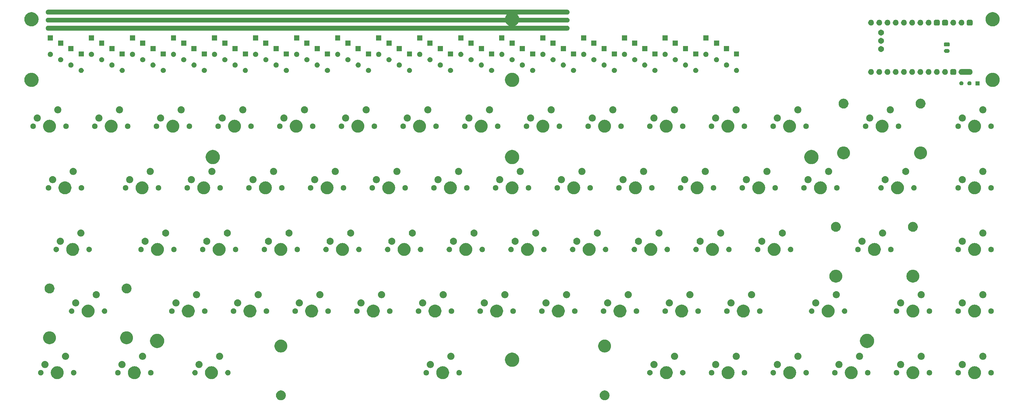
<source format=gbs>
G04 #@! TF.GenerationSoftware,KiCad,Pcbnew,9.0.5*
G04 #@! TF.CreationDate,2025-11-08T09:58:55-03:00*
G04 #@! TF.ProjectId,discipline-pcb,64697363-6970-46c6-996e-652d7063622e,rev?*
G04 #@! TF.SameCoordinates,Original*
G04 #@! TF.FileFunction,Soldermask,Bot*
G04 #@! TF.FilePolarity,Negative*
%FSLAX46Y46*%
G04 Gerber Fmt 4.6, Leading zero omitted, Abs format (unit mm)*
G04 Created by KiCad (PCBNEW 9.0.5) date 2025-11-08 09:58:55*
%MOMM*%
%LPD*%
G01*
G04 APERTURE LIST*
G04 APERTURE END LIST*
G36*
X135167194Y-176484748D02*
G01*
X135394633Y-176558648D01*
X135607711Y-176667216D01*
X135801182Y-176807781D01*
X135970282Y-176976881D01*
X136110847Y-177170352D01*
X136219415Y-177383430D01*
X136293315Y-177610869D01*
X136330725Y-177847068D01*
X136330725Y-178086212D01*
X136293315Y-178322411D01*
X136219415Y-178549850D01*
X136110847Y-178762928D01*
X135970282Y-178956399D01*
X135801182Y-179125499D01*
X135607711Y-179266064D01*
X135394633Y-179374632D01*
X135167194Y-179448532D01*
X134930995Y-179485942D01*
X134691851Y-179485942D01*
X134455652Y-179448532D01*
X134228213Y-179374632D01*
X134015135Y-179266064D01*
X133821664Y-179125499D01*
X133652564Y-178956399D01*
X133511999Y-178762928D01*
X133403431Y-178549850D01*
X133329531Y-178322411D01*
X133292121Y-178086212D01*
X133292121Y-177847068D01*
X133329531Y-177610869D01*
X133403431Y-177383430D01*
X133511999Y-177170352D01*
X133652564Y-176976881D01*
X133821664Y-176807781D01*
X134015135Y-176667216D01*
X134228213Y-176558648D01*
X134455652Y-176484748D01*
X134691851Y-176447338D01*
X134930995Y-176447338D01*
X135167194Y-176484748D01*
G37*
G36*
X235166994Y-176484748D02*
G01*
X235394433Y-176558648D01*
X235607511Y-176667216D01*
X235800982Y-176807781D01*
X235970082Y-176976881D01*
X236110647Y-177170352D01*
X236219215Y-177383430D01*
X236293115Y-177610869D01*
X236330525Y-177847068D01*
X236330525Y-178086212D01*
X236293115Y-178322411D01*
X236219215Y-178549850D01*
X236110647Y-178762928D01*
X235970082Y-178956399D01*
X235800982Y-179125499D01*
X235607511Y-179266064D01*
X235394433Y-179374632D01*
X235166994Y-179448532D01*
X234930795Y-179485942D01*
X234691651Y-179485942D01*
X234455452Y-179448532D01*
X234228013Y-179374632D01*
X234014935Y-179266064D01*
X233821464Y-179125499D01*
X233652364Y-178956399D01*
X233511799Y-178762928D01*
X233403231Y-178549850D01*
X233329331Y-178322411D01*
X233291921Y-178086212D01*
X233291921Y-177847068D01*
X233329331Y-177610869D01*
X233403231Y-177383430D01*
X233511799Y-177170352D01*
X233652364Y-176976881D01*
X233821464Y-176807781D01*
X234014935Y-176667216D01*
X234228013Y-176558648D01*
X234455452Y-176484748D01*
X234691651Y-176447338D01*
X234930795Y-176447338D01*
X235166994Y-176484748D01*
G37*
G36*
X89925231Y-169012179D02*
G01*
X90177929Y-169079890D01*
X90419627Y-169180005D01*
X90646190Y-169310811D01*
X90853742Y-169470070D01*
X91038730Y-169655058D01*
X91197989Y-169862610D01*
X91328795Y-170089173D01*
X91428910Y-170330871D01*
X91496621Y-170583569D01*
X91530768Y-170842944D01*
X91530768Y-171104556D01*
X91496621Y-171363931D01*
X91428910Y-171616629D01*
X91328795Y-171858327D01*
X91197989Y-172084890D01*
X91038730Y-172292442D01*
X90853742Y-172477430D01*
X90646190Y-172636689D01*
X90419627Y-172767495D01*
X90177929Y-172867610D01*
X89925231Y-172935321D01*
X89665856Y-172969468D01*
X89404244Y-172969468D01*
X89144869Y-172935321D01*
X88892171Y-172867610D01*
X88650473Y-172767495D01*
X88423910Y-172636689D01*
X88216358Y-172477430D01*
X88031370Y-172292442D01*
X87872111Y-172084890D01*
X87741305Y-171858327D01*
X87641190Y-171616629D01*
X87573479Y-171363931D01*
X87539332Y-171104556D01*
X87539332Y-170842944D01*
X87573479Y-170583569D01*
X87641190Y-170330871D01*
X87741305Y-170089173D01*
X87872111Y-169862610D01*
X88031370Y-169655058D01*
X88216358Y-169470070D01*
X88423910Y-169310811D01*
X88650473Y-169180005D01*
X88892171Y-169079890D01*
X89144869Y-169012179D01*
X89404244Y-168978032D01*
X89665856Y-168978032D01*
X89925231Y-169012179D01*
G37*
G36*
X185175431Y-169012179D02*
G01*
X185428129Y-169079890D01*
X185669827Y-169180005D01*
X185896390Y-169310811D01*
X186103942Y-169470070D01*
X186288930Y-169655058D01*
X186448189Y-169862610D01*
X186578995Y-170089173D01*
X186679110Y-170330871D01*
X186746821Y-170583569D01*
X186780968Y-170842944D01*
X186780968Y-171104556D01*
X186746821Y-171363931D01*
X186679110Y-171616629D01*
X186578995Y-171858327D01*
X186448189Y-172084890D01*
X186288930Y-172292442D01*
X186103942Y-172477430D01*
X185896390Y-172636689D01*
X185669827Y-172767495D01*
X185428129Y-172867610D01*
X185175431Y-172935321D01*
X184916056Y-172969468D01*
X184654444Y-172969468D01*
X184395069Y-172935321D01*
X184142371Y-172867610D01*
X183900673Y-172767495D01*
X183674110Y-172636689D01*
X183466558Y-172477430D01*
X183281570Y-172292442D01*
X183122311Y-172084890D01*
X182991505Y-171858327D01*
X182891390Y-171616629D01*
X182823679Y-171363931D01*
X182789532Y-171104556D01*
X182789532Y-170842944D01*
X182823679Y-170583569D01*
X182891390Y-170330871D01*
X182991505Y-170089173D01*
X183122311Y-169862610D01*
X183281570Y-169655058D01*
X183466558Y-169470070D01*
X183674110Y-169310811D01*
X183900673Y-169180005D01*
X184142371Y-169079890D01*
X184395069Y-169012179D01*
X184654444Y-168978032D01*
X184916056Y-168978032D01*
X185175431Y-169012179D01*
G37*
G36*
X273316387Y-169012179D02*
G01*
X273569085Y-169079890D01*
X273810783Y-169180005D01*
X274037346Y-169310811D01*
X274244898Y-169470070D01*
X274429886Y-169655058D01*
X274589145Y-169862610D01*
X274719951Y-170089173D01*
X274820066Y-170330871D01*
X274887777Y-170583569D01*
X274921924Y-170842944D01*
X274921924Y-171104556D01*
X274887777Y-171363931D01*
X274820066Y-171616629D01*
X274719951Y-171858327D01*
X274589145Y-172084890D01*
X274429886Y-172292442D01*
X274244898Y-172477430D01*
X274037346Y-172636689D01*
X273810783Y-172767495D01*
X273569085Y-172867610D01*
X273316387Y-172935321D01*
X273057012Y-172969468D01*
X272795400Y-172969468D01*
X272536025Y-172935321D01*
X272283327Y-172867610D01*
X272041629Y-172767495D01*
X271815066Y-172636689D01*
X271607514Y-172477430D01*
X271422526Y-172292442D01*
X271263267Y-172084890D01*
X271132461Y-171858327D01*
X271032346Y-171616629D01*
X270964635Y-171363931D01*
X270930488Y-171104556D01*
X270930488Y-170842944D01*
X270964635Y-170583569D01*
X271032346Y-170330871D01*
X271132461Y-170089173D01*
X271263267Y-169862610D01*
X271422526Y-169655058D01*
X271607514Y-169470070D01*
X271815066Y-169310811D01*
X272041629Y-169180005D01*
X272283327Y-169079890D01*
X272536025Y-169012179D01*
X272795400Y-168978032D01*
X273057012Y-168978032D01*
X273316387Y-169012179D01*
G37*
G36*
X311381431Y-169012179D02*
G01*
X311634129Y-169079890D01*
X311875827Y-169180005D01*
X312102390Y-169310811D01*
X312309942Y-169470070D01*
X312494930Y-169655058D01*
X312654189Y-169862610D01*
X312784995Y-170089173D01*
X312885110Y-170330871D01*
X312952821Y-170583569D01*
X312986968Y-170842944D01*
X312986968Y-171104556D01*
X312952821Y-171363931D01*
X312885110Y-171616629D01*
X312784995Y-171858327D01*
X312654189Y-172084890D01*
X312494930Y-172292442D01*
X312309942Y-172477430D01*
X312102390Y-172636689D01*
X311875827Y-172767495D01*
X311634129Y-172867610D01*
X311381431Y-172935321D01*
X311122056Y-172969468D01*
X310860444Y-172969468D01*
X310601069Y-172935321D01*
X310348371Y-172867610D01*
X310106673Y-172767495D01*
X309880110Y-172636689D01*
X309672558Y-172477430D01*
X309487570Y-172292442D01*
X309328311Y-172084890D01*
X309197505Y-171858327D01*
X309097390Y-171616629D01*
X309029679Y-171363931D01*
X308995532Y-171104556D01*
X308995532Y-170842944D01*
X309029679Y-170583569D01*
X309097390Y-170330871D01*
X309197505Y-170089173D01*
X309328311Y-169862610D01*
X309487570Y-169655058D01*
X309672558Y-169470070D01*
X309880110Y-169310811D01*
X310106673Y-169180005D01*
X310348371Y-169079890D01*
X310601069Y-169012179D01*
X310860444Y-168978032D01*
X311122056Y-168978032D01*
X311381431Y-169012179D01*
G37*
G36*
X330431431Y-169012179D02*
G01*
X330684129Y-169079890D01*
X330925827Y-169180005D01*
X331152390Y-169310811D01*
X331359942Y-169470070D01*
X331544930Y-169655058D01*
X331704189Y-169862610D01*
X331834995Y-170089173D01*
X331935110Y-170330871D01*
X332002821Y-170583569D01*
X332036968Y-170842944D01*
X332036968Y-171104556D01*
X332002821Y-171363931D01*
X331935110Y-171616629D01*
X331834995Y-171858327D01*
X331704189Y-172084890D01*
X331544930Y-172292442D01*
X331359942Y-172477430D01*
X331152390Y-172636689D01*
X330925827Y-172767495D01*
X330684129Y-172867610D01*
X330431431Y-172935321D01*
X330172056Y-172969468D01*
X329910444Y-172969468D01*
X329651069Y-172935321D01*
X329398371Y-172867610D01*
X329156673Y-172767495D01*
X328930110Y-172636689D01*
X328722558Y-172477430D01*
X328537570Y-172292442D01*
X328378311Y-172084890D01*
X328247505Y-171858327D01*
X328147390Y-171616629D01*
X328079679Y-171363931D01*
X328045532Y-171104556D01*
X328045532Y-170842944D01*
X328079679Y-170583569D01*
X328147390Y-170330871D01*
X328247505Y-170089173D01*
X328378311Y-169862610D01*
X328537570Y-169655058D01*
X328722558Y-169470070D01*
X328930110Y-169310811D01*
X329156673Y-169180005D01*
X329398371Y-169079890D01*
X329651069Y-169012179D01*
X329910444Y-168978032D01*
X330172056Y-168978032D01*
X330431431Y-169012179D01*
G37*
G36*
X349481431Y-169012179D02*
G01*
X349734129Y-169079890D01*
X349975827Y-169180005D01*
X350202390Y-169310811D01*
X350409942Y-169470070D01*
X350594930Y-169655058D01*
X350754189Y-169862610D01*
X350884995Y-170089173D01*
X350985110Y-170330871D01*
X351052821Y-170583569D01*
X351086968Y-170842944D01*
X351086968Y-171104556D01*
X351052821Y-171363931D01*
X350985110Y-171616629D01*
X350884995Y-171858327D01*
X350754189Y-172084890D01*
X350594930Y-172292442D01*
X350409942Y-172477430D01*
X350202390Y-172636689D01*
X349975827Y-172767495D01*
X349734129Y-172867610D01*
X349481431Y-172935321D01*
X349222056Y-172969468D01*
X348960444Y-172969468D01*
X348701069Y-172935321D01*
X348448371Y-172867610D01*
X348206673Y-172767495D01*
X347980110Y-172636689D01*
X347772558Y-172477430D01*
X347587570Y-172292442D01*
X347428311Y-172084890D01*
X347297505Y-171858327D01*
X347197390Y-171616629D01*
X347129679Y-171363931D01*
X347095532Y-171104556D01*
X347095532Y-170842944D01*
X347129679Y-170583569D01*
X347197390Y-170330871D01*
X347297505Y-170089173D01*
X347428311Y-169862610D01*
X347587570Y-169655058D01*
X347772558Y-169470070D01*
X347980110Y-169310811D01*
X348206673Y-169180005D01*
X348448371Y-169079890D01*
X348701069Y-169012179D01*
X348960444Y-168978032D01*
X349222056Y-168978032D01*
X349481431Y-169012179D01*
G37*
G36*
X66112631Y-169002049D02*
G01*
X66365329Y-169069760D01*
X66607027Y-169169875D01*
X66833590Y-169300681D01*
X67041142Y-169459940D01*
X67226130Y-169644928D01*
X67385389Y-169852480D01*
X67516195Y-170079043D01*
X67616310Y-170320741D01*
X67684021Y-170573439D01*
X67718168Y-170832814D01*
X67718168Y-171094426D01*
X67684021Y-171353801D01*
X67616310Y-171606499D01*
X67516195Y-171848197D01*
X67385389Y-172074760D01*
X67226130Y-172282312D01*
X67041142Y-172467300D01*
X66833590Y-172626559D01*
X66607027Y-172757365D01*
X66365329Y-172857480D01*
X66112631Y-172925191D01*
X65853256Y-172959338D01*
X65591644Y-172959338D01*
X65332269Y-172925191D01*
X65079571Y-172857480D01*
X64837873Y-172757365D01*
X64611310Y-172626559D01*
X64403758Y-172467300D01*
X64218770Y-172282312D01*
X64059511Y-172074760D01*
X63928705Y-171848197D01*
X63828590Y-171606499D01*
X63760879Y-171353801D01*
X63726732Y-171094426D01*
X63726732Y-170832814D01*
X63760879Y-170573439D01*
X63828590Y-170320741D01*
X63928705Y-170079043D01*
X64059511Y-169852480D01*
X64218770Y-169644928D01*
X64403758Y-169459940D01*
X64611310Y-169300681D01*
X64837873Y-169169875D01*
X65079571Y-169069760D01*
X65332269Y-169002049D01*
X65591644Y-168967902D01*
X65853256Y-168967902D01*
X66112631Y-169002049D01*
G37*
G36*
X113737631Y-169002049D02*
G01*
X113990329Y-169069760D01*
X114232027Y-169169875D01*
X114458590Y-169300681D01*
X114666142Y-169459940D01*
X114851130Y-169644928D01*
X115010389Y-169852480D01*
X115141195Y-170079043D01*
X115241310Y-170320741D01*
X115309021Y-170573439D01*
X115343168Y-170832814D01*
X115343168Y-171094426D01*
X115309021Y-171353801D01*
X115241310Y-171606499D01*
X115141195Y-171848197D01*
X115010389Y-172074760D01*
X114851130Y-172282312D01*
X114666142Y-172467300D01*
X114458590Y-172626559D01*
X114232027Y-172757365D01*
X113990329Y-172857480D01*
X113737631Y-172925191D01*
X113478256Y-172959338D01*
X113216644Y-172959338D01*
X112957269Y-172925191D01*
X112704571Y-172857480D01*
X112462873Y-172757365D01*
X112236310Y-172626559D01*
X112028758Y-172467300D01*
X111843770Y-172282312D01*
X111684511Y-172074760D01*
X111553705Y-171848197D01*
X111453590Y-171606499D01*
X111385879Y-171353801D01*
X111351732Y-171094426D01*
X111351732Y-170832814D01*
X111385879Y-170573439D01*
X111453590Y-170320741D01*
X111553705Y-170079043D01*
X111684511Y-169852480D01*
X111843770Y-169644928D01*
X112028758Y-169459940D01*
X112236310Y-169300681D01*
X112462873Y-169169875D01*
X112704571Y-169069760D01*
X112957269Y-169002049D01*
X113216644Y-168967902D01*
X113478256Y-168967902D01*
X113737631Y-169002049D01*
G37*
G36*
X254261065Y-169002049D02*
G01*
X254513763Y-169069760D01*
X254755461Y-169169875D01*
X254982024Y-169300681D01*
X255189576Y-169459940D01*
X255374564Y-169644928D01*
X255533823Y-169852480D01*
X255664629Y-170079043D01*
X255764744Y-170320741D01*
X255832455Y-170573439D01*
X255866602Y-170832814D01*
X255866602Y-171094426D01*
X255832455Y-171353801D01*
X255764744Y-171606499D01*
X255664629Y-171848197D01*
X255533823Y-172074760D01*
X255374564Y-172282312D01*
X255189576Y-172467300D01*
X254982024Y-172626559D01*
X254755461Y-172757365D01*
X254513763Y-172857480D01*
X254261065Y-172925191D01*
X254001690Y-172959338D01*
X253740078Y-172959338D01*
X253480703Y-172925191D01*
X253228005Y-172857480D01*
X252986307Y-172757365D01*
X252759744Y-172626559D01*
X252552192Y-172467300D01*
X252367204Y-172282312D01*
X252207945Y-172074760D01*
X252077139Y-171848197D01*
X251977024Y-171606499D01*
X251909313Y-171353801D01*
X251875166Y-171094426D01*
X251875166Y-170832814D01*
X251909313Y-170573439D01*
X251977024Y-170320741D01*
X252077139Y-170079043D01*
X252207945Y-169852480D01*
X252367204Y-169644928D01*
X252552192Y-169459940D01*
X252759744Y-169300681D01*
X252986307Y-169169875D01*
X253228005Y-169069760D01*
X253480703Y-169002049D01*
X253740078Y-168967902D01*
X254001690Y-168967902D01*
X254261065Y-169002049D01*
G37*
G36*
X292371709Y-169002049D02*
G01*
X292624407Y-169069760D01*
X292866105Y-169169875D01*
X293092668Y-169300681D01*
X293300220Y-169459940D01*
X293485208Y-169644928D01*
X293644467Y-169852480D01*
X293775273Y-170079043D01*
X293875388Y-170320741D01*
X293943099Y-170573439D01*
X293977246Y-170832814D01*
X293977246Y-171094426D01*
X293943099Y-171353801D01*
X293875388Y-171606499D01*
X293775273Y-171848197D01*
X293644467Y-172074760D01*
X293485208Y-172282312D01*
X293300220Y-172467300D01*
X293092668Y-172626559D01*
X292866105Y-172757365D01*
X292624407Y-172857480D01*
X292371709Y-172925191D01*
X292112334Y-172959338D01*
X291850722Y-172959338D01*
X291591347Y-172925191D01*
X291338649Y-172857480D01*
X291096951Y-172757365D01*
X290870388Y-172626559D01*
X290662836Y-172467300D01*
X290477848Y-172282312D01*
X290318589Y-172074760D01*
X290187783Y-171848197D01*
X290087668Y-171606499D01*
X290019957Y-171353801D01*
X289985810Y-171094426D01*
X289985810Y-170832814D01*
X290019957Y-170573439D01*
X290087668Y-170320741D01*
X290187783Y-170079043D01*
X290318589Y-169852480D01*
X290477848Y-169644928D01*
X290662836Y-169459940D01*
X290870388Y-169300681D01*
X291096951Y-169169875D01*
X291338649Y-169069760D01*
X291591347Y-169002049D01*
X291850722Y-168967902D01*
X292112334Y-168967902D01*
X292371709Y-169002049D01*
G37*
G36*
X84701792Y-170160351D02*
G01*
X84855737Y-170224117D01*
X84994284Y-170316691D01*
X85112109Y-170434516D01*
X85204683Y-170573063D01*
X85268449Y-170727008D01*
X85300957Y-170890435D01*
X85300957Y-171057065D01*
X85268449Y-171220492D01*
X85204683Y-171374437D01*
X85112109Y-171512984D01*
X84994284Y-171630809D01*
X84855737Y-171723383D01*
X84701792Y-171787149D01*
X84538365Y-171819657D01*
X84371735Y-171819657D01*
X84208308Y-171787149D01*
X84054363Y-171723383D01*
X83915816Y-171630809D01*
X83797991Y-171512984D01*
X83705417Y-171374437D01*
X83641651Y-171220492D01*
X83609143Y-171057065D01*
X83609143Y-170890435D01*
X83641651Y-170727008D01*
X83705417Y-170573063D01*
X83797991Y-170434516D01*
X83915816Y-170316691D01*
X84054363Y-170224117D01*
X84208308Y-170160351D01*
X84371735Y-170127843D01*
X84538365Y-170127843D01*
X84701792Y-170160351D01*
G37*
G36*
X94861792Y-170160351D02*
G01*
X95015737Y-170224117D01*
X95154284Y-170316691D01*
X95272109Y-170434516D01*
X95364683Y-170573063D01*
X95428449Y-170727008D01*
X95460957Y-170890435D01*
X95460957Y-171057065D01*
X95428449Y-171220492D01*
X95364683Y-171374437D01*
X95272109Y-171512984D01*
X95154284Y-171630809D01*
X95015737Y-171723383D01*
X94861792Y-171787149D01*
X94698365Y-171819657D01*
X94531735Y-171819657D01*
X94368308Y-171787149D01*
X94214363Y-171723383D01*
X94075816Y-171630809D01*
X93957991Y-171512984D01*
X93865417Y-171374437D01*
X93801651Y-171220492D01*
X93769143Y-171057065D01*
X93769143Y-170890435D01*
X93801651Y-170727008D01*
X93865417Y-170573063D01*
X93957991Y-170434516D01*
X94075816Y-170316691D01*
X94214363Y-170224117D01*
X94368308Y-170160351D01*
X94531735Y-170127843D01*
X94698365Y-170127843D01*
X94861792Y-170160351D01*
G37*
G36*
X179951992Y-170160351D02*
G01*
X180105937Y-170224117D01*
X180244484Y-170316691D01*
X180362309Y-170434516D01*
X180454883Y-170573063D01*
X180518649Y-170727008D01*
X180551157Y-170890435D01*
X180551157Y-171057065D01*
X180518649Y-171220492D01*
X180454883Y-171374437D01*
X180362309Y-171512984D01*
X180244484Y-171630809D01*
X180105937Y-171723383D01*
X179951992Y-171787149D01*
X179788565Y-171819657D01*
X179621935Y-171819657D01*
X179458508Y-171787149D01*
X179304563Y-171723383D01*
X179166016Y-171630809D01*
X179048191Y-171512984D01*
X178955617Y-171374437D01*
X178891851Y-171220492D01*
X178859343Y-171057065D01*
X178859343Y-170890435D01*
X178891851Y-170727008D01*
X178955617Y-170573063D01*
X179048191Y-170434516D01*
X179166016Y-170316691D01*
X179304563Y-170224117D01*
X179458508Y-170160351D01*
X179621935Y-170127843D01*
X179788565Y-170127843D01*
X179951992Y-170160351D01*
G37*
G36*
X190111992Y-170160351D02*
G01*
X190265937Y-170224117D01*
X190404484Y-170316691D01*
X190522309Y-170434516D01*
X190614883Y-170573063D01*
X190678649Y-170727008D01*
X190711157Y-170890435D01*
X190711157Y-171057065D01*
X190678649Y-171220492D01*
X190614883Y-171374437D01*
X190522309Y-171512984D01*
X190404484Y-171630809D01*
X190265937Y-171723383D01*
X190111992Y-171787149D01*
X189948565Y-171819657D01*
X189781935Y-171819657D01*
X189618508Y-171787149D01*
X189464563Y-171723383D01*
X189326016Y-171630809D01*
X189208191Y-171512984D01*
X189115617Y-171374437D01*
X189051851Y-171220492D01*
X189019343Y-171057065D01*
X189019343Y-170890435D01*
X189051851Y-170727008D01*
X189115617Y-170573063D01*
X189208191Y-170434516D01*
X189326016Y-170316691D01*
X189464563Y-170224117D01*
X189618508Y-170160351D01*
X189781935Y-170127843D01*
X189948565Y-170127843D01*
X190111992Y-170160351D01*
G37*
G36*
X268092948Y-170160351D02*
G01*
X268246893Y-170224117D01*
X268385440Y-170316691D01*
X268503265Y-170434516D01*
X268595839Y-170573063D01*
X268659605Y-170727008D01*
X268692113Y-170890435D01*
X268692113Y-171057065D01*
X268659605Y-171220492D01*
X268595839Y-171374437D01*
X268503265Y-171512984D01*
X268385440Y-171630809D01*
X268246893Y-171723383D01*
X268092948Y-171787149D01*
X267929521Y-171819657D01*
X267762891Y-171819657D01*
X267599464Y-171787149D01*
X267445519Y-171723383D01*
X267306972Y-171630809D01*
X267189147Y-171512984D01*
X267096573Y-171374437D01*
X267032807Y-171220492D01*
X267000299Y-171057065D01*
X267000299Y-170890435D01*
X267032807Y-170727008D01*
X267096573Y-170573063D01*
X267189147Y-170434516D01*
X267306972Y-170316691D01*
X267445519Y-170224117D01*
X267599464Y-170160351D01*
X267762891Y-170127843D01*
X267929521Y-170127843D01*
X268092948Y-170160351D01*
G37*
G36*
X278252948Y-170160351D02*
G01*
X278406893Y-170224117D01*
X278545440Y-170316691D01*
X278663265Y-170434516D01*
X278755839Y-170573063D01*
X278819605Y-170727008D01*
X278852113Y-170890435D01*
X278852113Y-171057065D01*
X278819605Y-171220492D01*
X278755839Y-171374437D01*
X278663265Y-171512984D01*
X278545440Y-171630809D01*
X278406893Y-171723383D01*
X278252948Y-171787149D01*
X278089521Y-171819657D01*
X277922891Y-171819657D01*
X277759464Y-171787149D01*
X277605519Y-171723383D01*
X277466972Y-171630809D01*
X277349147Y-171512984D01*
X277256573Y-171374437D01*
X277192807Y-171220492D01*
X277160299Y-171057065D01*
X277160299Y-170890435D01*
X277192807Y-170727008D01*
X277256573Y-170573063D01*
X277349147Y-170434516D01*
X277466972Y-170316691D01*
X277605519Y-170224117D01*
X277759464Y-170160351D01*
X277922891Y-170127843D01*
X278089521Y-170127843D01*
X278252948Y-170160351D01*
G37*
G36*
X306157992Y-170160351D02*
G01*
X306311937Y-170224117D01*
X306450484Y-170316691D01*
X306568309Y-170434516D01*
X306660883Y-170573063D01*
X306724649Y-170727008D01*
X306757157Y-170890435D01*
X306757157Y-171057065D01*
X306724649Y-171220492D01*
X306660883Y-171374437D01*
X306568309Y-171512984D01*
X306450484Y-171630809D01*
X306311937Y-171723383D01*
X306157992Y-171787149D01*
X305994565Y-171819657D01*
X305827935Y-171819657D01*
X305664508Y-171787149D01*
X305510563Y-171723383D01*
X305372016Y-171630809D01*
X305254191Y-171512984D01*
X305161617Y-171374437D01*
X305097851Y-171220492D01*
X305065343Y-171057065D01*
X305065343Y-170890435D01*
X305097851Y-170727008D01*
X305161617Y-170573063D01*
X305254191Y-170434516D01*
X305372016Y-170316691D01*
X305510563Y-170224117D01*
X305664508Y-170160351D01*
X305827935Y-170127843D01*
X305994565Y-170127843D01*
X306157992Y-170160351D01*
G37*
G36*
X316317992Y-170160351D02*
G01*
X316471937Y-170224117D01*
X316610484Y-170316691D01*
X316728309Y-170434516D01*
X316820883Y-170573063D01*
X316884649Y-170727008D01*
X316917157Y-170890435D01*
X316917157Y-171057065D01*
X316884649Y-171220492D01*
X316820883Y-171374437D01*
X316728309Y-171512984D01*
X316610484Y-171630809D01*
X316471937Y-171723383D01*
X316317992Y-171787149D01*
X316154565Y-171819657D01*
X315987935Y-171819657D01*
X315824508Y-171787149D01*
X315670563Y-171723383D01*
X315532016Y-171630809D01*
X315414191Y-171512984D01*
X315321617Y-171374437D01*
X315257851Y-171220492D01*
X315225343Y-171057065D01*
X315225343Y-170890435D01*
X315257851Y-170727008D01*
X315321617Y-170573063D01*
X315414191Y-170434516D01*
X315532016Y-170316691D01*
X315670563Y-170224117D01*
X315824508Y-170160351D01*
X315987935Y-170127843D01*
X316154565Y-170127843D01*
X316317992Y-170160351D01*
G37*
G36*
X325207992Y-170160351D02*
G01*
X325361937Y-170224117D01*
X325500484Y-170316691D01*
X325618309Y-170434516D01*
X325710883Y-170573063D01*
X325774649Y-170727008D01*
X325807157Y-170890435D01*
X325807157Y-171057065D01*
X325774649Y-171220492D01*
X325710883Y-171374437D01*
X325618309Y-171512984D01*
X325500484Y-171630809D01*
X325361937Y-171723383D01*
X325207992Y-171787149D01*
X325044565Y-171819657D01*
X324877935Y-171819657D01*
X324714508Y-171787149D01*
X324560563Y-171723383D01*
X324422016Y-171630809D01*
X324304191Y-171512984D01*
X324211617Y-171374437D01*
X324147851Y-171220492D01*
X324115343Y-171057065D01*
X324115343Y-170890435D01*
X324147851Y-170727008D01*
X324211617Y-170573063D01*
X324304191Y-170434516D01*
X324422016Y-170316691D01*
X324560563Y-170224117D01*
X324714508Y-170160351D01*
X324877935Y-170127843D01*
X325044565Y-170127843D01*
X325207992Y-170160351D01*
G37*
G36*
X335367992Y-170160351D02*
G01*
X335521937Y-170224117D01*
X335660484Y-170316691D01*
X335778309Y-170434516D01*
X335870883Y-170573063D01*
X335934649Y-170727008D01*
X335967157Y-170890435D01*
X335967157Y-171057065D01*
X335934649Y-171220492D01*
X335870883Y-171374437D01*
X335778309Y-171512984D01*
X335660484Y-171630809D01*
X335521937Y-171723383D01*
X335367992Y-171787149D01*
X335204565Y-171819657D01*
X335037935Y-171819657D01*
X334874508Y-171787149D01*
X334720563Y-171723383D01*
X334582016Y-171630809D01*
X334464191Y-171512984D01*
X334371617Y-171374437D01*
X334307851Y-171220492D01*
X334275343Y-171057065D01*
X334275343Y-170890435D01*
X334307851Y-170727008D01*
X334371617Y-170573063D01*
X334464191Y-170434516D01*
X334582016Y-170316691D01*
X334720563Y-170224117D01*
X334874508Y-170160351D01*
X335037935Y-170127843D01*
X335204565Y-170127843D01*
X335367992Y-170160351D01*
G37*
G36*
X344257992Y-170160351D02*
G01*
X344411937Y-170224117D01*
X344550484Y-170316691D01*
X344668309Y-170434516D01*
X344760883Y-170573063D01*
X344824649Y-170727008D01*
X344857157Y-170890435D01*
X344857157Y-171057065D01*
X344824649Y-171220492D01*
X344760883Y-171374437D01*
X344668309Y-171512984D01*
X344550484Y-171630809D01*
X344411937Y-171723383D01*
X344257992Y-171787149D01*
X344094565Y-171819657D01*
X343927935Y-171819657D01*
X343764508Y-171787149D01*
X343610563Y-171723383D01*
X343472016Y-171630809D01*
X343354191Y-171512984D01*
X343261617Y-171374437D01*
X343197851Y-171220492D01*
X343165343Y-171057065D01*
X343165343Y-170890435D01*
X343197851Y-170727008D01*
X343261617Y-170573063D01*
X343354191Y-170434516D01*
X343472016Y-170316691D01*
X343610563Y-170224117D01*
X343764508Y-170160351D01*
X343927935Y-170127843D01*
X344094565Y-170127843D01*
X344257992Y-170160351D01*
G37*
G36*
X354417992Y-170160351D02*
G01*
X354571937Y-170224117D01*
X354710484Y-170316691D01*
X354828309Y-170434516D01*
X354920883Y-170573063D01*
X354984649Y-170727008D01*
X355017157Y-170890435D01*
X355017157Y-171057065D01*
X354984649Y-171220492D01*
X354920883Y-171374437D01*
X354828309Y-171512984D01*
X354710484Y-171630809D01*
X354571937Y-171723383D01*
X354417992Y-171787149D01*
X354254565Y-171819657D01*
X354087935Y-171819657D01*
X353924508Y-171787149D01*
X353770563Y-171723383D01*
X353632016Y-171630809D01*
X353514191Y-171512984D01*
X353421617Y-171374437D01*
X353357851Y-171220492D01*
X353325343Y-171057065D01*
X353325343Y-170890435D01*
X353357851Y-170727008D01*
X353421617Y-170573063D01*
X353514191Y-170434516D01*
X353632016Y-170316691D01*
X353770563Y-170224117D01*
X353924508Y-170160351D01*
X354087935Y-170127843D01*
X354254565Y-170127843D01*
X354417992Y-170160351D01*
G37*
G36*
X60889192Y-170150221D02*
G01*
X61043137Y-170213987D01*
X61181684Y-170306561D01*
X61299509Y-170424386D01*
X61392083Y-170562933D01*
X61455849Y-170716878D01*
X61488357Y-170880305D01*
X61488357Y-171046935D01*
X61455849Y-171210362D01*
X61392083Y-171364307D01*
X61299509Y-171502854D01*
X61181684Y-171620679D01*
X61043137Y-171713253D01*
X60889192Y-171777019D01*
X60725765Y-171809527D01*
X60559135Y-171809527D01*
X60395708Y-171777019D01*
X60241763Y-171713253D01*
X60103216Y-171620679D01*
X59985391Y-171502854D01*
X59892817Y-171364307D01*
X59829051Y-171210362D01*
X59796543Y-171046935D01*
X59796543Y-170880305D01*
X59829051Y-170716878D01*
X59892817Y-170562933D01*
X59985391Y-170424386D01*
X60103216Y-170306561D01*
X60241763Y-170213987D01*
X60395708Y-170150221D01*
X60559135Y-170117713D01*
X60725765Y-170117713D01*
X60889192Y-170150221D01*
G37*
G36*
X71049192Y-170150221D02*
G01*
X71203137Y-170213987D01*
X71341684Y-170306561D01*
X71459509Y-170424386D01*
X71552083Y-170562933D01*
X71615849Y-170716878D01*
X71648357Y-170880305D01*
X71648357Y-171046935D01*
X71615849Y-171210362D01*
X71552083Y-171364307D01*
X71459509Y-171502854D01*
X71341684Y-171620679D01*
X71203137Y-171713253D01*
X71049192Y-171777019D01*
X70885765Y-171809527D01*
X70719135Y-171809527D01*
X70555708Y-171777019D01*
X70401763Y-171713253D01*
X70263216Y-171620679D01*
X70145391Y-171502854D01*
X70052817Y-171364307D01*
X69989051Y-171210362D01*
X69956543Y-171046935D01*
X69956543Y-170880305D01*
X69989051Y-170716878D01*
X70052817Y-170562933D01*
X70145391Y-170424386D01*
X70263216Y-170306561D01*
X70401763Y-170213987D01*
X70555708Y-170150221D01*
X70719135Y-170117713D01*
X70885765Y-170117713D01*
X71049192Y-170150221D01*
G37*
G36*
X108514192Y-170150221D02*
G01*
X108668137Y-170213987D01*
X108806684Y-170306561D01*
X108924509Y-170424386D01*
X109017083Y-170562933D01*
X109080849Y-170716878D01*
X109113357Y-170880305D01*
X109113357Y-171046935D01*
X109080849Y-171210362D01*
X109017083Y-171364307D01*
X108924509Y-171502854D01*
X108806684Y-171620679D01*
X108668137Y-171713253D01*
X108514192Y-171777019D01*
X108350765Y-171809527D01*
X108184135Y-171809527D01*
X108020708Y-171777019D01*
X107866763Y-171713253D01*
X107728216Y-171620679D01*
X107610391Y-171502854D01*
X107517817Y-171364307D01*
X107454051Y-171210362D01*
X107421543Y-171046935D01*
X107421543Y-170880305D01*
X107454051Y-170716878D01*
X107517817Y-170562933D01*
X107610391Y-170424386D01*
X107728216Y-170306561D01*
X107866763Y-170213987D01*
X108020708Y-170150221D01*
X108184135Y-170117713D01*
X108350765Y-170117713D01*
X108514192Y-170150221D01*
G37*
G36*
X118674192Y-170150221D02*
G01*
X118828137Y-170213987D01*
X118966684Y-170306561D01*
X119084509Y-170424386D01*
X119177083Y-170562933D01*
X119240849Y-170716878D01*
X119273357Y-170880305D01*
X119273357Y-171046935D01*
X119240849Y-171210362D01*
X119177083Y-171364307D01*
X119084509Y-171502854D01*
X118966684Y-171620679D01*
X118828137Y-171713253D01*
X118674192Y-171777019D01*
X118510765Y-171809527D01*
X118344135Y-171809527D01*
X118180708Y-171777019D01*
X118026763Y-171713253D01*
X117888216Y-171620679D01*
X117770391Y-171502854D01*
X117677817Y-171364307D01*
X117614051Y-171210362D01*
X117581543Y-171046935D01*
X117581543Y-170880305D01*
X117614051Y-170716878D01*
X117677817Y-170562933D01*
X117770391Y-170424386D01*
X117888216Y-170306561D01*
X118026763Y-170213987D01*
X118180708Y-170150221D01*
X118344135Y-170117713D01*
X118510765Y-170117713D01*
X118674192Y-170150221D01*
G37*
G36*
X249037626Y-170150221D02*
G01*
X249191571Y-170213987D01*
X249330118Y-170306561D01*
X249447943Y-170424386D01*
X249540517Y-170562933D01*
X249604283Y-170716878D01*
X249636791Y-170880305D01*
X249636791Y-171046935D01*
X249604283Y-171210362D01*
X249540517Y-171364307D01*
X249447943Y-171502854D01*
X249330118Y-171620679D01*
X249191571Y-171713253D01*
X249037626Y-171777019D01*
X248874199Y-171809527D01*
X248707569Y-171809527D01*
X248544142Y-171777019D01*
X248390197Y-171713253D01*
X248251650Y-171620679D01*
X248133825Y-171502854D01*
X248041251Y-171364307D01*
X247977485Y-171210362D01*
X247944977Y-171046935D01*
X247944977Y-170880305D01*
X247977485Y-170716878D01*
X248041251Y-170562933D01*
X248133825Y-170424386D01*
X248251650Y-170306561D01*
X248390197Y-170213987D01*
X248544142Y-170150221D01*
X248707569Y-170117713D01*
X248874199Y-170117713D01*
X249037626Y-170150221D01*
G37*
G36*
X259197626Y-170150221D02*
G01*
X259351571Y-170213987D01*
X259490118Y-170306561D01*
X259607943Y-170424386D01*
X259700517Y-170562933D01*
X259764283Y-170716878D01*
X259796791Y-170880305D01*
X259796791Y-171046935D01*
X259764283Y-171210362D01*
X259700517Y-171364307D01*
X259607943Y-171502854D01*
X259490118Y-171620679D01*
X259351571Y-171713253D01*
X259197626Y-171777019D01*
X259034199Y-171809527D01*
X258867569Y-171809527D01*
X258704142Y-171777019D01*
X258550197Y-171713253D01*
X258411650Y-171620679D01*
X258293825Y-171502854D01*
X258201251Y-171364307D01*
X258137485Y-171210362D01*
X258104977Y-171046935D01*
X258104977Y-170880305D01*
X258137485Y-170716878D01*
X258201251Y-170562933D01*
X258293825Y-170424386D01*
X258411650Y-170306561D01*
X258550197Y-170213987D01*
X258704142Y-170150221D01*
X258867569Y-170117713D01*
X259034199Y-170117713D01*
X259197626Y-170150221D01*
G37*
G36*
X287148270Y-170150221D02*
G01*
X287302215Y-170213987D01*
X287440762Y-170306561D01*
X287558587Y-170424386D01*
X287651161Y-170562933D01*
X287714927Y-170716878D01*
X287747435Y-170880305D01*
X287747435Y-171046935D01*
X287714927Y-171210362D01*
X287651161Y-171364307D01*
X287558587Y-171502854D01*
X287440762Y-171620679D01*
X287302215Y-171713253D01*
X287148270Y-171777019D01*
X286984843Y-171809527D01*
X286818213Y-171809527D01*
X286654786Y-171777019D01*
X286500841Y-171713253D01*
X286362294Y-171620679D01*
X286244469Y-171502854D01*
X286151895Y-171364307D01*
X286088129Y-171210362D01*
X286055621Y-171046935D01*
X286055621Y-170880305D01*
X286088129Y-170716878D01*
X286151895Y-170562933D01*
X286244469Y-170424386D01*
X286362294Y-170306561D01*
X286500841Y-170213987D01*
X286654786Y-170150221D01*
X286818213Y-170117713D01*
X286984843Y-170117713D01*
X287148270Y-170150221D01*
G37*
G36*
X297308270Y-170150221D02*
G01*
X297462215Y-170213987D01*
X297600762Y-170306561D01*
X297718587Y-170424386D01*
X297811161Y-170562933D01*
X297874927Y-170716878D01*
X297907435Y-170880305D01*
X297907435Y-171046935D01*
X297874927Y-171210362D01*
X297811161Y-171364307D01*
X297718587Y-171502854D01*
X297600762Y-171620679D01*
X297462215Y-171713253D01*
X297308270Y-171777019D01*
X297144843Y-171809527D01*
X296978213Y-171809527D01*
X296814786Y-171777019D01*
X296660841Y-171713253D01*
X296522294Y-171620679D01*
X296404469Y-171502854D01*
X296311895Y-171364307D01*
X296248129Y-171210362D01*
X296215621Y-171046935D01*
X296215621Y-170880305D01*
X296248129Y-170716878D01*
X296311895Y-170562933D01*
X296404469Y-170424386D01*
X296522294Y-170306561D01*
X296660841Y-170213987D01*
X296814786Y-170150221D01*
X296978213Y-170117713D01*
X297144843Y-170117713D01*
X297308270Y-170150221D01*
G37*
G36*
X85981840Y-167364143D02*
G01*
X86146002Y-167417483D01*
X86299798Y-167495846D01*
X86439443Y-167597303D01*
X86561497Y-167719357D01*
X86662954Y-167859002D01*
X86741317Y-168012798D01*
X86794657Y-168176960D01*
X86821659Y-168347445D01*
X86821659Y-168520055D01*
X86794657Y-168690540D01*
X86741317Y-168854702D01*
X86662954Y-169008498D01*
X86561497Y-169148143D01*
X86439443Y-169270197D01*
X86299798Y-169371654D01*
X86146002Y-169450017D01*
X85981840Y-169503357D01*
X85811355Y-169530359D01*
X85638745Y-169530359D01*
X85468260Y-169503357D01*
X85304098Y-169450017D01*
X85150302Y-169371654D01*
X85010657Y-169270197D01*
X84888603Y-169148143D01*
X84787146Y-169008498D01*
X84708783Y-168854702D01*
X84655443Y-168690540D01*
X84628441Y-168520055D01*
X84628441Y-168347445D01*
X84655443Y-168176960D01*
X84708783Y-168012798D01*
X84787146Y-167859002D01*
X84888603Y-167719357D01*
X85010657Y-167597303D01*
X85150302Y-167495846D01*
X85304098Y-167417483D01*
X85468260Y-167364143D01*
X85638745Y-167337141D01*
X85811355Y-167337141D01*
X85981840Y-167364143D01*
G37*
G36*
X181232040Y-167364143D02*
G01*
X181396202Y-167417483D01*
X181549998Y-167495846D01*
X181689643Y-167597303D01*
X181811697Y-167719357D01*
X181913154Y-167859002D01*
X181991517Y-168012798D01*
X182044857Y-168176960D01*
X182071859Y-168347445D01*
X182071859Y-168520055D01*
X182044857Y-168690540D01*
X181991517Y-168854702D01*
X181913154Y-169008498D01*
X181811697Y-169148143D01*
X181689643Y-169270197D01*
X181549998Y-169371654D01*
X181396202Y-169450017D01*
X181232040Y-169503357D01*
X181061555Y-169530359D01*
X180888945Y-169530359D01*
X180718460Y-169503357D01*
X180554298Y-169450017D01*
X180400502Y-169371654D01*
X180260857Y-169270197D01*
X180138803Y-169148143D01*
X180037346Y-169008498D01*
X179958983Y-168854702D01*
X179905643Y-168690540D01*
X179878641Y-168520055D01*
X179878641Y-168347445D01*
X179905643Y-168176960D01*
X179958983Y-168012798D01*
X180037346Y-167859002D01*
X180138803Y-167719357D01*
X180260857Y-167597303D01*
X180400502Y-167495846D01*
X180554298Y-167417483D01*
X180718460Y-167364143D01*
X180888945Y-167337141D01*
X181061555Y-167337141D01*
X181232040Y-167364143D01*
G37*
G36*
X269372996Y-167364143D02*
G01*
X269537158Y-167417483D01*
X269690954Y-167495846D01*
X269830599Y-167597303D01*
X269952653Y-167719357D01*
X270054110Y-167859002D01*
X270132473Y-168012798D01*
X270185813Y-168176960D01*
X270212815Y-168347445D01*
X270212815Y-168520055D01*
X270185813Y-168690540D01*
X270132473Y-168854702D01*
X270054110Y-169008498D01*
X269952653Y-169148143D01*
X269830599Y-169270197D01*
X269690954Y-169371654D01*
X269537158Y-169450017D01*
X269372996Y-169503357D01*
X269202511Y-169530359D01*
X269029901Y-169530359D01*
X268859416Y-169503357D01*
X268695254Y-169450017D01*
X268541458Y-169371654D01*
X268401813Y-169270197D01*
X268279759Y-169148143D01*
X268178302Y-169008498D01*
X268099939Y-168854702D01*
X268046599Y-168690540D01*
X268019597Y-168520055D01*
X268019597Y-168347445D01*
X268046599Y-168176960D01*
X268099939Y-168012798D01*
X268178302Y-167859002D01*
X268279759Y-167719357D01*
X268401813Y-167597303D01*
X268541458Y-167495846D01*
X268695254Y-167417483D01*
X268859416Y-167364143D01*
X269029901Y-167337141D01*
X269202511Y-167337141D01*
X269372996Y-167364143D01*
G37*
G36*
X307438040Y-167364143D02*
G01*
X307602202Y-167417483D01*
X307755998Y-167495846D01*
X307895643Y-167597303D01*
X308017697Y-167719357D01*
X308119154Y-167859002D01*
X308197517Y-168012798D01*
X308250857Y-168176960D01*
X308277859Y-168347445D01*
X308277859Y-168520055D01*
X308250857Y-168690540D01*
X308197517Y-168854702D01*
X308119154Y-169008498D01*
X308017697Y-169148143D01*
X307895643Y-169270197D01*
X307755998Y-169371654D01*
X307602202Y-169450017D01*
X307438040Y-169503357D01*
X307267555Y-169530359D01*
X307094945Y-169530359D01*
X306924460Y-169503357D01*
X306760298Y-169450017D01*
X306606502Y-169371654D01*
X306466857Y-169270197D01*
X306344803Y-169148143D01*
X306243346Y-169008498D01*
X306164983Y-168854702D01*
X306111643Y-168690540D01*
X306084641Y-168520055D01*
X306084641Y-168347445D01*
X306111643Y-168176960D01*
X306164983Y-168012798D01*
X306243346Y-167859002D01*
X306344803Y-167719357D01*
X306466857Y-167597303D01*
X306606502Y-167495846D01*
X306760298Y-167417483D01*
X306924460Y-167364143D01*
X307094945Y-167337141D01*
X307267555Y-167337141D01*
X307438040Y-167364143D01*
G37*
G36*
X326488040Y-167364143D02*
G01*
X326652202Y-167417483D01*
X326805998Y-167495846D01*
X326945643Y-167597303D01*
X327067697Y-167719357D01*
X327169154Y-167859002D01*
X327247517Y-168012798D01*
X327300857Y-168176960D01*
X327327859Y-168347445D01*
X327327859Y-168520055D01*
X327300857Y-168690540D01*
X327247517Y-168854702D01*
X327169154Y-169008498D01*
X327067697Y-169148143D01*
X326945643Y-169270197D01*
X326805998Y-169371654D01*
X326652202Y-169450017D01*
X326488040Y-169503357D01*
X326317555Y-169530359D01*
X326144945Y-169530359D01*
X325974460Y-169503357D01*
X325810298Y-169450017D01*
X325656502Y-169371654D01*
X325516857Y-169270197D01*
X325394803Y-169148143D01*
X325293346Y-169008498D01*
X325214983Y-168854702D01*
X325161643Y-168690540D01*
X325134641Y-168520055D01*
X325134641Y-168347445D01*
X325161643Y-168176960D01*
X325214983Y-168012798D01*
X325293346Y-167859002D01*
X325394803Y-167719357D01*
X325516857Y-167597303D01*
X325656502Y-167495846D01*
X325810298Y-167417483D01*
X325974460Y-167364143D01*
X326144945Y-167337141D01*
X326317555Y-167337141D01*
X326488040Y-167364143D01*
G37*
G36*
X345538040Y-167364143D02*
G01*
X345702202Y-167417483D01*
X345855998Y-167495846D01*
X345995643Y-167597303D01*
X346117697Y-167719357D01*
X346219154Y-167859002D01*
X346297517Y-168012798D01*
X346350857Y-168176960D01*
X346377859Y-168347445D01*
X346377859Y-168520055D01*
X346350857Y-168690540D01*
X346297517Y-168854702D01*
X346219154Y-169008498D01*
X346117697Y-169148143D01*
X345995643Y-169270197D01*
X345855998Y-169371654D01*
X345702202Y-169450017D01*
X345538040Y-169503357D01*
X345367555Y-169530359D01*
X345194945Y-169530359D01*
X345024460Y-169503357D01*
X344860298Y-169450017D01*
X344706502Y-169371654D01*
X344566857Y-169270197D01*
X344444803Y-169148143D01*
X344343346Y-169008498D01*
X344264983Y-168854702D01*
X344211643Y-168690540D01*
X344184641Y-168520055D01*
X344184641Y-168347445D01*
X344211643Y-168176960D01*
X344264983Y-168012798D01*
X344343346Y-167859002D01*
X344444803Y-167719357D01*
X344566857Y-167597303D01*
X344706502Y-167495846D01*
X344860298Y-167417483D01*
X345024460Y-167364143D01*
X345194945Y-167337141D01*
X345367555Y-167337141D01*
X345538040Y-167364143D01*
G37*
G36*
X62169240Y-167354013D02*
G01*
X62333402Y-167407353D01*
X62487198Y-167485716D01*
X62626843Y-167587173D01*
X62748897Y-167709227D01*
X62850354Y-167848872D01*
X62928717Y-168002668D01*
X62982057Y-168166830D01*
X63009059Y-168337315D01*
X63009059Y-168509925D01*
X62982057Y-168680410D01*
X62928717Y-168844572D01*
X62850354Y-168998368D01*
X62748897Y-169138013D01*
X62626843Y-169260067D01*
X62487198Y-169361524D01*
X62333402Y-169439887D01*
X62169240Y-169493227D01*
X61998755Y-169520229D01*
X61826145Y-169520229D01*
X61655660Y-169493227D01*
X61491498Y-169439887D01*
X61337702Y-169361524D01*
X61198057Y-169260067D01*
X61076003Y-169138013D01*
X60974546Y-168998368D01*
X60896183Y-168844572D01*
X60842843Y-168680410D01*
X60815841Y-168509925D01*
X60815841Y-168337315D01*
X60842843Y-168166830D01*
X60896183Y-168002668D01*
X60974546Y-167848872D01*
X61076003Y-167709227D01*
X61198057Y-167587173D01*
X61337702Y-167485716D01*
X61491498Y-167407353D01*
X61655660Y-167354013D01*
X61826145Y-167327011D01*
X61998755Y-167327011D01*
X62169240Y-167354013D01*
G37*
G36*
X109794240Y-167354013D02*
G01*
X109958402Y-167407353D01*
X110112198Y-167485716D01*
X110251843Y-167587173D01*
X110373897Y-167709227D01*
X110475354Y-167848872D01*
X110553717Y-168002668D01*
X110607057Y-168166830D01*
X110634059Y-168337315D01*
X110634059Y-168509925D01*
X110607057Y-168680410D01*
X110553717Y-168844572D01*
X110475354Y-168998368D01*
X110373897Y-169138013D01*
X110251843Y-169260067D01*
X110112198Y-169361524D01*
X109958402Y-169439887D01*
X109794240Y-169493227D01*
X109623755Y-169520229D01*
X109451145Y-169520229D01*
X109280660Y-169493227D01*
X109116498Y-169439887D01*
X108962702Y-169361524D01*
X108823057Y-169260067D01*
X108701003Y-169138013D01*
X108599546Y-168998368D01*
X108521183Y-168844572D01*
X108467843Y-168680410D01*
X108440841Y-168509925D01*
X108440841Y-168337315D01*
X108467843Y-168166830D01*
X108521183Y-168002668D01*
X108599546Y-167848872D01*
X108701003Y-167709227D01*
X108823057Y-167587173D01*
X108962702Y-167485716D01*
X109116498Y-167407353D01*
X109280660Y-167354013D01*
X109451145Y-167327011D01*
X109623755Y-167327011D01*
X109794240Y-167354013D01*
G37*
G36*
X250317674Y-167354013D02*
G01*
X250481836Y-167407353D01*
X250635632Y-167485716D01*
X250775277Y-167587173D01*
X250897331Y-167709227D01*
X250998788Y-167848872D01*
X251077151Y-168002668D01*
X251130491Y-168166830D01*
X251157493Y-168337315D01*
X251157493Y-168509925D01*
X251130491Y-168680410D01*
X251077151Y-168844572D01*
X250998788Y-168998368D01*
X250897331Y-169138013D01*
X250775277Y-169260067D01*
X250635632Y-169361524D01*
X250481836Y-169439887D01*
X250317674Y-169493227D01*
X250147189Y-169520229D01*
X249974579Y-169520229D01*
X249804094Y-169493227D01*
X249639932Y-169439887D01*
X249486136Y-169361524D01*
X249346491Y-169260067D01*
X249224437Y-169138013D01*
X249122980Y-168998368D01*
X249044617Y-168844572D01*
X248991277Y-168680410D01*
X248964275Y-168509925D01*
X248964275Y-168337315D01*
X248991277Y-168166830D01*
X249044617Y-168002668D01*
X249122980Y-167848872D01*
X249224437Y-167709227D01*
X249346491Y-167587173D01*
X249486136Y-167485716D01*
X249639932Y-167407353D01*
X249804094Y-167354013D01*
X249974579Y-167327011D01*
X250147189Y-167327011D01*
X250317674Y-167354013D01*
G37*
G36*
X288428318Y-167354013D02*
G01*
X288592480Y-167407353D01*
X288746276Y-167485716D01*
X288885921Y-167587173D01*
X289007975Y-167709227D01*
X289109432Y-167848872D01*
X289187795Y-168002668D01*
X289241135Y-168166830D01*
X289268137Y-168337315D01*
X289268137Y-168509925D01*
X289241135Y-168680410D01*
X289187795Y-168844572D01*
X289109432Y-168998368D01*
X289007975Y-169138013D01*
X288885921Y-169260067D01*
X288746276Y-169361524D01*
X288592480Y-169439887D01*
X288428318Y-169493227D01*
X288257833Y-169520229D01*
X288085223Y-169520229D01*
X287914738Y-169493227D01*
X287750576Y-169439887D01*
X287596780Y-169361524D01*
X287457135Y-169260067D01*
X287335081Y-169138013D01*
X287233624Y-168998368D01*
X287155261Y-168844572D01*
X287101921Y-168680410D01*
X287074919Y-168509925D01*
X287074919Y-168337315D01*
X287101921Y-168166830D01*
X287155261Y-168002668D01*
X287233624Y-167848872D01*
X287335081Y-167709227D01*
X287457135Y-167587173D01*
X287596780Y-167485716D01*
X287750576Y-167407353D01*
X287914738Y-167354013D01*
X288085223Y-167327011D01*
X288257833Y-167327011D01*
X288428318Y-167354013D01*
G37*
G36*
X206642544Y-164800382D02*
G01*
X206920512Y-164874864D01*
X207186380Y-164984990D01*
X207435600Y-165128877D01*
X207663906Y-165304062D01*
X207867393Y-165507549D01*
X208042578Y-165735855D01*
X208186465Y-165985075D01*
X208296591Y-166250943D01*
X208371073Y-166528911D01*
X208408635Y-166814223D01*
X208408635Y-167101997D01*
X208371073Y-167387309D01*
X208296591Y-167665277D01*
X208186465Y-167931145D01*
X208042578Y-168180365D01*
X207867393Y-168408671D01*
X207663906Y-168612158D01*
X207435600Y-168787343D01*
X207186380Y-168931230D01*
X206920512Y-169041356D01*
X206642544Y-169115838D01*
X206357232Y-169153400D01*
X206069458Y-169153400D01*
X205784146Y-169115838D01*
X205506178Y-169041356D01*
X205240310Y-168931230D01*
X204991090Y-168787343D01*
X204762784Y-168612158D01*
X204559297Y-168408671D01*
X204384112Y-168180365D01*
X204240225Y-167931145D01*
X204130099Y-167665277D01*
X204055617Y-167387309D01*
X204018055Y-167101997D01*
X204018055Y-166814223D01*
X204055617Y-166528911D01*
X204130099Y-166250943D01*
X204240225Y-165985075D01*
X204384112Y-165735855D01*
X204559297Y-165507549D01*
X204762784Y-165304062D01*
X204991090Y-165128877D01*
X205240310Y-164984990D01*
X205506178Y-164874864D01*
X205784146Y-164800382D01*
X206069458Y-164762820D01*
X206357232Y-164762820D01*
X206642544Y-164800382D01*
G37*
G36*
X92331840Y-164824143D02*
G01*
X92496002Y-164877483D01*
X92649798Y-164955846D01*
X92789443Y-165057303D01*
X92911497Y-165179357D01*
X93012954Y-165319002D01*
X93091317Y-165472798D01*
X93144657Y-165636960D01*
X93171659Y-165807445D01*
X93171659Y-165980055D01*
X93144657Y-166150540D01*
X93091317Y-166314702D01*
X93012954Y-166468498D01*
X92911497Y-166608143D01*
X92789443Y-166730197D01*
X92649798Y-166831654D01*
X92496002Y-166910017D01*
X92331840Y-166963357D01*
X92161355Y-166990359D01*
X91988745Y-166990359D01*
X91818260Y-166963357D01*
X91654098Y-166910017D01*
X91500302Y-166831654D01*
X91360657Y-166730197D01*
X91238603Y-166608143D01*
X91137146Y-166468498D01*
X91058783Y-166314702D01*
X91005443Y-166150540D01*
X90978441Y-165980055D01*
X90978441Y-165807445D01*
X91005443Y-165636960D01*
X91058783Y-165472798D01*
X91137146Y-165319002D01*
X91238603Y-165179357D01*
X91360657Y-165057303D01*
X91500302Y-164955846D01*
X91654098Y-164877483D01*
X91818260Y-164824143D01*
X91988745Y-164797141D01*
X92161355Y-164797141D01*
X92331840Y-164824143D01*
G37*
G36*
X187582040Y-164824143D02*
G01*
X187746202Y-164877483D01*
X187899998Y-164955846D01*
X188039643Y-165057303D01*
X188161697Y-165179357D01*
X188263154Y-165319002D01*
X188341517Y-165472798D01*
X188394857Y-165636960D01*
X188421859Y-165807445D01*
X188421859Y-165980055D01*
X188394857Y-166150540D01*
X188341517Y-166314702D01*
X188263154Y-166468498D01*
X188161697Y-166608143D01*
X188039643Y-166730197D01*
X187899998Y-166831654D01*
X187746202Y-166910017D01*
X187582040Y-166963357D01*
X187411555Y-166990359D01*
X187238945Y-166990359D01*
X187068460Y-166963357D01*
X186904298Y-166910017D01*
X186750502Y-166831654D01*
X186610857Y-166730197D01*
X186488803Y-166608143D01*
X186387346Y-166468498D01*
X186308983Y-166314702D01*
X186255643Y-166150540D01*
X186228641Y-165980055D01*
X186228641Y-165807445D01*
X186255643Y-165636960D01*
X186308983Y-165472798D01*
X186387346Y-165319002D01*
X186488803Y-165179357D01*
X186610857Y-165057303D01*
X186750502Y-164955846D01*
X186904298Y-164877483D01*
X187068460Y-164824143D01*
X187238945Y-164797141D01*
X187411555Y-164797141D01*
X187582040Y-164824143D01*
G37*
G36*
X275722996Y-164824143D02*
G01*
X275887158Y-164877483D01*
X276040954Y-164955846D01*
X276180599Y-165057303D01*
X276302653Y-165179357D01*
X276404110Y-165319002D01*
X276482473Y-165472798D01*
X276535813Y-165636960D01*
X276562815Y-165807445D01*
X276562815Y-165980055D01*
X276535813Y-166150540D01*
X276482473Y-166314702D01*
X276404110Y-166468498D01*
X276302653Y-166608143D01*
X276180599Y-166730197D01*
X276040954Y-166831654D01*
X275887158Y-166910017D01*
X275722996Y-166963357D01*
X275552511Y-166990359D01*
X275379901Y-166990359D01*
X275209416Y-166963357D01*
X275045254Y-166910017D01*
X274891458Y-166831654D01*
X274751813Y-166730197D01*
X274629759Y-166608143D01*
X274528302Y-166468498D01*
X274449939Y-166314702D01*
X274396599Y-166150540D01*
X274369597Y-165980055D01*
X274369597Y-165807445D01*
X274396599Y-165636960D01*
X274449939Y-165472798D01*
X274528302Y-165319002D01*
X274629759Y-165179357D01*
X274751813Y-165057303D01*
X274891458Y-164955846D01*
X275045254Y-164877483D01*
X275209416Y-164824143D01*
X275379901Y-164797141D01*
X275552511Y-164797141D01*
X275722996Y-164824143D01*
G37*
G36*
X313788040Y-164824143D02*
G01*
X313952202Y-164877483D01*
X314105998Y-164955846D01*
X314245643Y-165057303D01*
X314367697Y-165179357D01*
X314469154Y-165319002D01*
X314547517Y-165472798D01*
X314600857Y-165636960D01*
X314627859Y-165807445D01*
X314627859Y-165980055D01*
X314600857Y-166150540D01*
X314547517Y-166314702D01*
X314469154Y-166468498D01*
X314367697Y-166608143D01*
X314245643Y-166730197D01*
X314105998Y-166831654D01*
X313952202Y-166910017D01*
X313788040Y-166963357D01*
X313617555Y-166990359D01*
X313444945Y-166990359D01*
X313274460Y-166963357D01*
X313110298Y-166910017D01*
X312956502Y-166831654D01*
X312816857Y-166730197D01*
X312694803Y-166608143D01*
X312593346Y-166468498D01*
X312514983Y-166314702D01*
X312461643Y-166150540D01*
X312434641Y-165980055D01*
X312434641Y-165807445D01*
X312461643Y-165636960D01*
X312514983Y-165472798D01*
X312593346Y-165319002D01*
X312694803Y-165179357D01*
X312816857Y-165057303D01*
X312956502Y-164955846D01*
X313110298Y-164877483D01*
X313274460Y-164824143D01*
X313444945Y-164797141D01*
X313617555Y-164797141D01*
X313788040Y-164824143D01*
G37*
G36*
X332838040Y-164824143D02*
G01*
X333002202Y-164877483D01*
X333155998Y-164955846D01*
X333295643Y-165057303D01*
X333417697Y-165179357D01*
X333519154Y-165319002D01*
X333597517Y-165472798D01*
X333650857Y-165636960D01*
X333677859Y-165807445D01*
X333677859Y-165980055D01*
X333650857Y-166150540D01*
X333597517Y-166314702D01*
X333519154Y-166468498D01*
X333417697Y-166608143D01*
X333295643Y-166730197D01*
X333155998Y-166831654D01*
X333002202Y-166910017D01*
X332838040Y-166963357D01*
X332667555Y-166990359D01*
X332494945Y-166990359D01*
X332324460Y-166963357D01*
X332160298Y-166910017D01*
X332006502Y-166831654D01*
X331866857Y-166730197D01*
X331744803Y-166608143D01*
X331643346Y-166468498D01*
X331564983Y-166314702D01*
X331511643Y-166150540D01*
X331484641Y-165980055D01*
X331484641Y-165807445D01*
X331511643Y-165636960D01*
X331564983Y-165472798D01*
X331643346Y-165319002D01*
X331744803Y-165179357D01*
X331866857Y-165057303D01*
X332006502Y-164955846D01*
X332160298Y-164877483D01*
X332324460Y-164824143D01*
X332494945Y-164797141D01*
X332667555Y-164797141D01*
X332838040Y-164824143D01*
G37*
G36*
X351888040Y-164824143D02*
G01*
X352052202Y-164877483D01*
X352205998Y-164955846D01*
X352345643Y-165057303D01*
X352467697Y-165179357D01*
X352569154Y-165319002D01*
X352647517Y-165472798D01*
X352700857Y-165636960D01*
X352727859Y-165807445D01*
X352727859Y-165980055D01*
X352700857Y-166150540D01*
X352647517Y-166314702D01*
X352569154Y-166468498D01*
X352467697Y-166608143D01*
X352345643Y-166730197D01*
X352205998Y-166831654D01*
X352052202Y-166910017D01*
X351888040Y-166963357D01*
X351717555Y-166990359D01*
X351544945Y-166990359D01*
X351374460Y-166963357D01*
X351210298Y-166910017D01*
X351056502Y-166831654D01*
X350916857Y-166730197D01*
X350794803Y-166608143D01*
X350693346Y-166468498D01*
X350614983Y-166314702D01*
X350561643Y-166150540D01*
X350534641Y-165980055D01*
X350534641Y-165807445D01*
X350561643Y-165636960D01*
X350614983Y-165472798D01*
X350693346Y-165319002D01*
X350794803Y-165179357D01*
X350916857Y-165057303D01*
X351056502Y-164955846D01*
X351210298Y-164877483D01*
X351374460Y-164824143D01*
X351544945Y-164797141D01*
X351717555Y-164797141D01*
X351888040Y-164824143D01*
G37*
G36*
X68519240Y-164814013D02*
G01*
X68683402Y-164867353D01*
X68837198Y-164945716D01*
X68976843Y-165047173D01*
X69098897Y-165169227D01*
X69200354Y-165308872D01*
X69278717Y-165462668D01*
X69332057Y-165626830D01*
X69359059Y-165797315D01*
X69359059Y-165969925D01*
X69332057Y-166140410D01*
X69278717Y-166304572D01*
X69200354Y-166458368D01*
X69098897Y-166598013D01*
X68976843Y-166720067D01*
X68837198Y-166821524D01*
X68683402Y-166899887D01*
X68519240Y-166953227D01*
X68348755Y-166980229D01*
X68176145Y-166980229D01*
X68005660Y-166953227D01*
X67841498Y-166899887D01*
X67687702Y-166821524D01*
X67548057Y-166720067D01*
X67426003Y-166598013D01*
X67324546Y-166458368D01*
X67246183Y-166304572D01*
X67192843Y-166140410D01*
X67165841Y-165969925D01*
X67165841Y-165797315D01*
X67192843Y-165626830D01*
X67246183Y-165462668D01*
X67324546Y-165308872D01*
X67426003Y-165169227D01*
X67548057Y-165047173D01*
X67687702Y-164945716D01*
X67841498Y-164867353D01*
X68005660Y-164814013D01*
X68176145Y-164787011D01*
X68348755Y-164787011D01*
X68519240Y-164814013D01*
G37*
G36*
X116144240Y-164814013D02*
G01*
X116308402Y-164867353D01*
X116462198Y-164945716D01*
X116601843Y-165047173D01*
X116723897Y-165169227D01*
X116825354Y-165308872D01*
X116903717Y-165462668D01*
X116957057Y-165626830D01*
X116984059Y-165797315D01*
X116984059Y-165969925D01*
X116957057Y-166140410D01*
X116903717Y-166304572D01*
X116825354Y-166458368D01*
X116723897Y-166598013D01*
X116601843Y-166720067D01*
X116462198Y-166821524D01*
X116308402Y-166899887D01*
X116144240Y-166953227D01*
X115973755Y-166980229D01*
X115801145Y-166980229D01*
X115630660Y-166953227D01*
X115466498Y-166899887D01*
X115312702Y-166821524D01*
X115173057Y-166720067D01*
X115051003Y-166598013D01*
X114949546Y-166458368D01*
X114871183Y-166304572D01*
X114817843Y-166140410D01*
X114790841Y-165969925D01*
X114790841Y-165797315D01*
X114817843Y-165626830D01*
X114871183Y-165462668D01*
X114949546Y-165308872D01*
X115051003Y-165169227D01*
X115173057Y-165047173D01*
X115312702Y-164945716D01*
X115466498Y-164867353D01*
X115630660Y-164814013D01*
X115801145Y-164787011D01*
X115973755Y-164787011D01*
X116144240Y-164814013D01*
G37*
G36*
X256667674Y-164814013D02*
G01*
X256831836Y-164867353D01*
X256985632Y-164945716D01*
X257125277Y-165047173D01*
X257247331Y-165169227D01*
X257348788Y-165308872D01*
X257427151Y-165462668D01*
X257480491Y-165626830D01*
X257507493Y-165797315D01*
X257507493Y-165969925D01*
X257480491Y-166140410D01*
X257427151Y-166304572D01*
X257348788Y-166458368D01*
X257247331Y-166598013D01*
X257125277Y-166720067D01*
X256985632Y-166821524D01*
X256831836Y-166899887D01*
X256667674Y-166953227D01*
X256497189Y-166980229D01*
X256324579Y-166980229D01*
X256154094Y-166953227D01*
X255989932Y-166899887D01*
X255836136Y-166821524D01*
X255696491Y-166720067D01*
X255574437Y-166598013D01*
X255472980Y-166458368D01*
X255394617Y-166304572D01*
X255341277Y-166140410D01*
X255314275Y-165969925D01*
X255314275Y-165797315D01*
X255341277Y-165626830D01*
X255394617Y-165462668D01*
X255472980Y-165308872D01*
X255574437Y-165169227D01*
X255696491Y-165047173D01*
X255836136Y-164945716D01*
X255989932Y-164867353D01*
X256154094Y-164814013D01*
X256324579Y-164787011D01*
X256497189Y-164787011D01*
X256667674Y-164814013D01*
G37*
G36*
X294778318Y-164814013D02*
G01*
X294942480Y-164867353D01*
X295096276Y-164945716D01*
X295235921Y-165047173D01*
X295357975Y-165169227D01*
X295459432Y-165308872D01*
X295537795Y-165462668D01*
X295591135Y-165626830D01*
X295618137Y-165797315D01*
X295618137Y-165969925D01*
X295591135Y-166140410D01*
X295537795Y-166304572D01*
X295459432Y-166458368D01*
X295357975Y-166598013D01*
X295235921Y-166720067D01*
X295096276Y-166821524D01*
X294942480Y-166899887D01*
X294778318Y-166953227D01*
X294607833Y-166980229D01*
X294435223Y-166980229D01*
X294264738Y-166953227D01*
X294100576Y-166899887D01*
X293946780Y-166821524D01*
X293807135Y-166720067D01*
X293685081Y-166598013D01*
X293583624Y-166458368D01*
X293505261Y-166304572D01*
X293451921Y-166140410D01*
X293424919Y-165969925D01*
X293424919Y-165797315D01*
X293451921Y-165626830D01*
X293505261Y-165462668D01*
X293583624Y-165308872D01*
X293685081Y-165169227D01*
X293807135Y-165047173D01*
X293946780Y-164945716D01*
X294100576Y-164867353D01*
X294264738Y-164814013D01*
X294435223Y-164787011D01*
X294607833Y-164787011D01*
X294778318Y-164814013D01*
G37*
G36*
X135200414Y-160771052D02*
G01*
X135452341Y-160838556D01*
X135693302Y-160938365D01*
X135919174Y-161068773D01*
X136126093Y-161227547D01*
X136310516Y-161411970D01*
X136469290Y-161618889D01*
X136599698Y-161844761D01*
X136699507Y-162085722D01*
X136767011Y-162337649D01*
X136801054Y-162596233D01*
X136801054Y-162857047D01*
X136767011Y-163115631D01*
X136699507Y-163367558D01*
X136599698Y-163608519D01*
X136469290Y-163834391D01*
X136310516Y-164041310D01*
X136126093Y-164225733D01*
X135919174Y-164384507D01*
X135693302Y-164514915D01*
X135452341Y-164614724D01*
X135200414Y-164682228D01*
X134941830Y-164716271D01*
X134681016Y-164716271D01*
X134422432Y-164682228D01*
X134170505Y-164614724D01*
X133929544Y-164514915D01*
X133703672Y-164384507D01*
X133496753Y-164225733D01*
X133312330Y-164041310D01*
X133153556Y-163834391D01*
X133023148Y-163608519D01*
X132923339Y-163367558D01*
X132855835Y-163115631D01*
X132821792Y-162857047D01*
X132821792Y-162596233D01*
X132855835Y-162337649D01*
X132923339Y-162085722D01*
X133023148Y-161844761D01*
X133153556Y-161618889D01*
X133312330Y-161411970D01*
X133496753Y-161227547D01*
X133703672Y-161068773D01*
X133929544Y-160938365D01*
X134170505Y-160838556D01*
X134422432Y-160771052D01*
X134681016Y-160737009D01*
X134941830Y-160737009D01*
X135200414Y-160771052D01*
G37*
G36*
X235200214Y-160771052D02*
G01*
X235452141Y-160838556D01*
X235693102Y-160938365D01*
X235918974Y-161068773D01*
X236125893Y-161227547D01*
X236310316Y-161411970D01*
X236469090Y-161618889D01*
X236599498Y-161844761D01*
X236699307Y-162085722D01*
X236766811Y-162337649D01*
X236800854Y-162596233D01*
X236800854Y-162857047D01*
X236766811Y-163115631D01*
X236699307Y-163367558D01*
X236599498Y-163608519D01*
X236469090Y-163834391D01*
X236310316Y-164041310D01*
X236125893Y-164225733D01*
X235918974Y-164384507D01*
X235693102Y-164514915D01*
X235452141Y-164614724D01*
X235200214Y-164682228D01*
X234941630Y-164716271D01*
X234680816Y-164716271D01*
X234422232Y-164682228D01*
X234170305Y-164614724D01*
X233929344Y-164514915D01*
X233703472Y-164384507D01*
X233496553Y-164225733D01*
X233312130Y-164041310D01*
X233153356Y-163834391D01*
X233022948Y-163608519D01*
X232923139Y-163367558D01*
X232855635Y-163115631D01*
X232821592Y-162857047D01*
X232821592Y-162596233D01*
X232855635Y-162337649D01*
X232923139Y-162085722D01*
X233022948Y-161844761D01*
X233153356Y-161618889D01*
X233312130Y-161411970D01*
X233496553Y-161227547D01*
X233703472Y-161068773D01*
X233929344Y-160938365D01*
X234170305Y-160838556D01*
X234422232Y-160771052D01*
X234680816Y-160737009D01*
X234941630Y-160737009D01*
X235200214Y-160771052D01*
G37*
G36*
X96995087Y-158989232D02*
G01*
X97273055Y-159063714D01*
X97538923Y-159173840D01*
X97788143Y-159317727D01*
X98016449Y-159492912D01*
X98219936Y-159696399D01*
X98395121Y-159924705D01*
X98539008Y-160173925D01*
X98649134Y-160439793D01*
X98723616Y-160717761D01*
X98761178Y-161003073D01*
X98761178Y-161290847D01*
X98723616Y-161576159D01*
X98649134Y-161854127D01*
X98539008Y-162119995D01*
X98395121Y-162369215D01*
X98219936Y-162597521D01*
X98016449Y-162801008D01*
X97788143Y-162976193D01*
X97538923Y-163120080D01*
X97273055Y-163230206D01*
X96995087Y-163304688D01*
X96709775Y-163342250D01*
X96422001Y-163342250D01*
X96136689Y-163304688D01*
X95858721Y-163230206D01*
X95592853Y-163120080D01*
X95343633Y-162976193D01*
X95115327Y-162801008D01*
X94911840Y-162597521D01*
X94736655Y-162369215D01*
X94592768Y-162119995D01*
X94482642Y-161854127D01*
X94408160Y-161576159D01*
X94370598Y-161290847D01*
X94370598Y-161003073D01*
X94408160Y-160717761D01*
X94482642Y-160439793D01*
X94592768Y-160173925D01*
X94736655Y-159924705D01*
X94911840Y-159696399D01*
X95115327Y-159492912D01*
X95343633Y-159317727D01*
X95592853Y-159173840D01*
X95858721Y-159063714D01*
X96136689Y-158989232D01*
X96422001Y-158951670D01*
X96709775Y-158951670D01*
X96995087Y-158989232D01*
G37*
G36*
X316290002Y-158989232D02*
G01*
X316567970Y-159063714D01*
X316833838Y-159173840D01*
X317083058Y-159317727D01*
X317311364Y-159492912D01*
X317514851Y-159696399D01*
X317690036Y-159924705D01*
X317833923Y-160173925D01*
X317944049Y-160439793D01*
X318018531Y-160717761D01*
X318056093Y-161003073D01*
X318056093Y-161290847D01*
X318018531Y-161576159D01*
X317944049Y-161854127D01*
X317833923Y-162119995D01*
X317690036Y-162369215D01*
X317514851Y-162597521D01*
X317311364Y-162801008D01*
X317083058Y-162976193D01*
X316833838Y-163120080D01*
X316567970Y-163230206D01*
X316290002Y-163304688D01*
X316004690Y-163342250D01*
X315716916Y-163342250D01*
X315431604Y-163304688D01*
X315153636Y-163230206D01*
X314887768Y-163120080D01*
X314638548Y-162976193D01*
X314410242Y-162801008D01*
X314206755Y-162597521D01*
X314031570Y-162369215D01*
X313887683Y-162119995D01*
X313777557Y-161854127D01*
X313703075Y-161576159D01*
X313665513Y-161290847D01*
X313665513Y-161003073D01*
X313703075Y-160717761D01*
X313777557Y-160439793D01*
X313887683Y-160173925D01*
X314031570Y-159924705D01*
X314206755Y-159696399D01*
X314410242Y-159492912D01*
X314638548Y-159317727D01*
X314887768Y-159173840D01*
X315153636Y-159063714D01*
X315431604Y-158989232D01*
X315716916Y-158951670D01*
X316004690Y-158951670D01*
X316290002Y-158989232D01*
G37*
G36*
X63737631Y-158202179D02*
G01*
X63990329Y-158269890D01*
X64232027Y-158370005D01*
X64458590Y-158500811D01*
X64666142Y-158660070D01*
X64851130Y-158845058D01*
X65010389Y-159052610D01*
X65141195Y-159279173D01*
X65241310Y-159520871D01*
X65309021Y-159773569D01*
X65343168Y-160032944D01*
X65343168Y-160294556D01*
X65309021Y-160553931D01*
X65241310Y-160806629D01*
X65141195Y-161048327D01*
X65010389Y-161274890D01*
X64851130Y-161482442D01*
X64666142Y-161667430D01*
X64458590Y-161826689D01*
X64232027Y-161957495D01*
X63990329Y-162057610D01*
X63737631Y-162125321D01*
X63478256Y-162159468D01*
X63216644Y-162159468D01*
X62957269Y-162125321D01*
X62704571Y-162057610D01*
X62462873Y-161957495D01*
X62236310Y-161826689D01*
X62028758Y-161667430D01*
X61843770Y-161482442D01*
X61684511Y-161274890D01*
X61553705Y-161048327D01*
X61453590Y-160806629D01*
X61385879Y-160553931D01*
X61351732Y-160294556D01*
X61351732Y-160032944D01*
X61385879Y-159773569D01*
X61453590Y-159520871D01*
X61553705Y-159279173D01*
X61684511Y-159052610D01*
X61843770Y-158845058D01*
X62028758Y-158660070D01*
X62236310Y-158500811D01*
X62462873Y-158370005D01*
X62704571Y-158269890D01*
X62957269Y-158202179D01*
X63216644Y-158168032D01*
X63478256Y-158168032D01*
X63737631Y-158202179D01*
G37*
G36*
X87537631Y-158202179D02*
G01*
X87790329Y-158269890D01*
X88032027Y-158370005D01*
X88258590Y-158500811D01*
X88466142Y-158660070D01*
X88651130Y-158845058D01*
X88810389Y-159052610D01*
X88941195Y-159279173D01*
X89041310Y-159520871D01*
X89109021Y-159773569D01*
X89143168Y-160032944D01*
X89143168Y-160294556D01*
X89109021Y-160553931D01*
X89041310Y-160806629D01*
X88941195Y-161048327D01*
X88810389Y-161274890D01*
X88651130Y-161482442D01*
X88466142Y-161667430D01*
X88258590Y-161826689D01*
X88032027Y-161957495D01*
X87790329Y-162057610D01*
X87537631Y-162125321D01*
X87278256Y-162159468D01*
X87016644Y-162159468D01*
X86757269Y-162125321D01*
X86504571Y-162057610D01*
X86262873Y-161957495D01*
X86036310Y-161826689D01*
X85828758Y-161667430D01*
X85643770Y-161482442D01*
X85484511Y-161274890D01*
X85353705Y-161048327D01*
X85253590Y-160806629D01*
X85185879Y-160553931D01*
X85151732Y-160294556D01*
X85151732Y-160032944D01*
X85185879Y-159773569D01*
X85253590Y-159520871D01*
X85353705Y-159279173D01*
X85484511Y-159052610D01*
X85643770Y-158845058D01*
X85828758Y-158660070D01*
X86036310Y-158500811D01*
X86262873Y-158370005D01*
X86504571Y-158269890D01*
X86757269Y-158202179D01*
X87016644Y-158168032D01*
X87278256Y-158168032D01*
X87537631Y-158202179D01*
G37*
G36*
X75637631Y-149962179D02*
G01*
X75890329Y-150029890D01*
X76132027Y-150130005D01*
X76358590Y-150260811D01*
X76566142Y-150420070D01*
X76751130Y-150605058D01*
X76910389Y-150812610D01*
X77041195Y-151039173D01*
X77141310Y-151280871D01*
X77209021Y-151533569D01*
X77243168Y-151792944D01*
X77243168Y-152054556D01*
X77209021Y-152313931D01*
X77141310Y-152566629D01*
X77041195Y-152808327D01*
X76910389Y-153034890D01*
X76751130Y-153242442D01*
X76566142Y-153427430D01*
X76358590Y-153586689D01*
X76132027Y-153717495D01*
X75890329Y-153817610D01*
X75637631Y-153885321D01*
X75378256Y-153919468D01*
X75116644Y-153919468D01*
X74857269Y-153885321D01*
X74604571Y-153817610D01*
X74362873Y-153717495D01*
X74136310Y-153586689D01*
X73928758Y-153427430D01*
X73743770Y-153242442D01*
X73584511Y-153034890D01*
X73453705Y-152808327D01*
X73353590Y-152566629D01*
X73285879Y-152313931D01*
X73251732Y-152054556D01*
X73251732Y-151792944D01*
X73285879Y-151533569D01*
X73353590Y-151280871D01*
X73453705Y-151039173D01*
X73584511Y-150812610D01*
X73743770Y-150605058D01*
X73928758Y-150420070D01*
X74136310Y-150260811D01*
X74362873Y-150130005D01*
X74604571Y-150029890D01*
X74857269Y-149962179D01*
X75116644Y-149928032D01*
X75378256Y-149928032D01*
X75637631Y-149962179D01*
G37*
G36*
X106593931Y-149962179D02*
G01*
X106846629Y-150029890D01*
X107088327Y-150130005D01*
X107314890Y-150260811D01*
X107522442Y-150420070D01*
X107707430Y-150605058D01*
X107866689Y-150812610D01*
X107997495Y-151039173D01*
X108097610Y-151280871D01*
X108165321Y-151533569D01*
X108199468Y-151792944D01*
X108199468Y-152054556D01*
X108165321Y-152313931D01*
X108097610Y-152566629D01*
X107997495Y-152808327D01*
X107866689Y-153034890D01*
X107707430Y-153242442D01*
X107522442Y-153427430D01*
X107314890Y-153586689D01*
X107088327Y-153717495D01*
X106846629Y-153817610D01*
X106593931Y-153885321D01*
X106334556Y-153919468D01*
X106072944Y-153919468D01*
X105813569Y-153885321D01*
X105560871Y-153817610D01*
X105319173Y-153717495D01*
X105092610Y-153586689D01*
X104885058Y-153427430D01*
X104700070Y-153242442D01*
X104540811Y-153034890D01*
X104410005Y-152808327D01*
X104309890Y-152566629D01*
X104242179Y-152313931D01*
X104208032Y-152054556D01*
X104208032Y-151792944D01*
X104242179Y-151533569D01*
X104309890Y-151280871D01*
X104410005Y-151039173D01*
X104540811Y-150812610D01*
X104700070Y-150605058D01*
X104885058Y-150420070D01*
X105092610Y-150260811D01*
X105319173Y-150130005D01*
X105560871Y-150029890D01*
X105813569Y-149962179D01*
X106072944Y-149928032D01*
X106334556Y-149928032D01*
X106593931Y-149962179D01*
G37*
G36*
X125643931Y-149962179D02*
G01*
X125896629Y-150029890D01*
X126138327Y-150130005D01*
X126364890Y-150260811D01*
X126572442Y-150420070D01*
X126757430Y-150605058D01*
X126916689Y-150812610D01*
X127047495Y-151039173D01*
X127147610Y-151280871D01*
X127215321Y-151533569D01*
X127249468Y-151792944D01*
X127249468Y-152054556D01*
X127215321Y-152313931D01*
X127147610Y-152566629D01*
X127047495Y-152808327D01*
X126916689Y-153034890D01*
X126757430Y-153242442D01*
X126572442Y-153427430D01*
X126364890Y-153586689D01*
X126138327Y-153717495D01*
X125896629Y-153817610D01*
X125643931Y-153885321D01*
X125384556Y-153919468D01*
X125122944Y-153919468D01*
X124863569Y-153885321D01*
X124610871Y-153817610D01*
X124369173Y-153717495D01*
X124142610Y-153586689D01*
X123935058Y-153427430D01*
X123750070Y-153242442D01*
X123590811Y-153034890D01*
X123460005Y-152808327D01*
X123359890Y-152566629D01*
X123292179Y-152313931D01*
X123258032Y-152054556D01*
X123258032Y-151792944D01*
X123292179Y-151533569D01*
X123359890Y-151280871D01*
X123460005Y-151039173D01*
X123590811Y-150812610D01*
X123750070Y-150605058D01*
X123935058Y-150420070D01*
X124142610Y-150260811D01*
X124369173Y-150130005D01*
X124610871Y-150029890D01*
X124863569Y-149962179D01*
X125122944Y-149928032D01*
X125384556Y-149928032D01*
X125643931Y-149962179D01*
G37*
G36*
X144693931Y-149962179D02*
G01*
X144946629Y-150029890D01*
X145188327Y-150130005D01*
X145414890Y-150260811D01*
X145622442Y-150420070D01*
X145807430Y-150605058D01*
X145966689Y-150812610D01*
X146097495Y-151039173D01*
X146197610Y-151280871D01*
X146265321Y-151533569D01*
X146299468Y-151792944D01*
X146299468Y-152054556D01*
X146265321Y-152313931D01*
X146197610Y-152566629D01*
X146097495Y-152808327D01*
X145966689Y-153034890D01*
X145807430Y-153242442D01*
X145622442Y-153427430D01*
X145414890Y-153586689D01*
X145188327Y-153717495D01*
X144946629Y-153817610D01*
X144693931Y-153885321D01*
X144434556Y-153919468D01*
X144172944Y-153919468D01*
X143913569Y-153885321D01*
X143660871Y-153817610D01*
X143419173Y-153717495D01*
X143192610Y-153586689D01*
X142985058Y-153427430D01*
X142800070Y-153242442D01*
X142640811Y-153034890D01*
X142510005Y-152808327D01*
X142409890Y-152566629D01*
X142342179Y-152313931D01*
X142308032Y-152054556D01*
X142308032Y-151792944D01*
X142342179Y-151533569D01*
X142409890Y-151280871D01*
X142510005Y-151039173D01*
X142640811Y-150812610D01*
X142800070Y-150605058D01*
X142985058Y-150420070D01*
X143192610Y-150260811D01*
X143419173Y-150130005D01*
X143660871Y-150029890D01*
X143913569Y-149962179D01*
X144172944Y-149928032D01*
X144434556Y-149928032D01*
X144693931Y-149962179D01*
G37*
G36*
X163744431Y-149962179D02*
G01*
X163997129Y-150029890D01*
X164238827Y-150130005D01*
X164465390Y-150260811D01*
X164672942Y-150420070D01*
X164857930Y-150605058D01*
X165017189Y-150812610D01*
X165147995Y-151039173D01*
X165248110Y-151280871D01*
X165315821Y-151533569D01*
X165349968Y-151792944D01*
X165349968Y-152054556D01*
X165315821Y-152313931D01*
X165248110Y-152566629D01*
X165147995Y-152808327D01*
X165017189Y-153034890D01*
X164857930Y-153242442D01*
X164672942Y-153427430D01*
X164465390Y-153586689D01*
X164238827Y-153717495D01*
X163997129Y-153817610D01*
X163744431Y-153885321D01*
X163485056Y-153919468D01*
X163223444Y-153919468D01*
X162964069Y-153885321D01*
X162711371Y-153817610D01*
X162469673Y-153717495D01*
X162243110Y-153586689D01*
X162035558Y-153427430D01*
X161850570Y-153242442D01*
X161691311Y-153034890D01*
X161560505Y-152808327D01*
X161460390Y-152566629D01*
X161392679Y-152313931D01*
X161358532Y-152054556D01*
X161358532Y-151792944D01*
X161392679Y-151533569D01*
X161460390Y-151280871D01*
X161560505Y-151039173D01*
X161691311Y-150812610D01*
X161850570Y-150605058D01*
X162035558Y-150420070D01*
X162243110Y-150260811D01*
X162469673Y-150130005D01*
X162711371Y-150029890D01*
X162964069Y-149962179D01*
X163223444Y-149928032D01*
X163485056Y-149928032D01*
X163744431Y-149962179D01*
G37*
G36*
X182794431Y-149962179D02*
G01*
X183047129Y-150029890D01*
X183288827Y-150130005D01*
X183515390Y-150260811D01*
X183722942Y-150420070D01*
X183907930Y-150605058D01*
X184067189Y-150812610D01*
X184197995Y-151039173D01*
X184298110Y-151280871D01*
X184365821Y-151533569D01*
X184399968Y-151792944D01*
X184399968Y-152054556D01*
X184365821Y-152313931D01*
X184298110Y-152566629D01*
X184197995Y-152808327D01*
X184067189Y-153034890D01*
X183907930Y-153242442D01*
X183722942Y-153427430D01*
X183515390Y-153586689D01*
X183288827Y-153717495D01*
X183047129Y-153817610D01*
X182794431Y-153885321D01*
X182535056Y-153919468D01*
X182273444Y-153919468D01*
X182014069Y-153885321D01*
X181761371Y-153817610D01*
X181519673Y-153717495D01*
X181293110Y-153586689D01*
X181085558Y-153427430D01*
X180900570Y-153242442D01*
X180741311Y-153034890D01*
X180610505Y-152808327D01*
X180510390Y-152566629D01*
X180442679Y-152313931D01*
X180408532Y-152054556D01*
X180408532Y-151792944D01*
X180442679Y-151533569D01*
X180510390Y-151280871D01*
X180610505Y-151039173D01*
X180741311Y-150812610D01*
X180900570Y-150605058D01*
X181085558Y-150420070D01*
X181293110Y-150260811D01*
X181519673Y-150130005D01*
X181761371Y-150029890D01*
X182014069Y-149962179D01*
X182273444Y-149928032D01*
X182535056Y-149928032D01*
X182794431Y-149962179D01*
G37*
G36*
X201844431Y-149962179D02*
G01*
X202097129Y-150029890D01*
X202338827Y-150130005D01*
X202565390Y-150260811D01*
X202772942Y-150420070D01*
X202957930Y-150605058D01*
X203117189Y-150812610D01*
X203247995Y-151039173D01*
X203348110Y-151280871D01*
X203415821Y-151533569D01*
X203449968Y-151792944D01*
X203449968Y-152054556D01*
X203415821Y-152313931D01*
X203348110Y-152566629D01*
X203247995Y-152808327D01*
X203117189Y-153034890D01*
X202957930Y-153242442D01*
X202772942Y-153427430D01*
X202565390Y-153586689D01*
X202338827Y-153717495D01*
X202097129Y-153817610D01*
X201844431Y-153885321D01*
X201585056Y-153919468D01*
X201323444Y-153919468D01*
X201064069Y-153885321D01*
X200811371Y-153817610D01*
X200569673Y-153717495D01*
X200343110Y-153586689D01*
X200135558Y-153427430D01*
X199950570Y-153242442D01*
X199791311Y-153034890D01*
X199660505Y-152808327D01*
X199560390Y-152566629D01*
X199492679Y-152313931D01*
X199458532Y-152054556D01*
X199458532Y-151792944D01*
X199492679Y-151533569D01*
X199560390Y-151280871D01*
X199660505Y-151039173D01*
X199791311Y-150812610D01*
X199950570Y-150605058D01*
X200135558Y-150420070D01*
X200343110Y-150260811D01*
X200569673Y-150130005D01*
X200811371Y-150029890D01*
X201064069Y-149962179D01*
X201323444Y-149928032D01*
X201585056Y-149928032D01*
X201844431Y-149962179D01*
G37*
G36*
X220894431Y-149962179D02*
G01*
X221147129Y-150029890D01*
X221388827Y-150130005D01*
X221615390Y-150260811D01*
X221822942Y-150420070D01*
X222007930Y-150605058D01*
X222167189Y-150812610D01*
X222297995Y-151039173D01*
X222398110Y-151280871D01*
X222465821Y-151533569D01*
X222499968Y-151792944D01*
X222499968Y-152054556D01*
X222465821Y-152313931D01*
X222398110Y-152566629D01*
X222297995Y-152808327D01*
X222167189Y-153034890D01*
X222007930Y-153242442D01*
X221822942Y-153427430D01*
X221615390Y-153586689D01*
X221388827Y-153717495D01*
X221147129Y-153817610D01*
X220894431Y-153885321D01*
X220635056Y-153919468D01*
X220373444Y-153919468D01*
X220114069Y-153885321D01*
X219861371Y-153817610D01*
X219619673Y-153717495D01*
X219393110Y-153586689D01*
X219185558Y-153427430D01*
X219000570Y-153242442D01*
X218841311Y-153034890D01*
X218710505Y-152808327D01*
X218610390Y-152566629D01*
X218542679Y-152313931D01*
X218508532Y-152054556D01*
X218508532Y-151792944D01*
X218542679Y-151533569D01*
X218610390Y-151280871D01*
X218710505Y-151039173D01*
X218841311Y-150812610D01*
X219000570Y-150605058D01*
X219185558Y-150420070D01*
X219393110Y-150260811D01*
X219619673Y-150130005D01*
X219861371Y-150029890D01*
X220114069Y-149962179D01*
X220373444Y-149928032D01*
X220635056Y-149928032D01*
X220894431Y-149962179D01*
G37*
G36*
X239944431Y-149962179D02*
G01*
X240197129Y-150029890D01*
X240438827Y-150130005D01*
X240665390Y-150260811D01*
X240872942Y-150420070D01*
X241057930Y-150605058D01*
X241217189Y-150812610D01*
X241347995Y-151039173D01*
X241448110Y-151280871D01*
X241515821Y-151533569D01*
X241549968Y-151792944D01*
X241549968Y-152054556D01*
X241515821Y-152313931D01*
X241448110Y-152566629D01*
X241347995Y-152808327D01*
X241217189Y-153034890D01*
X241057930Y-153242442D01*
X240872942Y-153427430D01*
X240665390Y-153586689D01*
X240438827Y-153717495D01*
X240197129Y-153817610D01*
X239944431Y-153885321D01*
X239685056Y-153919468D01*
X239423444Y-153919468D01*
X239164069Y-153885321D01*
X238911371Y-153817610D01*
X238669673Y-153717495D01*
X238443110Y-153586689D01*
X238235558Y-153427430D01*
X238050570Y-153242442D01*
X237891311Y-153034890D01*
X237760505Y-152808327D01*
X237660390Y-152566629D01*
X237592679Y-152313931D01*
X237558532Y-152054556D01*
X237558532Y-151792944D01*
X237592679Y-151533569D01*
X237660390Y-151280871D01*
X237760505Y-151039173D01*
X237891311Y-150812610D01*
X238050570Y-150605058D01*
X238235558Y-150420070D01*
X238443110Y-150260811D01*
X238669673Y-150130005D01*
X238911371Y-150029890D01*
X239164069Y-149962179D01*
X239423444Y-149928032D01*
X239685056Y-149928032D01*
X239944431Y-149962179D01*
G37*
G36*
X258994431Y-149962179D02*
G01*
X259247129Y-150029890D01*
X259488827Y-150130005D01*
X259715390Y-150260811D01*
X259922942Y-150420070D01*
X260107930Y-150605058D01*
X260267189Y-150812610D01*
X260397995Y-151039173D01*
X260498110Y-151280871D01*
X260565821Y-151533569D01*
X260599968Y-151792944D01*
X260599968Y-152054556D01*
X260565821Y-152313931D01*
X260498110Y-152566629D01*
X260397995Y-152808327D01*
X260267189Y-153034890D01*
X260107930Y-153242442D01*
X259922942Y-153427430D01*
X259715390Y-153586689D01*
X259488827Y-153717495D01*
X259247129Y-153817610D01*
X258994431Y-153885321D01*
X258735056Y-153919468D01*
X258473444Y-153919468D01*
X258214069Y-153885321D01*
X257961371Y-153817610D01*
X257719673Y-153717495D01*
X257493110Y-153586689D01*
X257285558Y-153427430D01*
X257100570Y-153242442D01*
X256941311Y-153034890D01*
X256810505Y-152808327D01*
X256710390Y-152566629D01*
X256642679Y-152313931D01*
X256608532Y-152054556D01*
X256608532Y-151792944D01*
X256642679Y-151533569D01*
X256710390Y-151280871D01*
X256810505Y-151039173D01*
X256941311Y-150812610D01*
X257100570Y-150605058D01*
X257285558Y-150420070D01*
X257493110Y-150260811D01*
X257719673Y-150130005D01*
X257961371Y-150029890D01*
X258214069Y-149962179D01*
X258473444Y-149928032D01*
X258735056Y-149928032D01*
X258994431Y-149962179D01*
G37*
G36*
X278044431Y-149962179D02*
G01*
X278297129Y-150029890D01*
X278538827Y-150130005D01*
X278765390Y-150260811D01*
X278972942Y-150420070D01*
X279157930Y-150605058D01*
X279317189Y-150812610D01*
X279447995Y-151039173D01*
X279548110Y-151280871D01*
X279615821Y-151533569D01*
X279649968Y-151792944D01*
X279649968Y-152054556D01*
X279615821Y-152313931D01*
X279548110Y-152566629D01*
X279447995Y-152808327D01*
X279317189Y-153034890D01*
X279157930Y-153242442D01*
X278972942Y-153427430D01*
X278765390Y-153586689D01*
X278538827Y-153717495D01*
X278297129Y-153817610D01*
X278044431Y-153885321D01*
X277785056Y-153919468D01*
X277523444Y-153919468D01*
X277264069Y-153885321D01*
X277011371Y-153817610D01*
X276769673Y-153717495D01*
X276543110Y-153586689D01*
X276335558Y-153427430D01*
X276150570Y-153242442D01*
X275991311Y-153034890D01*
X275860505Y-152808327D01*
X275760390Y-152566629D01*
X275692679Y-152313931D01*
X275658532Y-152054556D01*
X275658532Y-151792944D01*
X275692679Y-151533569D01*
X275760390Y-151280871D01*
X275860505Y-151039173D01*
X275991311Y-150812610D01*
X276150570Y-150605058D01*
X276335558Y-150420070D01*
X276543110Y-150260811D01*
X276769673Y-150130005D01*
X277011371Y-150029890D01*
X277264069Y-149962179D01*
X277523444Y-149928032D01*
X277785056Y-149928032D01*
X278044431Y-149962179D01*
G37*
G36*
X304237431Y-149962179D02*
G01*
X304490129Y-150029890D01*
X304731827Y-150130005D01*
X304958390Y-150260811D01*
X305165942Y-150420070D01*
X305350930Y-150605058D01*
X305510189Y-150812610D01*
X305640995Y-151039173D01*
X305741110Y-151280871D01*
X305808821Y-151533569D01*
X305842968Y-151792944D01*
X305842968Y-152054556D01*
X305808821Y-152313931D01*
X305741110Y-152566629D01*
X305640995Y-152808327D01*
X305510189Y-153034890D01*
X305350930Y-153242442D01*
X305165942Y-153427430D01*
X304958390Y-153586689D01*
X304731827Y-153717495D01*
X304490129Y-153817610D01*
X304237431Y-153885321D01*
X303978056Y-153919468D01*
X303716444Y-153919468D01*
X303457069Y-153885321D01*
X303204371Y-153817610D01*
X302962673Y-153717495D01*
X302736110Y-153586689D01*
X302528558Y-153427430D01*
X302343570Y-153242442D01*
X302184311Y-153034890D01*
X302053505Y-152808327D01*
X301953390Y-152566629D01*
X301885679Y-152313931D01*
X301851532Y-152054556D01*
X301851532Y-151792944D01*
X301885679Y-151533569D01*
X301953390Y-151280871D01*
X302053505Y-151039173D01*
X302184311Y-150812610D01*
X302343570Y-150605058D01*
X302528558Y-150420070D01*
X302736110Y-150260811D01*
X302962673Y-150130005D01*
X303204371Y-150029890D01*
X303457069Y-149962179D01*
X303716444Y-149928032D01*
X303978056Y-149928032D01*
X304237431Y-149962179D01*
G37*
G36*
X330431431Y-149962179D02*
G01*
X330684129Y-150029890D01*
X330925827Y-150130005D01*
X331152390Y-150260811D01*
X331359942Y-150420070D01*
X331544930Y-150605058D01*
X331704189Y-150812610D01*
X331834995Y-151039173D01*
X331935110Y-151280871D01*
X332002821Y-151533569D01*
X332036968Y-151792944D01*
X332036968Y-152054556D01*
X332002821Y-152313931D01*
X331935110Y-152566629D01*
X331834995Y-152808327D01*
X331704189Y-153034890D01*
X331544930Y-153242442D01*
X331359942Y-153427430D01*
X331152390Y-153586689D01*
X330925827Y-153717495D01*
X330684129Y-153817610D01*
X330431431Y-153885321D01*
X330172056Y-153919468D01*
X329910444Y-153919468D01*
X329651069Y-153885321D01*
X329398371Y-153817610D01*
X329156673Y-153717495D01*
X328930110Y-153586689D01*
X328722558Y-153427430D01*
X328537570Y-153242442D01*
X328378311Y-153034890D01*
X328247505Y-152808327D01*
X328147390Y-152566629D01*
X328079679Y-152313931D01*
X328045532Y-152054556D01*
X328045532Y-151792944D01*
X328079679Y-151533569D01*
X328147390Y-151280871D01*
X328247505Y-151039173D01*
X328378311Y-150812610D01*
X328537570Y-150605058D01*
X328722558Y-150420070D01*
X328930110Y-150260811D01*
X329156673Y-150130005D01*
X329398371Y-150029890D01*
X329651069Y-149962179D01*
X329910444Y-149928032D01*
X330172056Y-149928032D01*
X330431431Y-149962179D01*
G37*
G36*
X349481431Y-149962179D02*
G01*
X349734129Y-150029890D01*
X349975827Y-150130005D01*
X350202390Y-150260811D01*
X350409942Y-150420070D01*
X350594930Y-150605058D01*
X350754189Y-150812610D01*
X350884995Y-151039173D01*
X350985110Y-151280871D01*
X351052821Y-151533569D01*
X351086968Y-151792944D01*
X351086968Y-152054556D01*
X351052821Y-152313931D01*
X350985110Y-152566629D01*
X350884995Y-152808327D01*
X350754189Y-153034890D01*
X350594930Y-153242442D01*
X350409942Y-153427430D01*
X350202390Y-153586689D01*
X349975827Y-153717495D01*
X349734129Y-153817610D01*
X349481431Y-153885321D01*
X349222056Y-153919468D01*
X348960444Y-153919468D01*
X348701069Y-153885321D01*
X348448371Y-153817610D01*
X348206673Y-153717495D01*
X347980110Y-153586689D01*
X347772558Y-153427430D01*
X347587570Y-153242442D01*
X347428311Y-153034890D01*
X347297505Y-152808327D01*
X347197390Y-152566629D01*
X347129679Y-152313931D01*
X347095532Y-152054556D01*
X347095532Y-151792944D01*
X347129679Y-151533569D01*
X347197390Y-151280871D01*
X347297505Y-151039173D01*
X347428311Y-150812610D01*
X347587570Y-150605058D01*
X347772558Y-150420070D01*
X347980110Y-150260811D01*
X348206673Y-150130005D01*
X348448371Y-150029890D01*
X348701069Y-149962179D01*
X348960444Y-149928032D01*
X349222056Y-149928032D01*
X349481431Y-149962179D01*
G37*
G36*
X70414192Y-151110351D02*
G01*
X70568137Y-151174117D01*
X70706684Y-151266691D01*
X70824509Y-151384516D01*
X70917083Y-151523063D01*
X70980849Y-151677008D01*
X71013357Y-151840435D01*
X71013357Y-152007065D01*
X70980849Y-152170492D01*
X70917083Y-152324437D01*
X70824509Y-152462984D01*
X70706684Y-152580809D01*
X70568137Y-152673383D01*
X70414192Y-152737149D01*
X70250765Y-152769657D01*
X70084135Y-152769657D01*
X69920708Y-152737149D01*
X69766763Y-152673383D01*
X69628216Y-152580809D01*
X69510391Y-152462984D01*
X69417817Y-152324437D01*
X69354051Y-152170492D01*
X69321543Y-152007065D01*
X69321543Y-151840435D01*
X69354051Y-151677008D01*
X69417817Y-151523063D01*
X69510391Y-151384516D01*
X69628216Y-151266691D01*
X69766763Y-151174117D01*
X69920708Y-151110351D01*
X70084135Y-151077843D01*
X70250765Y-151077843D01*
X70414192Y-151110351D01*
G37*
G36*
X80574192Y-151110351D02*
G01*
X80728137Y-151174117D01*
X80866684Y-151266691D01*
X80984509Y-151384516D01*
X81077083Y-151523063D01*
X81140849Y-151677008D01*
X81173357Y-151840435D01*
X81173357Y-152007065D01*
X81140849Y-152170492D01*
X81077083Y-152324437D01*
X80984509Y-152462984D01*
X80866684Y-152580809D01*
X80728137Y-152673383D01*
X80574192Y-152737149D01*
X80410765Y-152769657D01*
X80244135Y-152769657D01*
X80080708Y-152737149D01*
X79926763Y-152673383D01*
X79788216Y-152580809D01*
X79670391Y-152462984D01*
X79577817Y-152324437D01*
X79514051Y-152170492D01*
X79481543Y-152007065D01*
X79481543Y-151840435D01*
X79514051Y-151677008D01*
X79577817Y-151523063D01*
X79670391Y-151384516D01*
X79788216Y-151266691D01*
X79926763Y-151174117D01*
X80080708Y-151110351D01*
X80244135Y-151077843D01*
X80410765Y-151077843D01*
X80574192Y-151110351D01*
G37*
G36*
X101370492Y-151110351D02*
G01*
X101524437Y-151174117D01*
X101662984Y-151266691D01*
X101780809Y-151384516D01*
X101873383Y-151523063D01*
X101937149Y-151677008D01*
X101969657Y-151840435D01*
X101969657Y-152007065D01*
X101937149Y-152170492D01*
X101873383Y-152324437D01*
X101780809Y-152462984D01*
X101662984Y-152580809D01*
X101524437Y-152673383D01*
X101370492Y-152737149D01*
X101207065Y-152769657D01*
X101040435Y-152769657D01*
X100877008Y-152737149D01*
X100723063Y-152673383D01*
X100584516Y-152580809D01*
X100466691Y-152462984D01*
X100374117Y-152324437D01*
X100310351Y-152170492D01*
X100277843Y-152007065D01*
X100277843Y-151840435D01*
X100310351Y-151677008D01*
X100374117Y-151523063D01*
X100466691Y-151384516D01*
X100584516Y-151266691D01*
X100723063Y-151174117D01*
X100877008Y-151110351D01*
X101040435Y-151077843D01*
X101207065Y-151077843D01*
X101370492Y-151110351D01*
G37*
G36*
X111530492Y-151110351D02*
G01*
X111684437Y-151174117D01*
X111822984Y-151266691D01*
X111940809Y-151384516D01*
X112033383Y-151523063D01*
X112097149Y-151677008D01*
X112129657Y-151840435D01*
X112129657Y-152007065D01*
X112097149Y-152170492D01*
X112033383Y-152324437D01*
X111940809Y-152462984D01*
X111822984Y-152580809D01*
X111684437Y-152673383D01*
X111530492Y-152737149D01*
X111367065Y-152769657D01*
X111200435Y-152769657D01*
X111037008Y-152737149D01*
X110883063Y-152673383D01*
X110744516Y-152580809D01*
X110626691Y-152462984D01*
X110534117Y-152324437D01*
X110470351Y-152170492D01*
X110437843Y-152007065D01*
X110437843Y-151840435D01*
X110470351Y-151677008D01*
X110534117Y-151523063D01*
X110626691Y-151384516D01*
X110744516Y-151266691D01*
X110883063Y-151174117D01*
X111037008Y-151110351D01*
X111200435Y-151077843D01*
X111367065Y-151077843D01*
X111530492Y-151110351D01*
G37*
G36*
X120420492Y-151110351D02*
G01*
X120574437Y-151174117D01*
X120712984Y-151266691D01*
X120830809Y-151384516D01*
X120923383Y-151523063D01*
X120987149Y-151677008D01*
X121019657Y-151840435D01*
X121019657Y-152007065D01*
X120987149Y-152170492D01*
X120923383Y-152324437D01*
X120830809Y-152462984D01*
X120712984Y-152580809D01*
X120574437Y-152673383D01*
X120420492Y-152737149D01*
X120257065Y-152769657D01*
X120090435Y-152769657D01*
X119927008Y-152737149D01*
X119773063Y-152673383D01*
X119634516Y-152580809D01*
X119516691Y-152462984D01*
X119424117Y-152324437D01*
X119360351Y-152170492D01*
X119327843Y-152007065D01*
X119327843Y-151840435D01*
X119360351Y-151677008D01*
X119424117Y-151523063D01*
X119516691Y-151384516D01*
X119634516Y-151266691D01*
X119773063Y-151174117D01*
X119927008Y-151110351D01*
X120090435Y-151077843D01*
X120257065Y-151077843D01*
X120420492Y-151110351D01*
G37*
G36*
X130580492Y-151110351D02*
G01*
X130734437Y-151174117D01*
X130872984Y-151266691D01*
X130990809Y-151384516D01*
X131083383Y-151523063D01*
X131147149Y-151677008D01*
X131179657Y-151840435D01*
X131179657Y-152007065D01*
X131147149Y-152170492D01*
X131083383Y-152324437D01*
X130990809Y-152462984D01*
X130872984Y-152580809D01*
X130734437Y-152673383D01*
X130580492Y-152737149D01*
X130417065Y-152769657D01*
X130250435Y-152769657D01*
X130087008Y-152737149D01*
X129933063Y-152673383D01*
X129794516Y-152580809D01*
X129676691Y-152462984D01*
X129584117Y-152324437D01*
X129520351Y-152170492D01*
X129487843Y-152007065D01*
X129487843Y-151840435D01*
X129520351Y-151677008D01*
X129584117Y-151523063D01*
X129676691Y-151384516D01*
X129794516Y-151266691D01*
X129933063Y-151174117D01*
X130087008Y-151110351D01*
X130250435Y-151077843D01*
X130417065Y-151077843D01*
X130580492Y-151110351D01*
G37*
G36*
X139470492Y-151110351D02*
G01*
X139624437Y-151174117D01*
X139762984Y-151266691D01*
X139880809Y-151384516D01*
X139973383Y-151523063D01*
X140037149Y-151677008D01*
X140069657Y-151840435D01*
X140069657Y-152007065D01*
X140037149Y-152170492D01*
X139973383Y-152324437D01*
X139880809Y-152462984D01*
X139762984Y-152580809D01*
X139624437Y-152673383D01*
X139470492Y-152737149D01*
X139307065Y-152769657D01*
X139140435Y-152769657D01*
X138977008Y-152737149D01*
X138823063Y-152673383D01*
X138684516Y-152580809D01*
X138566691Y-152462984D01*
X138474117Y-152324437D01*
X138410351Y-152170492D01*
X138377843Y-152007065D01*
X138377843Y-151840435D01*
X138410351Y-151677008D01*
X138474117Y-151523063D01*
X138566691Y-151384516D01*
X138684516Y-151266691D01*
X138823063Y-151174117D01*
X138977008Y-151110351D01*
X139140435Y-151077843D01*
X139307065Y-151077843D01*
X139470492Y-151110351D01*
G37*
G36*
X149630492Y-151110351D02*
G01*
X149784437Y-151174117D01*
X149922984Y-151266691D01*
X150040809Y-151384516D01*
X150133383Y-151523063D01*
X150197149Y-151677008D01*
X150229657Y-151840435D01*
X150229657Y-152007065D01*
X150197149Y-152170492D01*
X150133383Y-152324437D01*
X150040809Y-152462984D01*
X149922984Y-152580809D01*
X149784437Y-152673383D01*
X149630492Y-152737149D01*
X149467065Y-152769657D01*
X149300435Y-152769657D01*
X149137008Y-152737149D01*
X148983063Y-152673383D01*
X148844516Y-152580809D01*
X148726691Y-152462984D01*
X148634117Y-152324437D01*
X148570351Y-152170492D01*
X148537843Y-152007065D01*
X148537843Y-151840435D01*
X148570351Y-151677008D01*
X148634117Y-151523063D01*
X148726691Y-151384516D01*
X148844516Y-151266691D01*
X148983063Y-151174117D01*
X149137008Y-151110351D01*
X149300435Y-151077843D01*
X149467065Y-151077843D01*
X149630492Y-151110351D01*
G37*
G36*
X158520992Y-151110351D02*
G01*
X158674937Y-151174117D01*
X158813484Y-151266691D01*
X158931309Y-151384516D01*
X159023883Y-151523063D01*
X159087649Y-151677008D01*
X159120157Y-151840435D01*
X159120157Y-152007065D01*
X159087649Y-152170492D01*
X159023883Y-152324437D01*
X158931309Y-152462984D01*
X158813484Y-152580809D01*
X158674937Y-152673383D01*
X158520992Y-152737149D01*
X158357565Y-152769657D01*
X158190935Y-152769657D01*
X158027508Y-152737149D01*
X157873563Y-152673383D01*
X157735016Y-152580809D01*
X157617191Y-152462984D01*
X157524617Y-152324437D01*
X157460851Y-152170492D01*
X157428343Y-152007065D01*
X157428343Y-151840435D01*
X157460851Y-151677008D01*
X157524617Y-151523063D01*
X157617191Y-151384516D01*
X157735016Y-151266691D01*
X157873563Y-151174117D01*
X158027508Y-151110351D01*
X158190935Y-151077843D01*
X158357565Y-151077843D01*
X158520992Y-151110351D01*
G37*
G36*
X168680992Y-151110351D02*
G01*
X168834937Y-151174117D01*
X168973484Y-151266691D01*
X169091309Y-151384516D01*
X169183883Y-151523063D01*
X169247649Y-151677008D01*
X169280157Y-151840435D01*
X169280157Y-152007065D01*
X169247649Y-152170492D01*
X169183883Y-152324437D01*
X169091309Y-152462984D01*
X168973484Y-152580809D01*
X168834937Y-152673383D01*
X168680992Y-152737149D01*
X168517565Y-152769657D01*
X168350935Y-152769657D01*
X168187508Y-152737149D01*
X168033563Y-152673383D01*
X167895016Y-152580809D01*
X167777191Y-152462984D01*
X167684617Y-152324437D01*
X167620851Y-152170492D01*
X167588343Y-152007065D01*
X167588343Y-151840435D01*
X167620851Y-151677008D01*
X167684617Y-151523063D01*
X167777191Y-151384516D01*
X167895016Y-151266691D01*
X168033563Y-151174117D01*
X168187508Y-151110351D01*
X168350935Y-151077843D01*
X168517565Y-151077843D01*
X168680992Y-151110351D01*
G37*
G36*
X177570992Y-151110351D02*
G01*
X177724937Y-151174117D01*
X177863484Y-151266691D01*
X177981309Y-151384516D01*
X178073883Y-151523063D01*
X178137649Y-151677008D01*
X178170157Y-151840435D01*
X178170157Y-152007065D01*
X178137649Y-152170492D01*
X178073883Y-152324437D01*
X177981309Y-152462984D01*
X177863484Y-152580809D01*
X177724937Y-152673383D01*
X177570992Y-152737149D01*
X177407565Y-152769657D01*
X177240935Y-152769657D01*
X177077508Y-152737149D01*
X176923563Y-152673383D01*
X176785016Y-152580809D01*
X176667191Y-152462984D01*
X176574617Y-152324437D01*
X176510851Y-152170492D01*
X176478343Y-152007065D01*
X176478343Y-151840435D01*
X176510851Y-151677008D01*
X176574617Y-151523063D01*
X176667191Y-151384516D01*
X176785016Y-151266691D01*
X176923563Y-151174117D01*
X177077508Y-151110351D01*
X177240935Y-151077843D01*
X177407565Y-151077843D01*
X177570992Y-151110351D01*
G37*
G36*
X187730992Y-151110351D02*
G01*
X187884937Y-151174117D01*
X188023484Y-151266691D01*
X188141309Y-151384516D01*
X188233883Y-151523063D01*
X188297649Y-151677008D01*
X188330157Y-151840435D01*
X188330157Y-152007065D01*
X188297649Y-152170492D01*
X188233883Y-152324437D01*
X188141309Y-152462984D01*
X188023484Y-152580809D01*
X187884937Y-152673383D01*
X187730992Y-152737149D01*
X187567565Y-152769657D01*
X187400935Y-152769657D01*
X187237508Y-152737149D01*
X187083563Y-152673383D01*
X186945016Y-152580809D01*
X186827191Y-152462984D01*
X186734617Y-152324437D01*
X186670851Y-152170492D01*
X186638343Y-152007065D01*
X186638343Y-151840435D01*
X186670851Y-151677008D01*
X186734617Y-151523063D01*
X186827191Y-151384516D01*
X186945016Y-151266691D01*
X187083563Y-151174117D01*
X187237508Y-151110351D01*
X187400935Y-151077843D01*
X187567565Y-151077843D01*
X187730992Y-151110351D01*
G37*
G36*
X196620992Y-151110351D02*
G01*
X196774937Y-151174117D01*
X196913484Y-151266691D01*
X197031309Y-151384516D01*
X197123883Y-151523063D01*
X197187649Y-151677008D01*
X197220157Y-151840435D01*
X197220157Y-152007065D01*
X197187649Y-152170492D01*
X197123883Y-152324437D01*
X197031309Y-152462984D01*
X196913484Y-152580809D01*
X196774937Y-152673383D01*
X196620992Y-152737149D01*
X196457565Y-152769657D01*
X196290935Y-152769657D01*
X196127508Y-152737149D01*
X195973563Y-152673383D01*
X195835016Y-152580809D01*
X195717191Y-152462984D01*
X195624617Y-152324437D01*
X195560851Y-152170492D01*
X195528343Y-152007065D01*
X195528343Y-151840435D01*
X195560851Y-151677008D01*
X195624617Y-151523063D01*
X195717191Y-151384516D01*
X195835016Y-151266691D01*
X195973563Y-151174117D01*
X196127508Y-151110351D01*
X196290935Y-151077843D01*
X196457565Y-151077843D01*
X196620992Y-151110351D01*
G37*
G36*
X206780992Y-151110351D02*
G01*
X206934937Y-151174117D01*
X207073484Y-151266691D01*
X207191309Y-151384516D01*
X207283883Y-151523063D01*
X207347649Y-151677008D01*
X207380157Y-151840435D01*
X207380157Y-152007065D01*
X207347649Y-152170492D01*
X207283883Y-152324437D01*
X207191309Y-152462984D01*
X207073484Y-152580809D01*
X206934937Y-152673383D01*
X206780992Y-152737149D01*
X206617565Y-152769657D01*
X206450935Y-152769657D01*
X206287508Y-152737149D01*
X206133563Y-152673383D01*
X205995016Y-152580809D01*
X205877191Y-152462984D01*
X205784617Y-152324437D01*
X205720851Y-152170492D01*
X205688343Y-152007065D01*
X205688343Y-151840435D01*
X205720851Y-151677008D01*
X205784617Y-151523063D01*
X205877191Y-151384516D01*
X205995016Y-151266691D01*
X206133563Y-151174117D01*
X206287508Y-151110351D01*
X206450935Y-151077843D01*
X206617565Y-151077843D01*
X206780992Y-151110351D01*
G37*
G36*
X215670992Y-151110351D02*
G01*
X215824937Y-151174117D01*
X215963484Y-151266691D01*
X216081309Y-151384516D01*
X216173883Y-151523063D01*
X216237649Y-151677008D01*
X216270157Y-151840435D01*
X216270157Y-152007065D01*
X216237649Y-152170492D01*
X216173883Y-152324437D01*
X216081309Y-152462984D01*
X215963484Y-152580809D01*
X215824937Y-152673383D01*
X215670992Y-152737149D01*
X215507565Y-152769657D01*
X215340935Y-152769657D01*
X215177508Y-152737149D01*
X215023563Y-152673383D01*
X214885016Y-152580809D01*
X214767191Y-152462984D01*
X214674617Y-152324437D01*
X214610851Y-152170492D01*
X214578343Y-152007065D01*
X214578343Y-151840435D01*
X214610851Y-151677008D01*
X214674617Y-151523063D01*
X214767191Y-151384516D01*
X214885016Y-151266691D01*
X215023563Y-151174117D01*
X215177508Y-151110351D01*
X215340935Y-151077843D01*
X215507565Y-151077843D01*
X215670992Y-151110351D01*
G37*
G36*
X225830992Y-151110351D02*
G01*
X225984937Y-151174117D01*
X226123484Y-151266691D01*
X226241309Y-151384516D01*
X226333883Y-151523063D01*
X226397649Y-151677008D01*
X226430157Y-151840435D01*
X226430157Y-152007065D01*
X226397649Y-152170492D01*
X226333883Y-152324437D01*
X226241309Y-152462984D01*
X226123484Y-152580809D01*
X225984937Y-152673383D01*
X225830992Y-152737149D01*
X225667565Y-152769657D01*
X225500935Y-152769657D01*
X225337508Y-152737149D01*
X225183563Y-152673383D01*
X225045016Y-152580809D01*
X224927191Y-152462984D01*
X224834617Y-152324437D01*
X224770851Y-152170492D01*
X224738343Y-152007065D01*
X224738343Y-151840435D01*
X224770851Y-151677008D01*
X224834617Y-151523063D01*
X224927191Y-151384516D01*
X225045016Y-151266691D01*
X225183563Y-151174117D01*
X225337508Y-151110351D01*
X225500935Y-151077843D01*
X225667565Y-151077843D01*
X225830992Y-151110351D01*
G37*
G36*
X234720992Y-151110351D02*
G01*
X234874937Y-151174117D01*
X235013484Y-151266691D01*
X235131309Y-151384516D01*
X235223883Y-151523063D01*
X235287649Y-151677008D01*
X235320157Y-151840435D01*
X235320157Y-152007065D01*
X235287649Y-152170492D01*
X235223883Y-152324437D01*
X235131309Y-152462984D01*
X235013484Y-152580809D01*
X234874937Y-152673383D01*
X234720992Y-152737149D01*
X234557565Y-152769657D01*
X234390935Y-152769657D01*
X234227508Y-152737149D01*
X234073563Y-152673383D01*
X233935016Y-152580809D01*
X233817191Y-152462984D01*
X233724617Y-152324437D01*
X233660851Y-152170492D01*
X233628343Y-152007065D01*
X233628343Y-151840435D01*
X233660851Y-151677008D01*
X233724617Y-151523063D01*
X233817191Y-151384516D01*
X233935016Y-151266691D01*
X234073563Y-151174117D01*
X234227508Y-151110351D01*
X234390935Y-151077843D01*
X234557565Y-151077843D01*
X234720992Y-151110351D01*
G37*
G36*
X244880992Y-151110351D02*
G01*
X245034937Y-151174117D01*
X245173484Y-151266691D01*
X245291309Y-151384516D01*
X245383883Y-151523063D01*
X245447649Y-151677008D01*
X245480157Y-151840435D01*
X245480157Y-152007065D01*
X245447649Y-152170492D01*
X245383883Y-152324437D01*
X245291309Y-152462984D01*
X245173484Y-152580809D01*
X245034937Y-152673383D01*
X244880992Y-152737149D01*
X244717565Y-152769657D01*
X244550935Y-152769657D01*
X244387508Y-152737149D01*
X244233563Y-152673383D01*
X244095016Y-152580809D01*
X243977191Y-152462984D01*
X243884617Y-152324437D01*
X243820851Y-152170492D01*
X243788343Y-152007065D01*
X243788343Y-151840435D01*
X243820851Y-151677008D01*
X243884617Y-151523063D01*
X243977191Y-151384516D01*
X244095016Y-151266691D01*
X244233563Y-151174117D01*
X244387508Y-151110351D01*
X244550935Y-151077843D01*
X244717565Y-151077843D01*
X244880992Y-151110351D01*
G37*
G36*
X253770992Y-151110351D02*
G01*
X253924937Y-151174117D01*
X254063484Y-151266691D01*
X254181309Y-151384516D01*
X254273883Y-151523063D01*
X254337649Y-151677008D01*
X254370157Y-151840435D01*
X254370157Y-152007065D01*
X254337649Y-152170492D01*
X254273883Y-152324437D01*
X254181309Y-152462984D01*
X254063484Y-152580809D01*
X253924937Y-152673383D01*
X253770992Y-152737149D01*
X253607565Y-152769657D01*
X253440935Y-152769657D01*
X253277508Y-152737149D01*
X253123563Y-152673383D01*
X252985016Y-152580809D01*
X252867191Y-152462984D01*
X252774617Y-152324437D01*
X252710851Y-152170492D01*
X252678343Y-152007065D01*
X252678343Y-151840435D01*
X252710851Y-151677008D01*
X252774617Y-151523063D01*
X252867191Y-151384516D01*
X252985016Y-151266691D01*
X253123563Y-151174117D01*
X253277508Y-151110351D01*
X253440935Y-151077843D01*
X253607565Y-151077843D01*
X253770992Y-151110351D01*
G37*
G36*
X263930992Y-151110351D02*
G01*
X264084937Y-151174117D01*
X264223484Y-151266691D01*
X264341309Y-151384516D01*
X264433883Y-151523063D01*
X264497649Y-151677008D01*
X264530157Y-151840435D01*
X264530157Y-152007065D01*
X264497649Y-152170492D01*
X264433883Y-152324437D01*
X264341309Y-152462984D01*
X264223484Y-152580809D01*
X264084937Y-152673383D01*
X263930992Y-152737149D01*
X263767565Y-152769657D01*
X263600935Y-152769657D01*
X263437508Y-152737149D01*
X263283563Y-152673383D01*
X263145016Y-152580809D01*
X263027191Y-152462984D01*
X262934617Y-152324437D01*
X262870851Y-152170492D01*
X262838343Y-152007065D01*
X262838343Y-151840435D01*
X262870851Y-151677008D01*
X262934617Y-151523063D01*
X263027191Y-151384516D01*
X263145016Y-151266691D01*
X263283563Y-151174117D01*
X263437508Y-151110351D01*
X263600935Y-151077843D01*
X263767565Y-151077843D01*
X263930992Y-151110351D01*
G37*
G36*
X272820992Y-151110351D02*
G01*
X272974937Y-151174117D01*
X273113484Y-151266691D01*
X273231309Y-151384516D01*
X273323883Y-151523063D01*
X273387649Y-151677008D01*
X273420157Y-151840435D01*
X273420157Y-152007065D01*
X273387649Y-152170492D01*
X273323883Y-152324437D01*
X273231309Y-152462984D01*
X273113484Y-152580809D01*
X272974937Y-152673383D01*
X272820992Y-152737149D01*
X272657565Y-152769657D01*
X272490935Y-152769657D01*
X272327508Y-152737149D01*
X272173563Y-152673383D01*
X272035016Y-152580809D01*
X271917191Y-152462984D01*
X271824617Y-152324437D01*
X271760851Y-152170492D01*
X271728343Y-152007065D01*
X271728343Y-151840435D01*
X271760851Y-151677008D01*
X271824617Y-151523063D01*
X271917191Y-151384516D01*
X272035016Y-151266691D01*
X272173563Y-151174117D01*
X272327508Y-151110351D01*
X272490935Y-151077843D01*
X272657565Y-151077843D01*
X272820992Y-151110351D01*
G37*
G36*
X282980992Y-151110351D02*
G01*
X283134937Y-151174117D01*
X283273484Y-151266691D01*
X283391309Y-151384516D01*
X283483883Y-151523063D01*
X283547649Y-151677008D01*
X283580157Y-151840435D01*
X283580157Y-152007065D01*
X283547649Y-152170492D01*
X283483883Y-152324437D01*
X283391309Y-152462984D01*
X283273484Y-152580809D01*
X283134937Y-152673383D01*
X282980992Y-152737149D01*
X282817565Y-152769657D01*
X282650935Y-152769657D01*
X282487508Y-152737149D01*
X282333563Y-152673383D01*
X282195016Y-152580809D01*
X282077191Y-152462984D01*
X281984617Y-152324437D01*
X281920851Y-152170492D01*
X281888343Y-152007065D01*
X281888343Y-151840435D01*
X281920851Y-151677008D01*
X281984617Y-151523063D01*
X282077191Y-151384516D01*
X282195016Y-151266691D01*
X282333563Y-151174117D01*
X282487508Y-151110351D01*
X282650935Y-151077843D01*
X282817565Y-151077843D01*
X282980992Y-151110351D01*
G37*
G36*
X299013992Y-151110351D02*
G01*
X299167937Y-151174117D01*
X299306484Y-151266691D01*
X299424309Y-151384516D01*
X299516883Y-151523063D01*
X299580649Y-151677008D01*
X299613157Y-151840435D01*
X299613157Y-152007065D01*
X299580649Y-152170492D01*
X299516883Y-152324437D01*
X299424309Y-152462984D01*
X299306484Y-152580809D01*
X299167937Y-152673383D01*
X299013992Y-152737149D01*
X298850565Y-152769657D01*
X298683935Y-152769657D01*
X298520508Y-152737149D01*
X298366563Y-152673383D01*
X298228016Y-152580809D01*
X298110191Y-152462984D01*
X298017617Y-152324437D01*
X297953851Y-152170492D01*
X297921343Y-152007065D01*
X297921343Y-151840435D01*
X297953851Y-151677008D01*
X298017617Y-151523063D01*
X298110191Y-151384516D01*
X298228016Y-151266691D01*
X298366563Y-151174117D01*
X298520508Y-151110351D01*
X298683935Y-151077843D01*
X298850565Y-151077843D01*
X299013992Y-151110351D01*
G37*
G36*
X309173992Y-151110351D02*
G01*
X309327937Y-151174117D01*
X309466484Y-151266691D01*
X309584309Y-151384516D01*
X309676883Y-151523063D01*
X309740649Y-151677008D01*
X309773157Y-151840435D01*
X309773157Y-152007065D01*
X309740649Y-152170492D01*
X309676883Y-152324437D01*
X309584309Y-152462984D01*
X309466484Y-152580809D01*
X309327937Y-152673383D01*
X309173992Y-152737149D01*
X309010565Y-152769657D01*
X308843935Y-152769657D01*
X308680508Y-152737149D01*
X308526563Y-152673383D01*
X308388016Y-152580809D01*
X308270191Y-152462984D01*
X308177617Y-152324437D01*
X308113851Y-152170492D01*
X308081343Y-152007065D01*
X308081343Y-151840435D01*
X308113851Y-151677008D01*
X308177617Y-151523063D01*
X308270191Y-151384516D01*
X308388016Y-151266691D01*
X308526563Y-151174117D01*
X308680508Y-151110351D01*
X308843935Y-151077843D01*
X309010565Y-151077843D01*
X309173992Y-151110351D01*
G37*
G36*
X325207992Y-151110351D02*
G01*
X325361937Y-151174117D01*
X325500484Y-151266691D01*
X325618309Y-151384516D01*
X325710883Y-151523063D01*
X325774649Y-151677008D01*
X325807157Y-151840435D01*
X325807157Y-152007065D01*
X325774649Y-152170492D01*
X325710883Y-152324437D01*
X325618309Y-152462984D01*
X325500484Y-152580809D01*
X325361937Y-152673383D01*
X325207992Y-152737149D01*
X325044565Y-152769657D01*
X324877935Y-152769657D01*
X324714508Y-152737149D01*
X324560563Y-152673383D01*
X324422016Y-152580809D01*
X324304191Y-152462984D01*
X324211617Y-152324437D01*
X324147851Y-152170492D01*
X324115343Y-152007065D01*
X324115343Y-151840435D01*
X324147851Y-151677008D01*
X324211617Y-151523063D01*
X324304191Y-151384516D01*
X324422016Y-151266691D01*
X324560563Y-151174117D01*
X324714508Y-151110351D01*
X324877935Y-151077843D01*
X325044565Y-151077843D01*
X325207992Y-151110351D01*
G37*
G36*
X335367992Y-151110351D02*
G01*
X335521937Y-151174117D01*
X335660484Y-151266691D01*
X335778309Y-151384516D01*
X335870883Y-151523063D01*
X335934649Y-151677008D01*
X335967157Y-151840435D01*
X335967157Y-152007065D01*
X335934649Y-152170492D01*
X335870883Y-152324437D01*
X335778309Y-152462984D01*
X335660484Y-152580809D01*
X335521937Y-152673383D01*
X335367992Y-152737149D01*
X335204565Y-152769657D01*
X335037935Y-152769657D01*
X334874508Y-152737149D01*
X334720563Y-152673383D01*
X334582016Y-152580809D01*
X334464191Y-152462984D01*
X334371617Y-152324437D01*
X334307851Y-152170492D01*
X334275343Y-152007065D01*
X334275343Y-151840435D01*
X334307851Y-151677008D01*
X334371617Y-151523063D01*
X334464191Y-151384516D01*
X334582016Y-151266691D01*
X334720563Y-151174117D01*
X334874508Y-151110351D01*
X335037935Y-151077843D01*
X335204565Y-151077843D01*
X335367992Y-151110351D01*
G37*
G36*
X344257992Y-151110351D02*
G01*
X344411937Y-151174117D01*
X344550484Y-151266691D01*
X344668309Y-151384516D01*
X344760883Y-151523063D01*
X344824649Y-151677008D01*
X344857157Y-151840435D01*
X344857157Y-152007065D01*
X344824649Y-152170492D01*
X344760883Y-152324437D01*
X344668309Y-152462984D01*
X344550484Y-152580809D01*
X344411937Y-152673383D01*
X344257992Y-152737149D01*
X344094565Y-152769657D01*
X343927935Y-152769657D01*
X343764508Y-152737149D01*
X343610563Y-152673383D01*
X343472016Y-152580809D01*
X343354191Y-152462984D01*
X343261617Y-152324437D01*
X343197851Y-152170492D01*
X343165343Y-152007065D01*
X343165343Y-151840435D01*
X343197851Y-151677008D01*
X343261617Y-151523063D01*
X343354191Y-151384516D01*
X343472016Y-151266691D01*
X343610563Y-151174117D01*
X343764508Y-151110351D01*
X343927935Y-151077843D01*
X344094565Y-151077843D01*
X344257992Y-151110351D01*
G37*
G36*
X354417992Y-151110351D02*
G01*
X354571937Y-151174117D01*
X354710484Y-151266691D01*
X354828309Y-151384516D01*
X354920883Y-151523063D01*
X354984649Y-151677008D01*
X355017157Y-151840435D01*
X355017157Y-152007065D01*
X354984649Y-152170492D01*
X354920883Y-152324437D01*
X354828309Y-152462984D01*
X354710484Y-152580809D01*
X354571937Y-152673383D01*
X354417992Y-152737149D01*
X354254565Y-152769657D01*
X354087935Y-152769657D01*
X353924508Y-152737149D01*
X353770563Y-152673383D01*
X353632016Y-152580809D01*
X353514191Y-152462984D01*
X353421617Y-152324437D01*
X353357851Y-152170492D01*
X353325343Y-152007065D01*
X353325343Y-151840435D01*
X353357851Y-151677008D01*
X353421617Y-151523063D01*
X353514191Y-151384516D01*
X353632016Y-151266691D01*
X353770563Y-151174117D01*
X353924508Y-151110351D01*
X354087935Y-151077843D01*
X354254565Y-151077843D01*
X354417992Y-151110351D01*
G37*
G36*
X71694240Y-148314143D02*
G01*
X71858402Y-148367483D01*
X72012198Y-148445846D01*
X72151843Y-148547303D01*
X72273897Y-148669357D01*
X72375354Y-148809002D01*
X72453717Y-148962798D01*
X72507057Y-149126960D01*
X72534059Y-149297445D01*
X72534059Y-149470055D01*
X72507057Y-149640540D01*
X72453717Y-149804702D01*
X72375354Y-149958498D01*
X72273897Y-150098143D01*
X72151843Y-150220197D01*
X72012198Y-150321654D01*
X71858402Y-150400017D01*
X71694240Y-150453357D01*
X71523755Y-150480359D01*
X71351145Y-150480359D01*
X71180660Y-150453357D01*
X71016498Y-150400017D01*
X70862702Y-150321654D01*
X70723057Y-150220197D01*
X70601003Y-150098143D01*
X70499546Y-149958498D01*
X70421183Y-149804702D01*
X70367843Y-149640540D01*
X70340841Y-149470055D01*
X70340841Y-149297445D01*
X70367843Y-149126960D01*
X70421183Y-148962798D01*
X70499546Y-148809002D01*
X70601003Y-148669357D01*
X70723057Y-148547303D01*
X70862702Y-148445846D01*
X71016498Y-148367483D01*
X71180660Y-148314143D01*
X71351145Y-148287141D01*
X71523755Y-148287141D01*
X71694240Y-148314143D01*
G37*
G36*
X102650540Y-148314143D02*
G01*
X102814702Y-148367483D01*
X102968498Y-148445846D01*
X103108143Y-148547303D01*
X103230197Y-148669357D01*
X103331654Y-148809002D01*
X103410017Y-148962798D01*
X103463357Y-149126960D01*
X103490359Y-149297445D01*
X103490359Y-149470055D01*
X103463357Y-149640540D01*
X103410017Y-149804702D01*
X103331654Y-149958498D01*
X103230197Y-150098143D01*
X103108143Y-150220197D01*
X102968498Y-150321654D01*
X102814702Y-150400017D01*
X102650540Y-150453357D01*
X102480055Y-150480359D01*
X102307445Y-150480359D01*
X102136960Y-150453357D01*
X101972798Y-150400017D01*
X101819002Y-150321654D01*
X101679357Y-150220197D01*
X101557303Y-150098143D01*
X101455846Y-149958498D01*
X101377483Y-149804702D01*
X101324143Y-149640540D01*
X101297141Y-149470055D01*
X101297141Y-149297445D01*
X101324143Y-149126960D01*
X101377483Y-148962798D01*
X101455846Y-148809002D01*
X101557303Y-148669357D01*
X101679357Y-148547303D01*
X101819002Y-148445846D01*
X101972798Y-148367483D01*
X102136960Y-148314143D01*
X102307445Y-148287141D01*
X102480055Y-148287141D01*
X102650540Y-148314143D01*
G37*
G36*
X121700540Y-148314143D02*
G01*
X121864702Y-148367483D01*
X122018498Y-148445846D01*
X122158143Y-148547303D01*
X122280197Y-148669357D01*
X122381654Y-148809002D01*
X122460017Y-148962798D01*
X122513357Y-149126960D01*
X122540359Y-149297445D01*
X122540359Y-149470055D01*
X122513357Y-149640540D01*
X122460017Y-149804702D01*
X122381654Y-149958498D01*
X122280197Y-150098143D01*
X122158143Y-150220197D01*
X122018498Y-150321654D01*
X121864702Y-150400017D01*
X121700540Y-150453357D01*
X121530055Y-150480359D01*
X121357445Y-150480359D01*
X121186960Y-150453357D01*
X121022798Y-150400017D01*
X120869002Y-150321654D01*
X120729357Y-150220197D01*
X120607303Y-150098143D01*
X120505846Y-149958498D01*
X120427483Y-149804702D01*
X120374143Y-149640540D01*
X120347141Y-149470055D01*
X120347141Y-149297445D01*
X120374143Y-149126960D01*
X120427483Y-148962798D01*
X120505846Y-148809002D01*
X120607303Y-148669357D01*
X120729357Y-148547303D01*
X120869002Y-148445846D01*
X121022798Y-148367483D01*
X121186960Y-148314143D01*
X121357445Y-148287141D01*
X121530055Y-148287141D01*
X121700540Y-148314143D01*
G37*
G36*
X140750540Y-148314143D02*
G01*
X140914702Y-148367483D01*
X141068498Y-148445846D01*
X141208143Y-148547303D01*
X141330197Y-148669357D01*
X141431654Y-148809002D01*
X141510017Y-148962798D01*
X141563357Y-149126960D01*
X141590359Y-149297445D01*
X141590359Y-149470055D01*
X141563357Y-149640540D01*
X141510017Y-149804702D01*
X141431654Y-149958498D01*
X141330197Y-150098143D01*
X141208143Y-150220197D01*
X141068498Y-150321654D01*
X140914702Y-150400017D01*
X140750540Y-150453357D01*
X140580055Y-150480359D01*
X140407445Y-150480359D01*
X140236960Y-150453357D01*
X140072798Y-150400017D01*
X139919002Y-150321654D01*
X139779357Y-150220197D01*
X139657303Y-150098143D01*
X139555846Y-149958498D01*
X139477483Y-149804702D01*
X139424143Y-149640540D01*
X139397141Y-149470055D01*
X139397141Y-149297445D01*
X139424143Y-149126960D01*
X139477483Y-148962798D01*
X139555846Y-148809002D01*
X139657303Y-148669357D01*
X139779357Y-148547303D01*
X139919002Y-148445846D01*
X140072798Y-148367483D01*
X140236960Y-148314143D01*
X140407445Y-148287141D01*
X140580055Y-148287141D01*
X140750540Y-148314143D01*
G37*
G36*
X159801040Y-148314143D02*
G01*
X159965202Y-148367483D01*
X160118998Y-148445846D01*
X160258643Y-148547303D01*
X160380697Y-148669357D01*
X160482154Y-148809002D01*
X160560517Y-148962798D01*
X160613857Y-149126960D01*
X160640859Y-149297445D01*
X160640859Y-149470055D01*
X160613857Y-149640540D01*
X160560517Y-149804702D01*
X160482154Y-149958498D01*
X160380697Y-150098143D01*
X160258643Y-150220197D01*
X160118998Y-150321654D01*
X159965202Y-150400017D01*
X159801040Y-150453357D01*
X159630555Y-150480359D01*
X159457945Y-150480359D01*
X159287460Y-150453357D01*
X159123298Y-150400017D01*
X158969502Y-150321654D01*
X158829857Y-150220197D01*
X158707803Y-150098143D01*
X158606346Y-149958498D01*
X158527983Y-149804702D01*
X158474643Y-149640540D01*
X158447641Y-149470055D01*
X158447641Y-149297445D01*
X158474643Y-149126960D01*
X158527983Y-148962798D01*
X158606346Y-148809002D01*
X158707803Y-148669357D01*
X158829857Y-148547303D01*
X158969502Y-148445846D01*
X159123298Y-148367483D01*
X159287460Y-148314143D01*
X159457945Y-148287141D01*
X159630555Y-148287141D01*
X159801040Y-148314143D01*
G37*
G36*
X178851040Y-148314143D02*
G01*
X179015202Y-148367483D01*
X179168998Y-148445846D01*
X179308643Y-148547303D01*
X179430697Y-148669357D01*
X179532154Y-148809002D01*
X179610517Y-148962798D01*
X179663857Y-149126960D01*
X179690859Y-149297445D01*
X179690859Y-149470055D01*
X179663857Y-149640540D01*
X179610517Y-149804702D01*
X179532154Y-149958498D01*
X179430697Y-150098143D01*
X179308643Y-150220197D01*
X179168998Y-150321654D01*
X179015202Y-150400017D01*
X178851040Y-150453357D01*
X178680555Y-150480359D01*
X178507945Y-150480359D01*
X178337460Y-150453357D01*
X178173298Y-150400017D01*
X178019502Y-150321654D01*
X177879857Y-150220197D01*
X177757803Y-150098143D01*
X177656346Y-149958498D01*
X177577983Y-149804702D01*
X177524643Y-149640540D01*
X177497641Y-149470055D01*
X177497641Y-149297445D01*
X177524643Y-149126960D01*
X177577983Y-148962798D01*
X177656346Y-148809002D01*
X177757803Y-148669357D01*
X177879857Y-148547303D01*
X178019502Y-148445846D01*
X178173298Y-148367483D01*
X178337460Y-148314143D01*
X178507945Y-148287141D01*
X178680555Y-148287141D01*
X178851040Y-148314143D01*
G37*
G36*
X197901040Y-148314143D02*
G01*
X198065202Y-148367483D01*
X198218998Y-148445846D01*
X198358643Y-148547303D01*
X198480697Y-148669357D01*
X198582154Y-148809002D01*
X198660517Y-148962798D01*
X198713857Y-149126960D01*
X198740859Y-149297445D01*
X198740859Y-149470055D01*
X198713857Y-149640540D01*
X198660517Y-149804702D01*
X198582154Y-149958498D01*
X198480697Y-150098143D01*
X198358643Y-150220197D01*
X198218998Y-150321654D01*
X198065202Y-150400017D01*
X197901040Y-150453357D01*
X197730555Y-150480359D01*
X197557945Y-150480359D01*
X197387460Y-150453357D01*
X197223298Y-150400017D01*
X197069502Y-150321654D01*
X196929857Y-150220197D01*
X196807803Y-150098143D01*
X196706346Y-149958498D01*
X196627983Y-149804702D01*
X196574643Y-149640540D01*
X196547641Y-149470055D01*
X196547641Y-149297445D01*
X196574643Y-149126960D01*
X196627983Y-148962798D01*
X196706346Y-148809002D01*
X196807803Y-148669357D01*
X196929857Y-148547303D01*
X197069502Y-148445846D01*
X197223298Y-148367483D01*
X197387460Y-148314143D01*
X197557945Y-148287141D01*
X197730555Y-148287141D01*
X197901040Y-148314143D01*
G37*
G36*
X216951040Y-148314143D02*
G01*
X217115202Y-148367483D01*
X217268998Y-148445846D01*
X217408643Y-148547303D01*
X217530697Y-148669357D01*
X217632154Y-148809002D01*
X217710517Y-148962798D01*
X217763857Y-149126960D01*
X217790859Y-149297445D01*
X217790859Y-149470055D01*
X217763857Y-149640540D01*
X217710517Y-149804702D01*
X217632154Y-149958498D01*
X217530697Y-150098143D01*
X217408643Y-150220197D01*
X217268998Y-150321654D01*
X217115202Y-150400017D01*
X216951040Y-150453357D01*
X216780555Y-150480359D01*
X216607945Y-150480359D01*
X216437460Y-150453357D01*
X216273298Y-150400017D01*
X216119502Y-150321654D01*
X215979857Y-150220197D01*
X215857803Y-150098143D01*
X215756346Y-149958498D01*
X215677983Y-149804702D01*
X215624643Y-149640540D01*
X215597641Y-149470055D01*
X215597641Y-149297445D01*
X215624643Y-149126960D01*
X215677983Y-148962798D01*
X215756346Y-148809002D01*
X215857803Y-148669357D01*
X215979857Y-148547303D01*
X216119502Y-148445846D01*
X216273298Y-148367483D01*
X216437460Y-148314143D01*
X216607945Y-148287141D01*
X216780555Y-148287141D01*
X216951040Y-148314143D01*
G37*
G36*
X236001040Y-148314143D02*
G01*
X236165202Y-148367483D01*
X236318998Y-148445846D01*
X236458643Y-148547303D01*
X236580697Y-148669357D01*
X236682154Y-148809002D01*
X236760517Y-148962798D01*
X236813857Y-149126960D01*
X236840859Y-149297445D01*
X236840859Y-149470055D01*
X236813857Y-149640540D01*
X236760517Y-149804702D01*
X236682154Y-149958498D01*
X236580697Y-150098143D01*
X236458643Y-150220197D01*
X236318998Y-150321654D01*
X236165202Y-150400017D01*
X236001040Y-150453357D01*
X235830555Y-150480359D01*
X235657945Y-150480359D01*
X235487460Y-150453357D01*
X235323298Y-150400017D01*
X235169502Y-150321654D01*
X235029857Y-150220197D01*
X234907803Y-150098143D01*
X234806346Y-149958498D01*
X234727983Y-149804702D01*
X234674643Y-149640540D01*
X234647641Y-149470055D01*
X234647641Y-149297445D01*
X234674643Y-149126960D01*
X234727983Y-148962798D01*
X234806346Y-148809002D01*
X234907803Y-148669357D01*
X235029857Y-148547303D01*
X235169502Y-148445846D01*
X235323298Y-148367483D01*
X235487460Y-148314143D01*
X235657945Y-148287141D01*
X235830555Y-148287141D01*
X236001040Y-148314143D01*
G37*
G36*
X255051040Y-148314143D02*
G01*
X255215202Y-148367483D01*
X255368998Y-148445846D01*
X255508643Y-148547303D01*
X255630697Y-148669357D01*
X255732154Y-148809002D01*
X255810517Y-148962798D01*
X255863857Y-149126960D01*
X255890859Y-149297445D01*
X255890859Y-149470055D01*
X255863857Y-149640540D01*
X255810517Y-149804702D01*
X255732154Y-149958498D01*
X255630697Y-150098143D01*
X255508643Y-150220197D01*
X255368998Y-150321654D01*
X255215202Y-150400017D01*
X255051040Y-150453357D01*
X254880555Y-150480359D01*
X254707945Y-150480359D01*
X254537460Y-150453357D01*
X254373298Y-150400017D01*
X254219502Y-150321654D01*
X254079857Y-150220197D01*
X253957803Y-150098143D01*
X253856346Y-149958498D01*
X253777983Y-149804702D01*
X253724643Y-149640540D01*
X253697641Y-149470055D01*
X253697641Y-149297445D01*
X253724643Y-149126960D01*
X253777983Y-148962798D01*
X253856346Y-148809002D01*
X253957803Y-148669357D01*
X254079857Y-148547303D01*
X254219502Y-148445846D01*
X254373298Y-148367483D01*
X254537460Y-148314143D01*
X254707945Y-148287141D01*
X254880555Y-148287141D01*
X255051040Y-148314143D01*
G37*
G36*
X274101040Y-148314143D02*
G01*
X274265202Y-148367483D01*
X274418998Y-148445846D01*
X274558643Y-148547303D01*
X274680697Y-148669357D01*
X274782154Y-148809002D01*
X274860517Y-148962798D01*
X274913857Y-149126960D01*
X274940859Y-149297445D01*
X274940859Y-149470055D01*
X274913857Y-149640540D01*
X274860517Y-149804702D01*
X274782154Y-149958498D01*
X274680697Y-150098143D01*
X274558643Y-150220197D01*
X274418998Y-150321654D01*
X274265202Y-150400017D01*
X274101040Y-150453357D01*
X273930555Y-150480359D01*
X273757945Y-150480359D01*
X273587460Y-150453357D01*
X273423298Y-150400017D01*
X273269502Y-150321654D01*
X273129857Y-150220197D01*
X273007803Y-150098143D01*
X272906346Y-149958498D01*
X272827983Y-149804702D01*
X272774643Y-149640540D01*
X272747641Y-149470055D01*
X272747641Y-149297445D01*
X272774643Y-149126960D01*
X272827983Y-148962798D01*
X272906346Y-148809002D01*
X273007803Y-148669357D01*
X273129857Y-148547303D01*
X273269502Y-148445846D01*
X273423298Y-148367483D01*
X273587460Y-148314143D01*
X273757945Y-148287141D01*
X273930555Y-148287141D01*
X274101040Y-148314143D01*
G37*
G36*
X300294040Y-148314143D02*
G01*
X300458202Y-148367483D01*
X300611998Y-148445846D01*
X300751643Y-148547303D01*
X300873697Y-148669357D01*
X300975154Y-148809002D01*
X301053517Y-148962798D01*
X301106857Y-149126960D01*
X301133859Y-149297445D01*
X301133859Y-149470055D01*
X301106857Y-149640540D01*
X301053517Y-149804702D01*
X300975154Y-149958498D01*
X300873697Y-150098143D01*
X300751643Y-150220197D01*
X300611998Y-150321654D01*
X300458202Y-150400017D01*
X300294040Y-150453357D01*
X300123555Y-150480359D01*
X299950945Y-150480359D01*
X299780460Y-150453357D01*
X299616298Y-150400017D01*
X299462502Y-150321654D01*
X299322857Y-150220197D01*
X299200803Y-150098143D01*
X299099346Y-149958498D01*
X299020983Y-149804702D01*
X298967643Y-149640540D01*
X298940641Y-149470055D01*
X298940641Y-149297445D01*
X298967643Y-149126960D01*
X299020983Y-148962798D01*
X299099346Y-148809002D01*
X299200803Y-148669357D01*
X299322857Y-148547303D01*
X299462502Y-148445846D01*
X299616298Y-148367483D01*
X299780460Y-148314143D01*
X299950945Y-148287141D01*
X300123555Y-148287141D01*
X300294040Y-148314143D01*
G37*
G36*
X326488040Y-148314143D02*
G01*
X326652202Y-148367483D01*
X326805998Y-148445846D01*
X326945643Y-148547303D01*
X327067697Y-148669357D01*
X327169154Y-148809002D01*
X327247517Y-148962798D01*
X327300857Y-149126960D01*
X327327859Y-149297445D01*
X327327859Y-149470055D01*
X327300857Y-149640540D01*
X327247517Y-149804702D01*
X327169154Y-149958498D01*
X327067697Y-150098143D01*
X326945643Y-150220197D01*
X326805998Y-150321654D01*
X326652202Y-150400017D01*
X326488040Y-150453357D01*
X326317555Y-150480359D01*
X326144945Y-150480359D01*
X325974460Y-150453357D01*
X325810298Y-150400017D01*
X325656502Y-150321654D01*
X325516857Y-150220197D01*
X325394803Y-150098143D01*
X325293346Y-149958498D01*
X325214983Y-149804702D01*
X325161643Y-149640540D01*
X325134641Y-149470055D01*
X325134641Y-149297445D01*
X325161643Y-149126960D01*
X325214983Y-148962798D01*
X325293346Y-148809002D01*
X325394803Y-148669357D01*
X325516857Y-148547303D01*
X325656502Y-148445846D01*
X325810298Y-148367483D01*
X325974460Y-148314143D01*
X326144945Y-148287141D01*
X326317555Y-148287141D01*
X326488040Y-148314143D01*
G37*
G36*
X345538040Y-148314143D02*
G01*
X345702202Y-148367483D01*
X345855998Y-148445846D01*
X345995643Y-148547303D01*
X346117697Y-148669357D01*
X346219154Y-148809002D01*
X346297517Y-148962798D01*
X346350857Y-149126960D01*
X346377859Y-149297445D01*
X346377859Y-149470055D01*
X346350857Y-149640540D01*
X346297517Y-149804702D01*
X346219154Y-149958498D01*
X346117697Y-150098143D01*
X345995643Y-150220197D01*
X345855998Y-150321654D01*
X345702202Y-150400017D01*
X345538040Y-150453357D01*
X345367555Y-150480359D01*
X345194945Y-150480359D01*
X345024460Y-150453357D01*
X344860298Y-150400017D01*
X344706502Y-150321654D01*
X344566857Y-150220197D01*
X344444803Y-150098143D01*
X344343346Y-149958498D01*
X344264983Y-149804702D01*
X344211643Y-149640540D01*
X344184641Y-149470055D01*
X344184641Y-149297445D01*
X344211643Y-149126960D01*
X344264983Y-148962798D01*
X344343346Y-148809002D01*
X344444803Y-148669357D01*
X344566857Y-148547303D01*
X344706502Y-148445846D01*
X344860298Y-148367483D01*
X345024460Y-148314143D01*
X345194945Y-148287141D01*
X345367555Y-148287141D01*
X345538040Y-148314143D01*
G37*
G36*
X78044240Y-145774143D02*
G01*
X78208402Y-145827483D01*
X78362198Y-145905846D01*
X78501843Y-146007303D01*
X78623897Y-146129357D01*
X78725354Y-146269002D01*
X78803717Y-146422798D01*
X78857057Y-146586960D01*
X78884059Y-146757445D01*
X78884059Y-146930055D01*
X78857057Y-147100540D01*
X78803717Y-147264702D01*
X78725354Y-147418498D01*
X78623897Y-147558143D01*
X78501843Y-147680197D01*
X78362198Y-147781654D01*
X78208402Y-147860017D01*
X78044240Y-147913357D01*
X77873755Y-147940359D01*
X77701145Y-147940359D01*
X77530660Y-147913357D01*
X77366498Y-147860017D01*
X77212702Y-147781654D01*
X77073057Y-147680197D01*
X76951003Y-147558143D01*
X76849546Y-147418498D01*
X76771183Y-147264702D01*
X76717843Y-147100540D01*
X76690841Y-146930055D01*
X76690841Y-146757445D01*
X76717843Y-146586960D01*
X76771183Y-146422798D01*
X76849546Y-146269002D01*
X76951003Y-146129357D01*
X77073057Y-146007303D01*
X77212702Y-145905846D01*
X77366498Y-145827483D01*
X77530660Y-145774143D01*
X77701145Y-145747141D01*
X77873755Y-145747141D01*
X78044240Y-145774143D01*
G37*
G36*
X109000540Y-145774143D02*
G01*
X109164702Y-145827483D01*
X109318498Y-145905846D01*
X109458143Y-146007303D01*
X109580197Y-146129357D01*
X109681654Y-146269002D01*
X109760017Y-146422798D01*
X109813357Y-146586960D01*
X109840359Y-146757445D01*
X109840359Y-146930055D01*
X109813357Y-147100540D01*
X109760017Y-147264702D01*
X109681654Y-147418498D01*
X109580197Y-147558143D01*
X109458143Y-147680197D01*
X109318498Y-147781654D01*
X109164702Y-147860017D01*
X109000540Y-147913357D01*
X108830055Y-147940359D01*
X108657445Y-147940359D01*
X108486960Y-147913357D01*
X108322798Y-147860017D01*
X108169002Y-147781654D01*
X108029357Y-147680197D01*
X107907303Y-147558143D01*
X107805846Y-147418498D01*
X107727483Y-147264702D01*
X107674143Y-147100540D01*
X107647141Y-146930055D01*
X107647141Y-146757445D01*
X107674143Y-146586960D01*
X107727483Y-146422798D01*
X107805846Y-146269002D01*
X107907303Y-146129357D01*
X108029357Y-146007303D01*
X108169002Y-145905846D01*
X108322798Y-145827483D01*
X108486960Y-145774143D01*
X108657445Y-145747141D01*
X108830055Y-145747141D01*
X109000540Y-145774143D01*
G37*
G36*
X128050540Y-145774143D02*
G01*
X128214702Y-145827483D01*
X128368498Y-145905846D01*
X128508143Y-146007303D01*
X128630197Y-146129357D01*
X128731654Y-146269002D01*
X128810017Y-146422798D01*
X128863357Y-146586960D01*
X128890359Y-146757445D01*
X128890359Y-146930055D01*
X128863357Y-147100540D01*
X128810017Y-147264702D01*
X128731654Y-147418498D01*
X128630197Y-147558143D01*
X128508143Y-147680197D01*
X128368498Y-147781654D01*
X128214702Y-147860017D01*
X128050540Y-147913357D01*
X127880055Y-147940359D01*
X127707445Y-147940359D01*
X127536960Y-147913357D01*
X127372798Y-147860017D01*
X127219002Y-147781654D01*
X127079357Y-147680197D01*
X126957303Y-147558143D01*
X126855846Y-147418498D01*
X126777483Y-147264702D01*
X126724143Y-147100540D01*
X126697141Y-146930055D01*
X126697141Y-146757445D01*
X126724143Y-146586960D01*
X126777483Y-146422798D01*
X126855846Y-146269002D01*
X126957303Y-146129357D01*
X127079357Y-146007303D01*
X127219002Y-145905846D01*
X127372798Y-145827483D01*
X127536960Y-145774143D01*
X127707445Y-145747141D01*
X127880055Y-145747141D01*
X128050540Y-145774143D01*
G37*
G36*
X147100540Y-145774143D02*
G01*
X147264702Y-145827483D01*
X147418498Y-145905846D01*
X147558143Y-146007303D01*
X147680197Y-146129357D01*
X147781654Y-146269002D01*
X147860017Y-146422798D01*
X147913357Y-146586960D01*
X147940359Y-146757445D01*
X147940359Y-146930055D01*
X147913357Y-147100540D01*
X147860017Y-147264702D01*
X147781654Y-147418498D01*
X147680197Y-147558143D01*
X147558143Y-147680197D01*
X147418498Y-147781654D01*
X147264702Y-147860017D01*
X147100540Y-147913357D01*
X146930055Y-147940359D01*
X146757445Y-147940359D01*
X146586960Y-147913357D01*
X146422798Y-147860017D01*
X146269002Y-147781654D01*
X146129357Y-147680197D01*
X146007303Y-147558143D01*
X145905846Y-147418498D01*
X145827483Y-147264702D01*
X145774143Y-147100540D01*
X145747141Y-146930055D01*
X145747141Y-146757445D01*
X145774143Y-146586960D01*
X145827483Y-146422798D01*
X145905846Y-146269002D01*
X146007303Y-146129357D01*
X146129357Y-146007303D01*
X146269002Y-145905846D01*
X146422798Y-145827483D01*
X146586960Y-145774143D01*
X146757445Y-145747141D01*
X146930055Y-145747141D01*
X147100540Y-145774143D01*
G37*
G36*
X166151040Y-145774143D02*
G01*
X166315202Y-145827483D01*
X166468998Y-145905846D01*
X166608643Y-146007303D01*
X166730697Y-146129357D01*
X166832154Y-146269002D01*
X166910517Y-146422798D01*
X166963857Y-146586960D01*
X166990859Y-146757445D01*
X166990859Y-146930055D01*
X166963857Y-147100540D01*
X166910517Y-147264702D01*
X166832154Y-147418498D01*
X166730697Y-147558143D01*
X166608643Y-147680197D01*
X166468998Y-147781654D01*
X166315202Y-147860017D01*
X166151040Y-147913357D01*
X165980555Y-147940359D01*
X165807945Y-147940359D01*
X165637460Y-147913357D01*
X165473298Y-147860017D01*
X165319502Y-147781654D01*
X165179857Y-147680197D01*
X165057803Y-147558143D01*
X164956346Y-147418498D01*
X164877983Y-147264702D01*
X164824643Y-147100540D01*
X164797641Y-146930055D01*
X164797641Y-146757445D01*
X164824643Y-146586960D01*
X164877983Y-146422798D01*
X164956346Y-146269002D01*
X165057803Y-146129357D01*
X165179857Y-146007303D01*
X165319502Y-145905846D01*
X165473298Y-145827483D01*
X165637460Y-145774143D01*
X165807945Y-145747141D01*
X165980555Y-145747141D01*
X166151040Y-145774143D01*
G37*
G36*
X185201040Y-145774143D02*
G01*
X185365202Y-145827483D01*
X185518998Y-145905846D01*
X185658643Y-146007303D01*
X185780697Y-146129357D01*
X185882154Y-146269002D01*
X185960517Y-146422798D01*
X186013857Y-146586960D01*
X186040859Y-146757445D01*
X186040859Y-146930055D01*
X186013857Y-147100540D01*
X185960517Y-147264702D01*
X185882154Y-147418498D01*
X185780697Y-147558143D01*
X185658643Y-147680197D01*
X185518998Y-147781654D01*
X185365202Y-147860017D01*
X185201040Y-147913357D01*
X185030555Y-147940359D01*
X184857945Y-147940359D01*
X184687460Y-147913357D01*
X184523298Y-147860017D01*
X184369502Y-147781654D01*
X184229857Y-147680197D01*
X184107803Y-147558143D01*
X184006346Y-147418498D01*
X183927983Y-147264702D01*
X183874643Y-147100540D01*
X183847641Y-146930055D01*
X183847641Y-146757445D01*
X183874643Y-146586960D01*
X183927983Y-146422798D01*
X184006346Y-146269002D01*
X184107803Y-146129357D01*
X184229857Y-146007303D01*
X184369502Y-145905846D01*
X184523298Y-145827483D01*
X184687460Y-145774143D01*
X184857945Y-145747141D01*
X185030555Y-145747141D01*
X185201040Y-145774143D01*
G37*
G36*
X204251040Y-145774143D02*
G01*
X204415202Y-145827483D01*
X204568998Y-145905846D01*
X204708643Y-146007303D01*
X204830697Y-146129357D01*
X204932154Y-146269002D01*
X205010517Y-146422798D01*
X205063857Y-146586960D01*
X205090859Y-146757445D01*
X205090859Y-146930055D01*
X205063857Y-147100540D01*
X205010517Y-147264702D01*
X204932154Y-147418498D01*
X204830697Y-147558143D01*
X204708643Y-147680197D01*
X204568998Y-147781654D01*
X204415202Y-147860017D01*
X204251040Y-147913357D01*
X204080555Y-147940359D01*
X203907945Y-147940359D01*
X203737460Y-147913357D01*
X203573298Y-147860017D01*
X203419502Y-147781654D01*
X203279857Y-147680197D01*
X203157803Y-147558143D01*
X203056346Y-147418498D01*
X202977983Y-147264702D01*
X202924643Y-147100540D01*
X202897641Y-146930055D01*
X202897641Y-146757445D01*
X202924643Y-146586960D01*
X202977983Y-146422798D01*
X203056346Y-146269002D01*
X203157803Y-146129357D01*
X203279857Y-146007303D01*
X203419502Y-145905846D01*
X203573298Y-145827483D01*
X203737460Y-145774143D01*
X203907945Y-145747141D01*
X204080555Y-145747141D01*
X204251040Y-145774143D01*
G37*
G36*
X223301040Y-145774143D02*
G01*
X223465202Y-145827483D01*
X223618998Y-145905846D01*
X223758643Y-146007303D01*
X223880697Y-146129357D01*
X223982154Y-146269002D01*
X224060517Y-146422798D01*
X224113857Y-146586960D01*
X224140859Y-146757445D01*
X224140859Y-146930055D01*
X224113857Y-147100540D01*
X224060517Y-147264702D01*
X223982154Y-147418498D01*
X223880697Y-147558143D01*
X223758643Y-147680197D01*
X223618998Y-147781654D01*
X223465202Y-147860017D01*
X223301040Y-147913357D01*
X223130555Y-147940359D01*
X222957945Y-147940359D01*
X222787460Y-147913357D01*
X222623298Y-147860017D01*
X222469502Y-147781654D01*
X222329857Y-147680197D01*
X222207803Y-147558143D01*
X222106346Y-147418498D01*
X222027983Y-147264702D01*
X221974643Y-147100540D01*
X221947641Y-146930055D01*
X221947641Y-146757445D01*
X221974643Y-146586960D01*
X222027983Y-146422798D01*
X222106346Y-146269002D01*
X222207803Y-146129357D01*
X222329857Y-146007303D01*
X222469502Y-145905846D01*
X222623298Y-145827483D01*
X222787460Y-145774143D01*
X222957945Y-145747141D01*
X223130555Y-145747141D01*
X223301040Y-145774143D01*
G37*
G36*
X242351040Y-145774143D02*
G01*
X242515202Y-145827483D01*
X242668998Y-145905846D01*
X242808643Y-146007303D01*
X242930697Y-146129357D01*
X243032154Y-146269002D01*
X243110517Y-146422798D01*
X243163857Y-146586960D01*
X243190859Y-146757445D01*
X243190859Y-146930055D01*
X243163857Y-147100540D01*
X243110517Y-147264702D01*
X243032154Y-147418498D01*
X242930697Y-147558143D01*
X242808643Y-147680197D01*
X242668998Y-147781654D01*
X242515202Y-147860017D01*
X242351040Y-147913357D01*
X242180555Y-147940359D01*
X242007945Y-147940359D01*
X241837460Y-147913357D01*
X241673298Y-147860017D01*
X241519502Y-147781654D01*
X241379857Y-147680197D01*
X241257803Y-147558143D01*
X241156346Y-147418498D01*
X241077983Y-147264702D01*
X241024643Y-147100540D01*
X240997641Y-146930055D01*
X240997641Y-146757445D01*
X241024643Y-146586960D01*
X241077983Y-146422798D01*
X241156346Y-146269002D01*
X241257803Y-146129357D01*
X241379857Y-146007303D01*
X241519502Y-145905846D01*
X241673298Y-145827483D01*
X241837460Y-145774143D01*
X242007945Y-145747141D01*
X242180555Y-145747141D01*
X242351040Y-145774143D01*
G37*
G36*
X261401040Y-145774143D02*
G01*
X261565202Y-145827483D01*
X261718998Y-145905846D01*
X261858643Y-146007303D01*
X261980697Y-146129357D01*
X262082154Y-146269002D01*
X262160517Y-146422798D01*
X262213857Y-146586960D01*
X262240859Y-146757445D01*
X262240859Y-146930055D01*
X262213857Y-147100540D01*
X262160517Y-147264702D01*
X262082154Y-147418498D01*
X261980697Y-147558143D01*
X261858643Y-147680197D01*
X261718998Y-147781654D01*
X261565202Y-147860017D01*
X261401040Y-147913357D01*
X261230555Y-147940359D01*
X261057945Y-147940359D01*
X260887460Y-147913357D01*
X260723298Y-147860017D01*
X260569502Y-147781654D01*
X260429857Y-147680197D01*
X260307803Y-147558143D01*
X260206346Y-147418498D01*
X260127983Y-147264702D01*
X260074643Y-147100540D01*
X260047641Y-146930055D01*
X260047641Y-146757445D01*
X260074643Y-146586960D01*
X260127983Y-146422798D01*
X260206346Y-146269002D01*
X260307803Y-146129357D01*
X260429857Y-146007303D01*
X260569502Y-145905846D01*
X260723298Y-145827483D01*
X260887460Y-145774143D01*
X261057945Y-145747141D01*
X261230555Y-145747141D01*
X261401040Y-145774143D01*
G37*
G36*
X280451040Y-145774143D02*
G01*
X280615202Y-145827483D01*
X280768998Y-145905846D01*
X280908643Y-146007303D01*
X281030697Y-146129357D01*
X281132154Y-146269002D01*
X281210517Y-146422798D01*
X281263857Y-146586960D01*
X281290859Y-146757445D01*
X281290859Y-146930055D01*
X281263857Y-147100540D01*
X281210517Y-147264702D01*
X281132154Y-147418498D01*
X281030697Y-147558143D01*
X280908643Y-147680197D01*
X280768998Y-147781654D01*
X280615202Y-147860017D01*
X280451040Y-147913357D01*
X280280555Y-147940359D01*
X280107945Y-147940359D01*
X279937460Y-147913357D01*
X279773298Y-147860017D01*
X279619502Y-147781654D01*
X279479857Y-147680197D01*
X279357803Y-147558143D01*
X279256346Y-147418498D01*
X279177983Y-147264702D01*
X279124643Y-147100540D01*
X279097641Y-146930055D01*
X279097641Y-146757445D01*
X279124643Y-146586960D01*
X279177983Y-146422798D01*
X279256346Y-146269002D01*
X279357803Y-146129357D01*
X279479857Y-146007303D01*
X279619502Y-145905846D01*
X279773298Y-145827483D01*
X279937460Y-145774143D01*
X280107945Y-145747141D01*
X280280555Y-145747141D01*
X280451040Y-145774143D01*
G37*
G36*
X306644040Y-145774143D02*
G01*
X306808202Y-145827483D01*
X306961998Y-145905846D01*
X307101643Y-146007303D01*
X307223697Y-146129357D01*
X307325154Y-146269002D01*
X307403517Y-146422798D01*
X307456857Y-146586960D01*
X307483859Y-146757445D01*
X307483859Y-146930055D01*
X307456857Y-147100540D01*
X307403517Y-147264702D01*
X307325154Y-147418498D01*
X307223697Y-147558143D01*
X307101643Y-147680197D01*
X306961998Y-147781654D01*
X306808202Y-147860017D01*
X306644040Y-147913357D01*
X306473555Y-147940359D01*
X306300945Y-147940359D01*
X306130460Y-147913357D01*
X305966298Y-147860017D01*
X305812502Y-147781654D01*
X305672857Y-147680197D01*
X305550803Y-147558143D01*
X305449346Y-147418498D01*
X305370983Y-147264702D01*
X305317643Y-147100540D01*
X305290641Y-146930055D01*
X305290641Y-146757445D01*
X305317643Y-146586960D01*
X305370983Y-146422798D01*
X305449346Y-146269002D01*
X305550803Y-146129357D01*
X305672857Y-146007303D01*
X305812502Y-145905846D01*
X305966298Y-145827483D01*
X306130460Y-145774143D01*
X306300945Y-145747141D01*
X306473555Y-145747141D01*
X306644040Y-145774143D01*
G37*
G36*
X332838040Y-145774143D02*
G01*
X333002202Y-145827483D01*
X333155998Y-145905846D01*
X333295643Y-146007303D01*
X333417697Y-146129357D01*
X333519154Y-146269002D01*
X333597517Y-146422798D01*
X333650857Y-146586960D01*
X333677859Y-146757445D01*
X333677859Y-146930055D01*
X333650857Y-147100540D01*
X333597517Y-147264702D01*
X333519154Y-147418498D01*
X333417697Y-147558143D01*
X333295643Y-147680197D01*
X333155998Y-147781654D01*
X333002202Y-147860017D01*
X332838040Y-147913357D01*
X332667555Y-147940359D01*
X332494945Y-147940359D01*
X332324460Y-147913357D01*
X332160298Y-147860017D01*
X332006502Y-147781654D01*
X331866857Y-147680197D01*
X331744803Y-147558143D01*
X331643346Y-147418498D01*
X331564983Y-147264702D01*
X331511643Y-147100540D01*
X331484641Y-146930055D01*
X331484641Y-146757445D01*
X331511643Y-146586960D01*
X331564983Y-146422798D01*
X331643346Y-146269002D01*
X331744803Y-146129357D01*
X331866857Y-146007303D01*
X332006502Y-145905846D01*
X332160298Y-145827483D01*
X332324460Y-145774143D01*
X332494945Y-145747141D01*
X332667555Y-145747141D01*
X332838040Y-145774143D01*
G37*
G36*
X351888040Y-145774143D02*
G01*
X352052202Y-145827483D01*
X352205998Y-145905846D01*
X352345643Y-146007303D01*
X352467697Y-146129357D01*
X352569154Y-146269002D01*
X352647517Y-146422798D01*
X352700857Y-146586960D01*
X352727859Y-146757445D01*
X352727859Y-146930055D01*
X352700857Y-147100540D01*
X352647517Y-147264702D01*
X352569154Y-147418498D01*
X352467697Y-147558143D01*
X352345643Y-147680197D01*
X352205998Y-147781654D01*
X352052202Y-147860017D01*
X351888040Y-147913357D01*
X351717555Y-147940359D01*
X351544945Y-147940359D01*
X351374460Y-147913357D01*
X351210298Y-147860017D01*
X351056502Y-147781654D01*
X350916857Y-147680197D01*
X350794803Y-147558143D01*
X350693346Y-147418498D01*
X350614983Y-147264702D01*
X350561643Y-147100540D01*
X350534641Y-146930055D01*
X350534641Y-146757445D01*
X350561643Y-146586960D01*
X350614983Y-146422798D01*
X350693346Y-146269002D01*
X350794803Y-146129357D01*
X350916857Y-146007303D01*
X351056502Y-145905846D01*
X351210298Y-145827483D01*
X351374460Y-145774143D01*
X351544945Y-145747141D01*
X351717555Y-145747141D01*
X351888040Y-145774143D01*
G37*
G36*
X63703454Y-143440886D02*
G01*
X63931042Y-143514834D01*
X64144260Y-143623474D01*
X64337858Y-143764131D01*
X64507069Y-143933342D01*
X64647726Y-144126940D01*
X64756366Y-144340158D01*
X64830314Y-144567746D01*
X64867749Y-144804100D01*
X64867749Y-145043400D01*
X64830314Y-145279754D01*
X64756366Y-145507342D01*
X64647726Y-145720560D01*
X64507069Y-145914158D01*
X64337858Y-146083369D01*
X64144260Y-146224026D01*
X63931042Y-146332666D01*
X63703454Y-146406614D01*
X63467100Y-146444049D01*
X63227800Y-146444049D01*
X62991446Y-146406614D01*
X62763858Y-146332666D01*
X62550640Y-146224026D01*
X62357042Y-146083369D01*
X62187831Y-145914158D01*
X62047174Y-145720560D01*
X61938534Y-145507342D01*
X61864586Y-145279754D01*
X61827151Y-145043400D01*
X61827151Y-144804100D01*
X61864586Y-144567746D01*
X61938534Y-144340158D01*
X62047174Y-144126940D01*
X62187831Y-143933342D01*
X62357042Y-143764131D01*
X62550640Y-143623474D01*
X62763858Y-143514834D01*
X62991446Y-143440886D01*
X63227800Y-143403451D01*
X63467100Y-143403451D01*
X63703454Y-143440886D01*
G37*
G36*
X87503454Y-143440886D02*
G01*
X87731042Y-143514834D01*
X87944260Y-143623474D01*
X88137858Y-143764131D01*
X88307069Y-143933342D01*
X88447726Y-144126940D01*
X88556366Y-144340158D01*
X88630314Y-144567746D01*
X88667749Y-144804100D01*
X88667749Y-145043400D01*
X88630314Y-145279754D01*
X88556366Y-145507342D01*
X88447726Y-145720560D01*
X88307069Y-145914158D01*
X88137858Y-146083369D01*
X87944260Y-146224026D01*
X87731042Y-146332666D01*
X87503454Y-146406614D01*
X87267100Y-146444049D01*
X87027800Y-146444049D01*
X86791446Y-146406614D01*
X86563858Y-146332666D01*
X86350640Y-146224026D01*
X86157042Y-146083369D01*
X85987831Y-145914158D01*
X85847174Y-145720560D01*
X85738534Y-145507342D01*
X85664586Y-145279754D01*
X85627151Y-145043400D01*
X85627151Y-144804100D01*
X85664586Y-144567746D01*
X85738534Y-144340158D01*
X85847174Y-144126940D01*
X85987831Y-143933342D01*
X86157042Y-143764131D01*
X86350640Y-143623474D01*
X86563858Y-143514834D01*
X86791446Y-143440886D01*
X87027800Y-143403451D01*
X87267100Y-143403451D01*
X87503454Y-143440886D01*
G37*
G36*
X306625431Y-139152179D02*
G01*
X306878129Y-139219890D01*
X307119827Y-139320005D01*
X307346390Y-139450811D01*
X307553942Y-139610070D01*
X307738930Y-139795058D01*
X307898189Y-140002610D01*
X308028995Y-140229173D01*
X308129110Y-140470871D01*
X308196821Y-140723569D01*
X308230968Y-140982944D01*
X308230968Y-141244556D01*
X308196821Y-141503931D01*
X308129110Y-141756629D01*
X308028995Y-141998327D01*
X307898189Y-142224890D01*
X307738930Y-142432442D01*
X307553942Y-142617430D01*
X307346390Y-142776689D01*
X307119827Y-142907495D01*
X306878129Y-143007610D01*
X306625431Y-143075321D01*
X306366056Y-143109468D01*
X306104444Y-143109468D01*
X305845069Y-143075321D01*
X305592371Y-143007610D01*
X305350673Y-142907495D01*
X305124110Y-142776689D01*
X304916558Y-142617430D01*
X304731570Y-142432442D01*
X304572311Y-142224890D01*
X304441505Y-141998327D01*
X304341390Y-141756629D01*
X304273679Y-141503931D01*
X304239532Y-141244556D01*
X304239532Y-140982944D01*
X304273679Y-140723569D01*
X304341390Y-140470871D01*
X304441505Y-140229173D01*
X304572311Y-140002610D01*
X304731570Y-139795058D01*
X304916558Y-139610070D01*
X305124110Y-139450811D01*
X305350673Y-139320005D01*
X305592371Y-139219890D01*
X305845069Y-139152179D01*
X306104444Y-139118032D01*
X306366056Y-139118032D01*
X306625431Y-139152179D01*
G37*
G36*
X330425431Y-139152179D02*
G01*
X330678129Y-139219890D01*
X330919827Y-139320005D01*
X331146390Y-139450811D01*
X331353942Y-139610070D01*
X331538930Y-139795058D01*
X331698189Y-140002610D01*
X331828995Y-140229173D01*
X331929110Y-140470871D01*
X331996821Y-140723569D01*
X332030968Y-140982944D01*
X332030968Y-141244556D01*
X331996821Y-141503931D01*
X331929110Y-141756629D01*
X331828995Y-141998327D01*
X331698189Y-142224890D01*
X331538930Y-142432442D01*
X331353942Y-142617430D01*
X331146390Y-142776689D01*
X330919827Y-142907495D01*
X330678129Y-143007610D01*
X330425431Y-143075321D01*
X330166056Y-143109468D01*
X329904444Y-143109468D01*
X329645069Y-143075321D01*
X329392371Y-143007610D01*
X329150673Y-142907495D01*
X328924110Y-142776689D01*
X328716558Y-142617430D01*
X328531570Y-142432442D01*
X328372311Y-142224890D01*
X328241505Y-141998327D01*
X328141390Y-141756629D01*
X328073679Y-141503931D01*
X328039532Y-141244556D01*
X328039532Y-140982944D01*
X328073679Y-140723569D01*
X328141390Y-140470871D01*
X328241505Y-140229173D01*
X328372311Y-140002610D01*
X328531570Y-139795058D01*
X328716558Y-139610070D01*
X328924110Y-139450811D01*
X329150673Y-139320005D01*
X329392371Y-139219890D01*
X329645069Y-139152179D01*
X329904444Y-139118032D01*
X330166056Y-139118032D01*
X330425431Y-139152179D01*
G37*
G36*
X97068931Y-130912179D02*
G01*
X97321629Y-130979890D01*
X97563327Y-131080005D01*
X97789890Y-131210811D01*
X97997442Y-131370070D01*
X98182430Y-131555058D01*
X98341689Y-131762610D01*
X98472495Y-131989173D01*
X98572610Y-132230871D01*
X98640321Y-132483569D01*
X98674468Y-132742944D01*
X98674468Y-133004556D01*
X98640321Y-133263931D01*
X98572610Y-133516629D01*
X98472495Y-133758327D01*
X98341689Y-133984890D01*
X98182430Y-134192442D01*
X97997442Y-134377430D01*
X97789890Y-134536689D01*
X97563327Y-134667495D01*
X97321629Y-134767610D01*
X97068931Y-134835321D01*
X96809556Y-134869468D01*
X96547944Y-134869468D01*
X96288569Y-134835321D01*
X96035871Y-134767610D01*
X95794173Y-134667495D01*
X95567610Y-134536689D01*
X95360058Y-134377430D01*
X95175070Y-134192442D01*
X95015811Y-133984890D01*
X94885005Y-133758327D01*
X94784890Y-133516629D01*
X94717179Y-133263931D01*
X94683032Y-133004556D01*
X94683032Y-132742944D01*
X94717179Y-132483569D01*
X94784890Y-132230871D01*
X94885005Y-131989173D01*
X95015811Y-131762610D01*
X95175070Y-131555058D01*
X95360058Y-131370070D01*
X95567610Y-131210811D01*
X95794173Y-131080005D01*
X96035871Y-130979890D01*
X96288569Y-130912179D01*
X96547944Y-130878032D01*
X96809556Y-130878032D01*
X97068931Y-130912179D01*
G37*
G36*
X116118931Y-130912179D02*
G01*
X116371629Y-130979890D01*
X116613327Y-131080005D01*
X116839890Y-131210811D01*
X117047442Y-131370070D01*
X117232430Y-131555058D01*
X117391689Y-131762610D01*
X117522495Y-131989173D01*
X117622610Y-132230871D01*
X117690321Y-132483569D01*
X117724468Y-132742944D01*
X117724468Y-133004556D01*
X117690321Y-133263931D01*
X117622610Y-133516629D01*
X117522495Y-133758327D01*
X117391689Y-133984890D01*
X117232430Y-134192442D01*
X117047442Y-134377430D01*
X116839890Y-134536689D01*
X116613327Y-134667495D01*
X116371629Y-134767610D01*
X116118931Y-134835321D01*
X115859556Y-134869468D01*
X115597944Y-134869468D01*
X115338569Y-134835321D01*
X115085871Y-134767610D01*
X114844173Y-134667495D01*
X114617610Y-134536689D01*
X114410058Y-134377430D01*
X114225070Y-134192442D01*
X114065811Y-133984890D01*
X113935005Y-133758327D01*
X113834890Y-133516629D01*
X113767179Y-133263931D01*
X113733032Y-133004556D01*
X113733032Y-132742944D01*
X113767179Y-132483569D01*
X113834890Y-132230871D01*
X113935005Y-131989173D01*
X114065811Y-131762610D01*
X114225070Y-131555058D01*
X114410058Y-131370070D01*
X114617610Y-131210811D01*
X114844173Y-131080005D01*
X115085871Y-130979890D01*
X115338569Y-130912179D01*
X115597944Y-130878032D01*
X115859556Y-130878032D01*
X116118931Y-130912179D01*
G37*
G36*
X135168931Y-130912179D02*
G01*
X135421629Y-130979890D01*
X135663327Y-131080005D01*
X135889890Y-131210811D01*
X136097442Y-131370070D01*
X136282430Y-131555058D01*
X136441689Y-131762610D01*
X136572495Y-131989173D01*
X136672610Y-132230871D01*
X136740321Y-132483569D01*
X136774468Y-132742944D01*
X136774468Y-133004556D01*
X136740321Y-133263931D01*
X136672610Y-133516629D01*
X136572495Y-133758327D01*
X136441689Y-133984890D01*
X136282430Y-134192442D01*
X136097442Y-134377430D01*
X135889890Y-134536689D01*
X135663327Y-134667495D01*
X135421629Y-134767610D01*
X135168931Y-134835321D01*
X134909556Y-134869468D01*
X134647944Y-134869468D01*
X134388569Y-134835321D01*
X134135871Y-134767610D01*
X133894173Y-134667495D01*
X133667610Y-134536689D01*
X133460058Y-134377430D01*
X133275070Y-134192442D01*
X133115811Y-133984890D01*
X132985005Y-133758327D01*
X132884890Y-133516629D01*
X132817179Y-133263931D01*
X132783032Y-133004556D01*
X132783032Y-132742944D01*
X132817179Y-132483569D01*
X132884890Y-132230871D01*
X132985005Y-131989173D01*
X133115811Y-131762610D01*
X133275070Y-131555058D01*
X133460058Y-131370070D01*
X133667610Y-131210811D01*
X133894173Y-131080005D01*
X134135871Y-130979890D01*
X134388569Y-130912179D01*
X134647944Y-130878032D01*
X134909556Y-130878032D01*
X135168931Y-130912179D01*
G37*
G36*
X154218431Y-130912179D02*
G01*
X154471129Y-130979890D01*
X154712827Y-131080005D01*
X154939390Y-131210811D01*
X155146942Y-131370070D01*
X155331930Y-131555058D01*
X155491189Y-131762610D01*
X155621995Y-131989173D01*
X155722110Y-132230871D01*
X155789821Y-132483569D01*
X155823968Y-132742944D01*
X155823968Y-133004556D01*
X155789821Y-133263931D01*
X155722110Y-133516629D01*
X155621995Y-133758327D01*
X155491189Y-133984890D01*
X155331930Y-134192442D01*
X155146942Y-134377430D01*
X154939390Y-134536689D01*
X154712827Y-134667495D01*
X154471129Y-134767610D01*
X154218431Y-134835321D01*
X153959056Y-134869468D01*
X153697444Y-134869468D01*
X153438069Y-134835321D01*
X153185371Y-134767610D01*
X152943673Y-134667495D01*
X152717110Y-134536689D01*
X152509558Y-134377430D01*
X152324570Y-134192442D01*
X152165311Y-133984890D01*
X152034505Y-133758327D01*
X151934390Y-133516629D01*
X151866679Y-133263931D01*
X151832532Y-133004556D01*
X151832532Y-132742944D01*
X151866679Y-132483569D01*
X151934390Y-132230871D01*
X152034505Y-131989173D01*
X152165311Y-131762610D01*
X152324570Y-131555058D01*
X152509558Y-131370070D01*
X152717110Y-131210811D01*
X152943673Y-131080005D01*
X153185371Y-130979890D01*
X153438069Y-130912179D01*
X153697444Y-130878032D01*
X153959056Y-130878032D01*
X154218431Y-130912179D01*
G37*
G36*
X173268431Y-130912179D02*
G01*
X173521129Y-130979890D01*
X173762827Y-131080005D01*
X173989390Y-131210811D01*
X174196942Y-131370070D01*
X174381930Y-131555058D01*
X174541189Y-131762610D01*
X174671995Y-131989173D01*
X174772110Y-132230871D01*
X174839821Y-132483569D01*
X174873968Y-132742944D01*
X174873968Y-133004556D01*
X174839821Y-133263931D01*
X174772110Y-133516629D01*
X174671995Y-133758327D01*
X174541189Y-133984890D01*
X174381930Y-134192442D01*
X174196942Y-134377430D01*
X173989390Y-134536689D01*
X173762827Y-134667495D01*
X173521129Y-134767610D01*
X173268431Y-134835321D01*
X173009056Y-134869468D01*
X172747444Y-134869468D01*
X172488069Y-134835321D01*
X172235371Y-134767610D01*
X171993673Y-134667495D01*
X171767110Y-134536689D01*
X171559558Y-134377430D01*
X171374570Y-134192442D01*
X171215311Y-133984890D01*
X171084505Y-133758327D01*
X170984390Y-133516629D01*
X170916679Y-133263931D01*
X170882532Y-133004556D01*
X170882532Y-132742944D01*
X170916679Y-132483569D01*
X170984390Y-132230871D01*
X171084505Y-131989173D01*
X171215311Y-131762610D01*
X171374570Y-131555058D01*
X171559558Y-131370070D01*
X171767110Y-131210811D01*
X171993673Y-131080005D01*
X172235371Y-130979890D01*
X172488069Y-130912179D01*
X172747444Y-130878032D01*
X173009056Y-130878032D01*
X173268431Y-130912179D01*
G37*
G36*
X192318431Y-130912179D02*
G01*
X192571129Y-130979890D01*
X192812827Y-131080005D01*
X193039390Y-131210811D01*
X193246942Y-131370070D01*
X193431930Y-131555058D01*
X193591189Y-131762610D01*
X193721995Y-131989173D01*
X193822110Y-132230871D01*
X193889821Y-132483569D01*
X193923968Y-132742944D01*
X193923968Y-133004556D01*
X193889821Y-133263931D01*
X193822110Y-133516629D01*
X193721995Y-133758327D01*
X193591189Y-133984890D01*
X193431930Y-134192442D01*
X193246942Y-134377430D01*
X193039390Y-134536689D01*
X192812827Y-134667495D01*
X192571129Y-134767610D01*
X192318431Y-134835321D01*
X192059056Y-134869468D01*
X191797444Y-134869468D01*
X191538069Y-134835321D01*
X191285371Y-134767610D01*
X191043673Y-134667495D01*
X190817110Y-134536689D01*
X190609558Y-134377430D01*
X190424570Y-134192442D01*
X190265311Y-133984890D01*
X190134505Y-133758327D01*
X190034390Y-133516629D01*
X189966679Y-133263931D01*
X189932532Y-133004556D01*
X189932532Y-132742944D01*
X189966679Y-132483569D01*
X190034390Y-132230871D01*
X190134505Y-131989173D01*
X190265311Y-131762610D01*
X190424570Y-131555058D01*
X190609558Y-131370070D01*
X190817110Y-131210811D01*
X191043673Y-131080005D01*
X191285371Y-130979890D01*
X191538069Y-130912179D01*
X191797444Y-130878032D01*
X192059056Y-130878032D01*
X192318431Y-130912179D01*
G37*
G36*
X211368431Y-130912179D02*
G01*
X211621129Y-130979890D01*
X211862827Y-131080005D01*
X212089390Y-131210811D01*
X212296942Y-131370070D01*
X212481930Y-131555058D01*
X212641189Y-131762610D01*
X212771995Y-131989173D01*
X212872110Y-132230871D01*
X212939821Y-132483569D01*
X212973968Y-132742944D01*
X212973968Y-133004556D01*
X212939821Y-133263931D01*
X212872110Y-133516629D01*
X212771995Y-133758327D01*
X212641189Y-133984890D01*
X212481930Y-134192442D01*
X212296942Y-134377430D01*
X212089390Y-134536689D01*
X211862827Y-134667495D01*
X211621129Y-134767610D01*
X211368431Y-134835321D01*
X211109056Y-134869468D01*
X210847444Y-134869468D01*
X210588069Y-134835321D01*
X210335371Y-134767610D01*
X210093673Y-134667495D01*
X209867110Y-134536689D01*
X209659558Y-134377430D01*
X209474570Y-134192442D01*
X209315311Y-133984890D01*
X209184505Y-133758327D01*
X209084390Y-133516629D01*
X209016679Y-133263931D01*
X208982532Y-133004556D01*
X208982532Y-132742944D01*
X209016679Y-132483569D01*
X209084390Y-132230871D01*
X209184505Y-131989173D01*
X209315311Y-131762610D01*
X209474570Y-131555058D01*
X209659558Y-131370070D01*
X209867110Y-131210811D01*
X210093673Y-131080005D01*
X210335371Y-130979890D01*
X210588069Y-130912179D01*
X210847444Y-130878032D01*
X211109056Y-130878032D01*
X211368431Y-130912179D01*
G37*
G36*
X230418431Y-130912179D02*
G01*
X230671129Y-130979890D01*
X230912827Y-131080005D01*
X231139390Y-131210811D01*
X231346942Y-131370070D01*
X231531930Y-131555058D01*
X231691189Y-131762610D01*
X231821995Y-131989173D01*
X231922110Y-132230871D01*
X231989821Y-132483569D01*
X232023968Y-132742944D01*
X232023968Y-133004556D01*
X231989821Y-133263931D01*
X231922110Y-133516629D01*
X231821995Y-133758327D01*
X231691189Y-133984890D01*
X231531930Y-134192442D01*
X231346942Y-134377430D01*
X231139390Y-134536689D01*
X230912827Y-134667495D01*
X230671129Y-134767610D01*
X230418431Y-134835321D01*
X230159056Y-134869468D01*
X229897444Y-134869468D01*
X229638069Y-134835321D01*
X229385371Y-134767610D01*
X229143673Y-134667495D01*
X228917110Y-134536689D01*
X228709558Y-134377430D01*
X228524570Y-134192442D01*
X228365311Y-133984890D01*
X228234505Y-133758327D01*
X228134390Y-133516629D01*
X228066679Y-133263931D01*
X228032532Y-133004556D01*
X228032532Y-132742944D01*
X228066679Y-132483569D01*
X228134390Y-132230871D01*
X228234505Y-131989173D01*
X228365311Y-131762610D01*
X228524570Y-131555058D01*
X228709558Y-131370070D01*
X228917110Y-131210811D01*
X229143673Y-131080005D01*
X229385371Y-130979890D01*
X229638069Y-130912179D01*
X229897444Y-130878032D01*
X230159056Y-130878032D01*
X230418431Y-130912179D01*
G37*
G36*
X249468431Y-130912179D02*
G01*
X249721129Y-130979890D01*
X249962827Y-131080005D01*
X250189390Y-131210811D01*
X250396942Y-131370070D01*
X250581930Y-131555058D01*
X250741189Y-131762610D01*
X250871995Y-131989173D01*
X250972110Y-132230871D01*
X251039821Y-132483569D01*
X251073968Y-132742944D01*
X251073968Y-133004556D01*
X251039821Y-133263931D01*
X250972110Y-133516629D01*
X250871995Y-133758327D01*
X250741189Y-133984890D01*
X250581930Y-134192442D01*
X250396942Y-134377430D01*
X250189390Y-134536689D01*
X249962827Y-134667495D01*
X249721129Y-134767610D01*
X249468431Y-134835321D01*
X249209056Y-134869468D01*
X248947444Y-134869468D01*
X248688069Y-134835321D01*
X248435371Y-134767610D01*
X248193673Y-134667495D01*
X247967110Y-134536689D01*
X247759558Y-134377430D01*
X247574570Y-134192442D01*
X247415311Y-133984890D01*
X247284505Y-133758327D01*
X247184390Y-133516629D01*
X247116679Y-133263931D01*
X247082532Y-133004556D01*
X247082532Y-132742944D01*
X247116679Y-132483569D01*
X247184390Y-132230871D01*
X247284505Y-131989173D01*
X247415311Y-131762610D01*
X247574570Y-131555058D01*
X247759558Y-131370070D01*
X247967110Y-131210811D01*
X248193673Y-131080005D01*
X248435371Y-130979890D01*
X248688069Y-130912179D01*
X248947444Y-130878032D01*
X249209056Y-130878032D01*
X249468431Y-130912179D01*
G37*
G36*
X268518431Y-130912179D02*
G01*
X268771129Y-130979890D01*
X269012827Y-131080005D01*
X269239390Y-131210811D01*
X269446942Y-131370070D01*
X269631930Y-131555058D01*
X269791189Y-131762610D01*
X269921995Y-131989173D01*
X270022110Y-132230871D01*
X270089821Y-132483569D01*
X270123968Y-132742944D01*
X270123968Y-133004556D01*
X270089821Y-133263931D01*
X270022110Y-133516629D01*
X269921995Y-133758327D01*
X269791189Y-133984890D01*
X269631930Y-134192442D01*
X269446942Y-134377430D01*
X269239390Y-134536689D01*
X269012827Y-134667495D01*
X268771129Y-134767610D01*
X268518431Y-134835321D01*
X268259056Y-134869468D01*
X267997444Y-134869468D01*
X267738069Y-134835321D01*
X267485371Y-134767610D01*
X267243673Y-134667495D01*
X267017110Y-134536689D01*
X266809558Y-134377430D01*
X266624570Y-134192442D01*
X266465311Y-133984890D01*
X266334505Y-133758327D01*
X266234390Y-133516629D01*
X266166679Y-133263931D01*
X266132532Y-133004556D01*
X266132532Y-132742944D01*
X266166679Y-132483569D01*
X266234390Y-132230871D01*
X266334505Y-131989173D01*
X266465311Y-131762610D01*
X266624570Y-131555058D01*
X266809558Y-131370070D01*
X267017110Y-131210811D01*
X267243673Y-131080005D01*
X267485371Y-130979890D01*
X267738069Y-130912179D01*
X267997444Y-130878032D01*
X268259056Y-130878032D01*
X268518431Y-130912179D01*
G37*
G36*
X287568431Y-130912179D02*
G01*
X287821129Y-130979890D01*
X288062827Y-131080005D01*
X288289390Y-131210811D01*
X288496942Y-131370070D01*
X288681930Y-131555058D01*
X288841189Y-131762610D01*
X288971995Y-131989173D01*
X289072110Y-132230871D01*
X289139821Y-132483569D01*
X289173968Y-132742944D01*
X289173968Y-133004556D01*
X289139821Y-133263931D01*
X289072110Y-133516629D01*
X288971995Y-133758327D01*
X288841189Y-133984890D01*
X288681930Y-134192442D01*
X288496942Y-134377430D01*
X288289390Y-134536689D01*
X288062827Y-134667495D01*
X287821129Y-134767610D01*
X287568431Y-134835321D01*
X287309056Y-134869468D01*
X287047444Y-134869468D01*
X286788069Y-134835321D01*
X286535371Y-134767610D01*
X286293673Y-134667495D01*
X286067110Y-134536689D01*
X285859558Y-134377430D01*
X285674570Y-134192442D01*
X285515311Y-133984890D01*
X285384505Y-133758327D01*
X285284390Y-133516629D01*
X285216679Y-133263931D01*
X285182532Y-133004556D01*
X285182532Y-132742944D01*
X285216679Y-132483569D01*
X285284390Y-132230871D01*
X285384505Y-131989173D01*
X285515311Y-131762610D01*
X285674570Y-131555058D01*
X285859558Y-131370070D01*
X286067110Y-131210811D01*
X286293673Y-131080005D01*
X286535371Y-130979890D01*
X286788069Y-130912179D01*
X287047444Y-130878032D01*
X287309056Y-130878032D01*
X287568431Y-130912179D01*
G37*
G36*
X318525431Y-130912179D02*
G01*
X318778129Y-130979890D01*
X319019827Y-131080005D01*
X319246390Y-131210811D01*
X319453942Y-131370070D01*
X319638930Y-131555058D01*
X319798189Y-131762610D01*
X319928995Y-131989173D01*
X320029110Y-132230871D01*
X320096821Y-132483569D01*
X320130968Y-132742944D01*
X320130968Y-133004556D01*
X320096821Y-133263931D01*
X320029110Y-133516629D01*
X319928995Y-133758327D01*
X319798189Y-133984890D01*
X319638930Y-134192442D01*
X319453942Y-134377430D01*
X319246390Y-134536689D01*
X319019827Y-134667495D01*
X318778129Y-134767610D01*
X318525431Y-134835321D01*
X318266056Y-134869468D01*
X318004444Y-134869468D01*
X317745069Y-134835321D01*
X317492371Y-134767610D01*
X317250673Y-134667495D01*
X317024110Y-134536689D01*
X316816558Y-134377430D01*
X316631570Y-134192442D01*
X316472311Y-133984890D01*
X316341505Y-133758327D01*
X316241390Y-133516629D01*
X316173679Y-133263931D01*
X316139532Y-133004556D01*
X316139532Y-132742944D01*
X316173679Y-132483569D01*
X316241390Y-132230871D01*
X316341505Y-131989173D01*
X316472311Y-131762610D01*
X316631570Y-131555058D01*
X316816558Y-131370070D01*
X317024110Y-131210811D01*
X317250673Y-131080005D01*
X317492371Y-130979890D01*
X317745069Y-130912179D01*
X318004444Y-130878032D01*
X318266056Y-130878032D01*
X318525431Y-130912179D01*
G37*
G36*
X349481431Y-130912179D02*
G01*
X349734129Y-130979890D01*
X349975827Y-131080005D01*
X350202390Y-131210811D01*
X350409942Y-131370070D01*
X350594930Y-131555058D01*
X350754189Y-131762610D01*
X350884995Y-131989173D01*
X350985110Y-132230871D01*
X351052821Y-132483569D01*
X351086968Y-132742944D01*
X351086968Y-133004556D01*
X351052821Y-133263931D01*
X350985110Y-133516629D01*
X350884995Y-133758327D01*
X350754189Y-133984890D01*
X350594930Y-134192442D01*
X350409942Y-134377430D01*
X350202390Y-134536689D01*
X349975827Y-134667495D01*
X349734129Y-134767610D01*
X349481431Y-134835321D01*
X349222056Y-134869468D01*
X348960444Y-134869468D01*
X348701069Y-134835321D01*
X348448371Y-134767610D01*
X348206673Y-134667495D01*
X347980110Y-134536689D01*
X347772558Y-134377430D01*
X347587570Y-134192442D01*
X347428311Y-133984890D01*
X347297505Y-133758327D01*
X347197390Y-133516629D01*
X347129679Y-133263931D01*
X347095532Y-133004556D01*
X347095532Y-132742944D01*
X347129679Y-132483569D01*
X347197390Y-132230871D01*
X347297505Y-131989173D01*
X347428311Y-131762610D01*
X347587570Y-131555058D01*
X347772558Y-131370070D01*
X347980110Y-131210811D01*
X348206673Y-131080005D01*
X348448371Y-130979890D01*
X348701069Y-130912179D01*
X348960444Y-130878032D01*
X349222056Y-130878032D01*
X349481431Y-130912179D01*
G37*
G36*
X70875231Y-130902049D02*
G01*
X71127929Y-130969760D01*
X71369627Y-131069875D01*
X71596190Y-131200681D01*
X71803742Y-131359940D01*
X71988730Y-131544928D01*
X72147989Y-131752480D01*
X72278795Y-131979043D01*
X72378910Y-132220741D01*
X72446621Y-132473439D01*
X72480768Y-132732814D01*
X72480768Y-132994426D01*
X72446621Y-133253801D01*
X72378910Y-133506499D01*
X72278795Y-133748197D01*
X72147989Y-133974760D01*
X71988730Y-134182312D01*
X71803742Y-134367300D01*
X71596190Y-134526559D01*
X71369627Y-134657365D01*
X71127929Y-134757480D01*
X70875231Y-134825191D01*
X70615856Y-134859338D01*
X70354244Y-134859338D01*
X70094869Y-134825191D01*
X69842171Y-134757480D01*
X69600473Y-134657365D01*
X69373910Y-134526559D01*
X69166358Y-134367300D01*
X68981370Y-134182312D01*
X68822111Y-133974760D01*
X68691305Y-133748197D01*
X68591190Y-133506499D01*
X68523479Y-133253801D01*
X68489332Y-132994426D01*
X68489332Y-132732814D01*
X68523479Y-132473439D01*
X68591190Y-132220741D01*
X68691305Y-131979043D01*
X68822111Y-131752480D01*
X68981370Y-131544928D01*
X69166358Y-131359940D01*
X69373910Y-131200681D01*
X69600473Y-131069875D01*
X69842171Y-130969760D01*
X70094869Y-130902049D01*
X70354244Y-130867902D01*
X70615856Y-130867902D01*
X70875231Y-130902049D01*
G37*
G36*
X91845492Y-132060351D02*
G01*
X91999437Y-132124117D01*
X92137984Y-132216691D01*
X92255809Y-132334516D01*
X92348383Y-132473063D01*
X92412149Y-132627008D01*
X92444657Y-132790435D01*
X92444657Y-132957065D01*
X92412149Y-133120492D01*
X92348383Y-133274437D01*
X92255809Y-133412984D01*
X92137984Y-133530809D01*
X91999437Y-133623383D01*
X91845492Y-133687149D01*
X91682065Y-133719657D01*
X91515435Y-133719657D01*
X91352008Y-133687149D01*
X91198063Y-133623383D01*
X91059516Y-133530809D01*
X90941691Y-133412984D01*
X90849117Y-133274437D01*
X90785351Y-133120492D01*
X90752843Y-132957065D01*
X90752843Y-132790435D01*
X90785351Y-132627008D01*
X90849117Y-132473063D01*
X90941691Y-132334516D01*
X91059516Y-132216691D01*
X91198063Y-132124117D01*
X91352008Y-132060351D01*
X91515435Y-132027843D01*
X91682065Y-132027843D01*
X91845492Y-132060351D01*
G37*
G36*
X102005492Y-132060351D02*
G01*
X102159437Y-132124117D01*
X102297984Y-132216691D01*
X102415809Y-132334516D01*
X102508383Y-132473063D01*
X102572149Y-132627008D01*
X102604657Y-132790435D01*
X102604657Y-132957065D01*
X102572149Y-133120492D01*
X102508383Y-133274437D01*
X102415809Y-133412984D01*
X102297984Y-133530809D01*
X102159437Y-133623383D01*
X102005492Y-133687149D01*
X101842065Y-133719657D01*
X101675435Y-133719657D01*
X101512008Y-133687149D01*
X101358063Y-133623383D01*
X101219516Y-133530809D01*
X101101691Y-133412984D01*
X101009117Y-133274437D01*
X100945351Y-133120492D01*
X100912843Y-132957065D01*
X100912843Y-132790435D01*
X100945351Y-132627008D01*
X101009117Y-132473063D01*
X101101691Y-132334516D01*
X101219516Y-132216691D01*
X101358063Y-132124117D01*
X101512008Y-132060351D01*
X101675435Y-132027843D01*
X101842065Y-132027843D01*
X102005492Y-132060351D01*
G37*
G36*
X110895492Y-132060351D02*
G01*
X111049437Y-132124117D01*
X111187984Y-132216691D01*
X111305809Y-132334516D01*
X111398383Y-132473063D01*
X111462149Y-132627008D01*
X111494657Y-132790435D01*
X111494657Y-132957065D01*
X111462149Y-133120492D01*
X111398383Y-133274437D01*
X111305809Y-133412984D01*
X111187984Y-133530809D01*
X111049437Y-133623383D01*
X110895492Y-133687149D01*
X110732065Y-133719657D01*
X110565435Y-133719657D01*
X110402008Y-133687149D01*
X110248063Y-133623383D01*
X110109516Y-133530809D01*
X109991691Y-133412984D01*
X109899117Y-133274437D01*
X109835351Y-133120492D01*
X109802843Y-132957065D01*
X109802843Y-132790435D01*
X109835351Y-132627008D01*
X109899117Y-132473063D01*
X109991691Y-132334516D01*
X110109516Y-132216691D01*
X110248063Y-132124117D01*
X110402008Y-132060351D01*
X110565435Y-132027843D01*
X110732065Y-132027843D01*
X110895492Y-132060351D01*
G37*
G36*
X121055492Y-132060351D02*
G01*
X121209437Y-132124117D01*
X121347984Y-132216691D01*
X121465809Y-132334516D01*
X121558383Y-132473063D01*
X121622149Y-132627008D01*
X121654657Y-132790435D01*
X121654657Y-132957065D01*
X121622149Y-133120492D01*
X121558383Y-133274437D01*
X121465809Y-133412984D01*
X121347984Y-133530809D01*
X121209437Y-133623383D01*
X121055492Y-133687149D01*
X120892065Y-133719657D01*
X120725435Y-133719657D01*
X120562008Y-133687149D01*
X120408063Y-133623383D01*
X120269516Y-133530809D01*
X120151691Y-133412984D01*
X120059117Y-133274437D01*
X119995351Y-133120492D01*
X119962843Y-132957065D01*
X119962843Y-132790435D01*
X119995351Y-132627008D01*
X120059117Y-132473063D01*
X120151691Y-132334516D01*
X120269516Y-132216691D01*
X120408063Y-132124117D01*
X120562008Y-132060351D01*
X120725435Y-132027843D01*
X120892065Y-132027843D01*
X121055492Y-132060351D01*
G37*
G36*
X129945492Y-132060351D02*
G01*
X130099437Y-132124117D01*
X130237984Y-132216691D01*
X130355809Y-132334516D01*
X130448383Y-132473063D01*
X130512149Y-132627008D01*
X130544657Y-132790435D01*
X130544657Y-132957065D01*
X130512149Y-133120492D01*
X130448383Y-133274437D01*
X130355809Y-133412984D01*
X130237984Y-133530809D01*
X130099437Y-133623383D01*
X129945492Y-133687149D01*
X129782065Y-133719657D01*
X129615435Y-133719657D01*
X129452008Y-133687149D01*
X129298063Y-133623383D01*
X129159516Y-133530809D01*
X129041691Y-133412984D01*
X128949117Y-133274437D01*
X128885351Y-133120492D01*
X128852843Y-132957065D01*
X128852843Y-132790435D01*
X128885351Y-132627008D01*
X128949117Y-132473063D01*
X129041691Y-132334516D01*
X129159516Y-132216691D01*
X129298063Y-132124117D01*
X129452008Y-132060351D01*
X129615435Y-132027843D01*
X129782065Y-132027843D01*
X129945492Y-132060351D01*
G37*
G36*
X140105492Y-132060351D02*
G01*
X140259437Y-132124117D01*
X140397984Y-132216691D01*
X140515809Y-132334516D01*
X140608383Y-132473063D01*
X140672149Y-132627008D01*
X140704657Y-132790435D01*
X140704657Y-132957065D01*
X140672149Y-133120492D01*
X140608383Y-133274437D01*
X140515809Y-133412984D01*
X140397984Y-133530809D01*
X140259437Y-133623383D01*
X140105492Y-133687149D01*
X139942065Y-133719657D01*
X139775435Y-133719657D01*
X139612008Y-133687149D01*
X139458063Y-133623383D01*
X139319516Y-133530809D01*
X139201691Y-133412984D01*
X139109117Y-133274437D01*
X139045351Y-133120492D01*
X139012843Y-132957065D01*
X139012843Y-132790435D01*
X139045351Y-132627008D01*
X139109117Y-132473063D01*
X139201691Y-132334516D01*
X139319516Y-132216691D01*
X139458063Y-132124117D01*
X139612008Y-132060351D01*
X139775435Y-132027843D01*
X139942065Y-132027843D01*
X140105492Y-132060351D01*
G37*
G36*
X148994992Y-132060351D02*
G01*
X149148937Y-132124117D01*
X149287484Y-132216691D01*
X149405309Y-132334516D01*
X149497883Y-132473063D01*
X149561649Y-132627008D01*
X149594157Y-132790435D01*
X149594157Y-132957065D01*
X149561649Y-133120492D01*
X149497883Y-133274437D01*
X149405309Y-133412984D01*
X149287484Y-133530809D01*
X149148937Y-133623383D01*
X148994992Y-133687149D01*
X148831565Y-133719657D01*
X148664935Y-133719657D01*
X148501508Y-133687149D01*
X148347563Y-133623383D01*
X148209016Y-133530809D01*
X148091191Y-133412984D01*
X147998617Y-133274437D01*
X147934851Y-133120492D01*
X147902343Y-132957065D01*
X147902343Y-132790435D01*
X147934851Y-132627008D01*
X147998617Y-132473063D01*
X148091191Y-132334516D01*
X148209016Y-132216691D01*
X148347563Y-132124117D01*
X148501508Y-132060351D01*
X148664935Y-132027843D01*
X148831565Y-132027843D01*
X148994992Y-132060351D01*
G37*
G36*
X159154992Y-132060351D02*
G01*
X159308937Y-132124117D01*
X159447484Y-132216691D01*
X159565309Y-132334516D01*
X159657883Y-132473063D01*
X159721649Y-132627008D01*
X159754157Y-132790435D01*
X159754157Y-132957065D01*
X159721649Y-133120492D01*
X159657883Y-133274437D01*
X159565309Y-133412984D01*
X159447484Y-133530809D01*
X159308937Y-133623383D01*
X159154992Y-133687149D01*
X158991565Y-133719657D01*
X158824935Y-133719657D01*
X158661508Y-133687149D01*
X158507563Y-133623383D01*
X158369016Y-133530809D01*
X158251191Y-133412984D01*
X158158617Y-133274437D01*
X158094851Y-133120492D01*
X158062343Y-132957065D01*
X158062343Y-132790435D01*
X158094851Y-132627008D01*
X158158617Y-132473063D01*
X158251191Y-132334516D01*
X158369016Y-132216691D01*
X158507563Y-132124117D01*
X158661508Y-132060351D01*
X158824935Y-132027843D01*
X158991565Y-132027843D01*
X159154992Y-132060351D01*
G37*
G36*
X168044992Y-132060351D02*
G01*
X168198937Y-132124117D01*
X168337484Y-132216691D01*
X168455309Y-132334516D01*
X168547883Y-132473063D01*
X168611649Y-132627008D01*
X168644157Y-132790435D01*
X168644157Y-132957065D01*
X168611649Y-133120492D01*
X168547883Y-133274437D01*
X168455309Y-133412984D01*
X168337484Y-133530809D01*
X168198937Y-133623383D01*
X168044992Y-133687149D01*
X167881565Y-133719657D01*
X167714935Y-133719657D01*
X167551508Y-133687149D01*
X167397563Y-133623383D01*
X167259016Y-133530809D01*
X167141191Y-133412984D01*
X167048617Y-133274437D01*
X166984851Y-133120492D01*
X166952343Y-132957065D01*
X166952343Y-132790435D01*
X166984851Y-132627008D01*
X167048617Y-132473063D01*
X167141191Y-132334516D01*
X167259016Y-132216691D01*
X167397563Y-132124117D01*
X167551508Y-132060351D01*
X167714935Y-132027843D01*
X167881565Y-132027843D01*
X168044992Y-132060351D01*
G37*
G36*
X178204992Y-132060351D02*
G01*
X178358937Y-132124117D01*
X178497484Y-132216691D01*
X178615309Y-132334516D01*
X178707883Y-132473063D01*
X178771649Y-132627008D01*
X178804157Y-132790435D01*
X178804157Y-132957065D01*
X178771649Y-133120492D01*
X178707883Y-133274437D01*
X178615309Y-133412984D01*
X178497484Y-133530809D01*
X178358937Y-133623383D01*
X178204992Y-133687149D01*
X178041565Y-133719657D01*
X177874935Y-133719657D01*
X177711508Y-133687149D01*
X177557563Y-133623383D01*
X177419016Y-133530809D01*
X177301191Y-133412984D01*
X177208617Y-133274437D01*
X177144851Y-133120492D01*
X177112343Y-132957065D01*
X177112343Y-132790435D01*
X177144851Y-132627008D01*
X177208617Y-132473063D01*
X177301191Y-132334516D01*
X177419016Y-132216691D01*
X177557563Y-132124117D01*
X177711508Y-132060351D01*
X177874935Y-132027843D01*
X178041565Y-132027843D01*
X178204992Y-132060351D01*
G37*
G36*
X187094992Y-132060351D02*
G01*
X187248937Y-132124117D01*
X187387484Y-132216691D01*
X187505309Y-132334516D01*
X187597883Y-132473063D01*
X187661649Y-132627008D01*
X187694157Y-132790435D01*
X187694157Y-132957065D01*
X187661649Y-133120492D01*
X187597883Y-133274437D01*
X187505309Y-133412984D01*
X187387484Y-133530809D01*
X187248937Y-133623383D01*
X187094992Y-133687149D01*
X186931565Y-133719657D01*
X186764935Y-133719657D01*
X186601508Y-133687149D01*
X186447563Y-133623383D01*
X186309016Y-133530809D01*
X186191191Y-133412984D01*
X186098617Y-133274437D01*
X186034851Y-133120492D01*
X186002343Y-132957065D01*
X186002343Y-132790435D01*
X186034851Y-132627008D01*
X186098617Y-132473063D01*
X186191191Y-132334516D01*
X186309016Y-132216691D01*
X186447563Y-132124117D01*
X186601508Y-132060351D01*
X186764935Y-132027843D01*
X186931565Y-132027843D01*
X187094992Y-132060351D01*
G37*
G36*
X197254992Y-132060351D02*
G01*
X197408937Y-132124117D01*
X197547484Y-132216691D01*
X197665309Y-132334516D01*
X197757883Y-132473063D01*
X197821649Y-132627008D01*
X197854157Y-132790435D01*
X197854157Y-132957065D01*
X197821649Y-133120492D01*
X197757883Y-133274437D01*
X197665309Y-133412984D01*
X197547484Y-133530809D01*
X197408937Y-133623383D01*
X197254992Y-133687149D01*
X197091565Y-133719657D01*
X196924935Y-133719657D01*
X196761508Y-133687149D01*
X196607563Y-133623383D01*
X196469016Y-133530809D01*
X196351191Y-133412984D01*
X196258617Y-133274437D01*
X196194851Y-133120492D01*
X196162343Y-132957065D01*
X196162343Y-132790435D01*
X196194851Y-132627008D01*
X196258617Y-132473063D01*
X196351191Y-132334516D01*
X196469016Y-132216691D01*
X196607563Y-132124117D01*
X196761508Y-132060351D01*
X196924935Y-132027843D01*
X197091565Y-132027843D01*
X197254992Y-132060351D01*
G37*
G36*
X206144992Y-132060351D02*
G01*
X206298937Y-132124117D01*
X206437484Y-132216691D01*
X206555309Y-132334516D01*
X206647883Y-132473063D01*
X206711649Y-132627008D01*
X206744157Y-132790435D01*
X206744157Y-132957065D01*
X206711649Y-133120492D01*
X206647883Y-133274437D01*
X206555309Y-133412984D01*
X206437484Y-133530809D01*
X206298937Y-133623383D01*
X206144992Y-133687149D01*
X205981565Y-133719657D01*
X205814935Y-133719657D01*
X205651508Y-133687149D01*
X205497563Y-133623383D01*
X205359016Y-133530809D01*
X205241191Y-133412984D01*
X205148617Y-133274437D01*
X205084851Y-133120492D01*
X205052343Y-132957065D01*
X205052343Y-132790435D01*
X205084851Y-132627008D01*
X205148617Y-132473063D01*
X205241191Y-132334516D01*
X205359016Y-132216691D01*
X205497563Y-132124117D01*
X205651508Y-132060351D01*
X205814935Y-132027843D01*
X205981565Y-132027843D01*
X206144992Y-132060351D01*
G37*
G36*
X216304992Y-132060351D02*
G01*
X216458937Y-132124117D01*
X216597484Y-132216691D01*
X216715309Y-132334516D01*
X216807883Y-132473063D01*
X216871649Y-132627008D01*
X216904157Y-132790435D01*
X216904157Y-132957065D01*
X216871649Y-133120492D01*
X216807883Y-133274437D01*
X216715309Y-133412984D01*
X216597484Y-133530809D01*
X216458937Y-133623383D01*
X216304992Y-133687149D01*
X216141565Y-133719657D01*
X215974935Y-133719657D01*
X215811508Y-133687149D01*
X215657563Y-133623383D01*
X215519016Y-133530809D01*
X215401191Y-133412984D01*
X215308617Y-133274437D01*
X215244851Y-133120492D01*
X215212343Y-132957065D01*
X215212343Y-132790435D01*
X215244851Y-132627008D01*
X215308617Y-132473063D01*
X215401191Y-132334516D01*
X215519016Y-132216691D01*
X215657563Y-132124117D01*
X215811508Y-132060351D01*
X215974935Y-132027843D01*
X216141565Y-132027843D01*
X216304992Y-132060351D01*
G37*
G36*
X225194992Y-132060351D02*
G01*
X225348937Y-132124117D01*
X225487484Y-132216691D01*
X225605309Y-132334516D01*
X225697883Y-132473063D01*
X225761649Y-132627008D01*
X225794157Y-132790435D01*
X225794157Y-132957065D01*
X225761649Y-133120492D01*
X225697883Y-133274437D01*
X225605309Y-133412984D01*
X225487484Y-133530809D01*
X225348937Y-133623383D01*
X225194992Y-133687149D01*
X225031565Y-133719657D01*
X224864935Y-133719657D01*
X224701508Y-133687149D01*
X224547563Y-133623383D01*
X224409016Y-133530809D01*
X224291191Y-133412984D01*
X224198617Y-133274437D01*
X224134851Y-133120492D01*
X224102343Y-132957065D01*
X224102343Y-132790435D01*
X224134851Y-132627008D01*
X224198617Y-132473063D01*
X224291191Y-132334516D01*
X224409016Y-132216691D01*
X224547563Y-132124117D01*
X224701508Y-132060351D01*
X224864935Y-132027843D01*
X225031565Y-132027843D01*
X225194992Y-132060351D01*
G37*
G36*
X235354992Y-132060351D02*
G01*
X235508937Y-132124117D01*
X235647484Y-132216691D01*
X235765309Y-132334516D01*
X235857883Y-132473063D01*
X235921649Y-132627008D01*
X235954157Y-132790435D01*
X235954157Y-132957065D01*
X235921649Y-133120492D01*
X235857883Y-133274437D01*
X235765309Y-133412984D01*
X235647484Y-133530809D01*
X235508937Y-133623383D01*
X235354992Y-133687149D01*
X235191565Y-133719657D01*
X235024935Y-133719657D01*
X234861508Y-133687149D01*
X234707563Y-133623383D01*
X234569016Y-133530809D01*
X234451191Y-133412984D01*
X234358617Y-133274437D01*
X234294851Y-133120492D01*
X234262343Y-132957065D01*
X234262343Y-132790435D01*
X234294851Y-132627008D01*
X234358617Y-132473063D01*
X234451191Y-132334516D01*
X234569016Y-132216691D01*
X234707563Y-132124117D01*
X234861508Y-132060351D01*
X235024935Y-132027843D01*
X235191565Y-132027843D01*
X235354992Y-132060351D01*
G37*
G36*
X244244992Y-132060351D02*
G01*
X244398937Y-132124117D01*
X244537484Y-132216691D01*
X244655309Y-132334516D01*
X244747883Y-132473063D01*
X244811649Y-132627008D01*
X244844157Y-132790435D01*
X244844157Y-132957065D01*
X244811649Y-133120492D01*
X244747883Y-133274437D01*
X244655309Y-133412984D01*
X244537484Y-133530809D01*
X244398937Y-133623383D01*
X244244992Y-133687149D01*
X244081565Y-133719657D01*
X243914935Y-133719657D01*
X243751508Y-133687149D01*
X243597563Y-133623383D01*
X243459016Y-133530809D01*
X243341191Y-133412984D01*
X243248617Y-133274437D01*
X243184851Y-133120492D01*
X243152343Y-132957065D01*
X243152343Y-132790435D01*
X243184851Y-132627008D01*
X243248617Y-132473063D01*
X243341191Y-132334516D01*
X243459016Y-132216691D01*
X243597563Y-132124117D01*
X243751508Y-132060351D01*
X243914935Y-132027843D01*
X244081565Y-132027843D01*
X244244992Y-132060351D01*
G37*
G36*
X254404992Y-132060351D02*
G01*
X254558937Y-132124117D01*
X254697484Y-132216691D01*
X254815309Y-132334516D01*
X254907883Y-132473063D01*
X254971649Y-132627008D01*
X255004157Y-132790435D01*
X255004157Y-132957065D01*
X254971649Y-133120492D01*
X254907883Y-133274437D01*
X254815309Y-133412984D01*
X254697484Y-133530809D01*
X254558937Y-133623383D01*
X254404992Y-133687149D01*
X254241565Y-133719657D01*
X254074935Y-133719657D01*
X253911508Y-133687149D01*
X253757563Y-133623383D01*
X253619016Y-133530809D01*
X253501191Y-133412984D01*
X253408617Y-133274437D01*
X253344851Y-133120492D01*
X253312343Y-132957065D01*
X253312343Y-132790435D01*
X253344851Y-132627008D01*
X253408617Y-132473063D01*
X253501191Y-132334516D01*
X253619016Y-132216691D01*
X253757563Y-132124117D01*
X253911508Y-132060351D01*
X254074935Y-132027843D01*
X254241565Y-132027843D01*
X254404992Y-132060351D01*
G37*
G36*
X263294992Y-132060351D02*
G01*
X263448937Y-132124117D01*
X263587484Y-132216691D01*
X263705309Y-132334516D01*
X263797883Y-132473063D01*
X263861649Y-132627008D01*
X263894157Y-132790435D01*
X263894157Y-132957065D01*
X263861649Y-133120492D01*
X263797883Y-133274437D01*
X263705309Y-133412984D01*
X263587484Y-133530809D01*
X263448937Y-133623383D01*
X263294992Y-133687149D01*
X263131565Y-133719657D01*
X262964935Y-133719657D01*
X262801508Y-133687149D01*
X262647563Y-133623383D01*
X262509016Y-133530809D01*
X262391191Y-133412984D01*
X262298617Y-133274437D01*
X262234851Y-133120492D01*
X262202343Y-132957065D01*
X262202343Y-132790435D01*
X262234851Y-132627008D01*
X262298617Y-132473063D01*
X262391191Y-132334516D01*
X262509016Y-132216691D01*
X262647563Y-132124117D01*
X262801508Y-132060351D01*
X262964935Y-132027843D01*
X263131565Y-132027843D01*
X263294992Y-132060351D01*
G37*
G36*
X273454992Y-132060351D02*
G01*
X273608937Y-132124117D01*
X273747484Y-132216691D01*
X273865309Y-132334516D01*
X273957883Y-132473063D01*
X274021649Y-132627008D01*
X274054157Y-132790435D01*
X274054157Y-132957065D01*
X274021649Y-133120492D01*
X273957883Y-133274437D01*
X273865309Y-133412984D01*
X273747484Y-133530809D01*
X273608937Y-133623383D01*
X273454992Y-133687149D01*
X273291565Y-133719657D01*
X273124935Y-133719657D01*
X272961508Y-133687149D01*
X272807563Y-133623383D01*
X272669016Y-133530809D01*
X272551191Y-133412984D01*
X272458617Y-133274437D01*
X272394851Y-133120492D01*
X272362343Y-132957065D01*
X272362343Y-132790435D01*
X272394851Y-132627008D01*
X272458617Y-132473063D01*
X272551191Y-132334516D01*
X272669016Y-132216691D01*
X272807563Y-132124117D01*
X272961508Y-132060351D01*
X273124935Y-132027843D01*
X273291565Y-132027843D01*
X273454992Y-132060351D01*
G37*
G36*
X282344992Y-132060351D02*
G01*
X282498937Y-132124117D01*
X282637484Y-132216691D01*
X282755309Y-132334516D01*
X282847883Y-132473063D01*
X282911649Y-132627008D01*
X282944157Y-132790435D01*
X282944157Y-132957065D01*
X282911649Y-133120492D01*
X282847883Y-133274437D01*
X282755309Y-133412984D01*
X282637484Y-133530809D01*
X282498937Y-133623383D01*
X282344992Y-133687149D01*
X282181565Y-133719657D01*
X282014935Y-133719657D01*
X281851508Y-133687149D01*
X281697563Y-133623383D01*
X281559016Y-133530809D01*
X281441191Y-133412984D01*
X281348617Y-133274437D01*
X281284851Y-133120492D01*
X281252343Y-132957065D01*
X281252343Y-132790435D01*
X281284851Y-132627008D01*
X281348617Y-132473063D01*
X281441191Y-132334516D01*
X281559016Y-132216691D01*
X281697563Y-132124117D01*
X281851508Y-132060351D01*
X282014935Y-132027843D01*
X282181565Y-132027843D01*
X282344992Y-132060351D01*
G37*
G36*
X292504992Y-132060351D02*
G01*
X292658937Y-132124117D01*
X292797484Y-132216691D01*
X292915309Y-132334516D01*
X293007883Y-132473063D01*
X293071649Y-132627008D01*
X293104157Y-132790435D01*
X293104157Y-132957065D01*
X293071649Y-133120492D01*
X293007883Y-133274437D01*
X292915309Y-133412984D01*
X292797484Y-133530809D01*
X292658937Y-133623383D01*
X292504992Y-133687149D01*
X292341565Y-133719657D01*
X292174935Y-133719657D01*
X292011508Y-133687149D01*
X291857563Y-133623383D01*
X291719016Y-133530809D01*
X291601191Y-133412984D01*
X291508617Y-133274437D01*
X291444851Y-133120492D01*
X291412343Y-132957065D01*
X291412343Y-132790435D01*
X291444851Y-132627008D01*
X291508617Y-132473063D01*
X291601191Y-132334516D01*
X291719016Y-132216691D01*
X291857563Y-132124117D01*
X292011508Y-132060351D01*
X292174935Y-132027843D01*
X292341565Y-132027843D01*
X292504992Y-132060351D01*
G37*
G36*
X313301992Y-132060351D02*
G01*
X313455937Y-132124117D01*
X313594484Y-132216691D01*
X313712309Y-132334516D01*
X313804883Y-132473063D01*
X313868649Y-132627008D01*
X313901157Y-132790435D01*
X313901157Y-132957065D01*
X313868649Y-133120492D01*
X313804883Y-133274437D01*
X313712309Y-133412984D01*
X313594484Y-133530809D01*
X313455937Y-133623383D01*
X313301992Y-133687149D01*
X313138565Y-133719657D01*
X312971935Y-133719657D01*
X312808508Y-133687149D01*
X312654563Y-133623383D01*
X312516016Y-133530809D01*
X312398191Y-133412984D01*
X312305617Y-133274437D01*
X312241851Y-133120492D01*
X312209343Y-132957065D01*
X312209343Y-132790435D01*
X312241851Y-132627008D01*
X312305617Y-132473063D01*
X312398191Y-132334516D01*
X312516016Y-132216691D01*
X312654563Y-132124117D01*
X312808508Y-132060351D01*
X312971935Y-132027843D01*
X313138565Y-132027843D01*
X313301992Y-132060351D01*
G37*
G36*
X323461992Y-132060351D02*
G01*
X323615937Y-132124117D01*
X323754484Y-132216691D01*
X323872309Y-132334516D01*
X323964883Y-132473063D01*
X324028649Y-132627008D01*
X324061157Y-132790435D01*
X324061157Y-132957065D01*
X324028649Y-133120492D01*
X323964883Y-133274437D01*
X323872309Y-133412984D01*
X323754484Y-133530809D01*
X323615937Y-133623383D01*
X323461992Y-133687149D01*
X323298565Y-133719657D01*
X323131935Y-133719657D01*
X322968508Y-133687149D01*
X322814563Y-133623383D01*
X322676016Y-133530809D01*
X322558191Y-133412984D01*
X322465617Y-133274437D01*
X322401851Y-133120492D01*
X322369343Y-132957065D01*
X322369343Y-132790435D01*
X322401851Y-132627008D01*
X322465617Y-132473063D01*
X322558191Y-132334516D01*
X322676016Y-132216691D01*
X322814563Y-132124117D01*
X322968508Y-132060351D01*
X323131935Y-132027843D01*
X323298565Y-132027843D01*
X323461992Y-132060351D01*
G37*
G36*
X344257992Y-132060351D02*
G01*
X344411937Y-132124117D01*
X344550484Y-132216691D01*
X344668309Y-132334516D01*
X344760883Y-132473063D01*
X344824649Y-132627008D01*
X344857157Y-132790435D01*
X344857157Y-132957065D01*
X344824649Y-133120492D01*
X344760883Y-133274437D01*
X344668309Y-133412984D01*
X344550484Y-133530809D01*
X344411937Y-133623383D01*
X344257992Y-133687149D01*
X344094565Y-133719657D01*
X343927935Y-133719657D01*
X343764508Y-133687149D01*
X343610563Y-133623383D01*
X343472016Y-133530809D01*
X343354191Y-133412984D01*
X343261617Y-133274437D01*
X343197851Y-133120492D01*
X343165343Y-132957065D01*
X343165343Y-132790435D01*
X343197851Y-132627008D01*
X343261617Y-132473063D01*
X343354191Y-132334516D01*
X343472016Y-132216691D01*
X343610563Y-132124117D01*
X343764508Y-132060351D01*
X343927935Y-132027843D01*
X344094565Y-132027843D01*
X344257992Y-132060351D01*
G37*
G36*
X354417992Y-132060351D02*
G01*
X354571937Y-132124117D01*
X354710484Y-132216691D01*
X354828309Y-132334516D01*
X354920883Y-132473063D01*
X354984649Y-132627008D01*
X355017157Y-132790435D01*
X355017157Y-132957065D01*
X354984649Y-133120492D01*
X354920883Y-133274437D01*
X354828309Y-133412984D01*
X354710484Y-133530809D01*
X354571937Y-133623383D01*
X354417992Y-133687149D01*
X354254565Y-133719657D01*
X354087935Y-133719657D01*
X353924508Y-133687149D01*
X353770563Y-133623383D01*
X353632016Y-133530809D01*
X353514191Y-133412984D01*
X353421617Y-133274437D01*
X353357851Y-133120492D01*
X353325343Y-132957065D01*
X353325343Y-132790435D01*
X353357851Y-132627008D01*
X353421617Y-132473063D01*
X353514191Y-132334516D01*
X353632016Y-132216691D01*
X353770563Y-132124117D01*
X353924508Y-132060351D01*
X354087935Y-132027843D01*
X354254565Y-132027843D01*
X354417992Y-132060351D01*
G37*
G36*
X65651792Y-132050221D02*
G01*
X65805737Y-132113987D01*
X65944284Y-132206561D01*
X66062109Y-132324386D01*
X66154683Y-132462933D01*
X66218449Y-132616878D01*
X66250957Y-132780305D01*
X66250957Y-132946935D01*
X66218449Y-133110362D01*
X66154683Y-133264307D01*
X66062109Y-133402854D01*
X65944284Y-133520679D01*
X65805737Y-133613253D01*
X65651792Y-133677019D01*
X65488365Y-133709527D01*
X65321735Y-133709527D01*
X65158308Y-133677019D01*
X65004363Y-133613253D01*
X64865816Y-133520679D01*
X64747991Y-133402854D01*
X64655417Y-133264307D01*
X64591651Y-133110362D01*
X64559143Y-132946935D01*
X64559143Y-132780305D01*
X64591651Y-132616878D01*
X64655417Y-132462933D01*
X64747991Y-132324386D01*
X64865816Y-132206561D01*
X65004363Y-132113987D01*
X65158308Y-132050221D01*
X65321735Y-132017713D01*
X65488365Y-132017713D01*
X65651792Y-132050221D01*
G37*
G36*
X75811792Y-132050221D02*
G01*
X75965737Y-132113987D01*
X76104284Y-132206561D01*
X76222109Y-132324386D01*
X76314683Y-132462933D01*
X76378449Y-132616878D01*
X76410957Y-132780305D01*
X76410957Y-132946935D01*
X76378449Y-133110362D01*
X76314683Y-133264307D01*
X76222109Y-133402854D01*
X76104284Y-133520679D01*
X75965737Y-133613253D01*
X75811792Y-133677019D01*
X75648365Y-133709527D01*
X75481735Y-133709527D01*
X75318308Y-133677019D01*
X75164363Y-133613253D01*
X75025816Y-133520679D01*
X74907991Y-133402854D01*
X74815417Y-133264307D01*
X74751651Y-133110362D01*
X74719143Y-132946935D01*
X74719143Y-132780305D01*
X74751651Y-132616878D01*
X74815417Y-132462933D01*
X74907991Y-132324386D01*
X75025816Y-132206561D01*
X75164363Y-132113987D01*
X75318308Y-132050221D01*
X75481735Y-132017713D01*
X75648365Y-132017713D01*
X75811792Y-132050221D01*
G37*
G36*
X93125540Y-129264143D02*
G01*
X93289702Y-129317483D01*
X93443498Y-129395846D01*
X93583143Y-129497303D01*
X93705197Y-129619357D01*
X93806654Y-129759002D01*
X93885017Y-129912798D01*
X93938357Y-130076960D01*
X93965359Y-130247445D01*
X93965359Y-130420055D01*
X93938357Y-130590540D01*
X93885017Y-130754702D01*
X93806654Y-130908498D01*
X93705197Y-131048143D01*
X93583143Y-131170197D01*
X93443498Y-131271654D01*
X93289702Y-131350017D01*
X93125540Y-131403357D01*
X92955055Y-131430359D01*
X92782445Y-131430359D01*
X92611960Y-131403357D01*
X92447798Y-131350017D01*
X92294002Y-131271654D01*
X92154357Y-131170197D01*
X92032303Y-131048143D01*
X91930846Y-130908498D01*
X91852483Y-130754702D01*
X91799143Y-130590540D01*
X91772141Y-130420055D01*
X91772141Y-130247445D01*
X91799143Y-130076960D01*
X91852483Y-129912798D01*
X91930846Y-129759002D01*
X92032303Y-129619357D01*
X92154357Y-129497303D01*
X92294002Y-129395846D01*
X92447798Y-129317483D01*
X92611960Y-129264143D01*
X92782445Y-129237141D01*
X92955055Y-129237141D01*
X93125540Y-129264143D01*
G37*
G36*
X112175540Y-129264143D02*
G01*
X112339702Y-129317483D01*
X112493498Y-129395846D01*
X112633143Y-129497303D01*
X112755197Y-129619357D01*
X112856654Y-129759002D01*
X112935017Y-129912798D01*
X112988357Y-130076960D01*
X113015359Y-130247445D01*
X113015359Y-130420055D01*
X112988357Y-130590540D01*
X112935017Y-130754702D01*
X112856654Y-130908498D01*
X112755197Y-131048143D01*
X112633143Y-131170197D01*
X112493498Y-131271654D01*
X112339702Y-131350017D01*
X112175540Y-131403357D01*
X112005055Y-131430359D01*
X111832445Y-131430359D01*
X111661960Y-131403357D01*
X111497798Y-131350017D01*
X111344002Y-131271654D01*
X111204357Y-131170197D01*
X111082303Y-131048143D01*
X110980846Y-130908498D01*
X110902483Y-130754702D01*
X110849143Y-130590540D01*
X110822141Y-130420055D01*
X110822141Y-130247445D01*
X110849143Y-130076960D01*
X110902483Y-129912798D01*
X110980846Y-129759002D01*
X111082303Y-129619357D01*
X111204357Y-129497303D01*
X111344002Y-129395846D01*
X111497798Y-129317483D01*
X111661960Y-129264143D01*
X111832445Y-129237141D01*
X112005055Y-129237141D01*
X112175540Y-129264143D01*
G37*
G36*
X131225540Y-129264143D02*
G01*
X131389702Y-129317483D01*
X131543498Y-129395846D01*
X131683143Y-129497303D01*
X131805197Y-129619357D01*
X131906654Y-129759002D01*
X131985017Y-129912798D01*
X132038357Y-130076960D01*
X132065359Y-130247445D01*
X132065359Y-130420055D01*
X132038357Y-130590540D01*
X131985017Y-130754702D01*
X131906654Y-130908498D01*
X131805197Y-131048143D01*
X131683143Y-131170197D01*
X131543498Y-131271654D01*
X131389702Y-131350017D01*
X131225540Y-131403357D01*
X131055055Y-131430359D01*
X130882445Y-131430359D01*
X130711960Y-131403357D01*
X130547798Y-131350017D01*
X130394002Y-131271654D01*
X130254357Y-131170197D01*
X130132303Y-131048143D01*
X130030846Y-130908498D01*
X129952483Y-130754702D01*
X129899143Y-130590540D01*
X129872141Y-130420055D01*
X129872141Y-130247445D01*
X129899143Y-130076960D01*
X129952483Y-129912798D01*
X130030846Y-129759002D01*
X130132303Y-129619357D01*
X130254357Y-129497303D01*
X130394002Y-129395846D01*
X130547798Y-129317483D01*
X130711960Y-129264143D01*
X130882445Y-129237141D01*
X131055055Y-129237141D01*
X131225540Y-129264143D01*
G37*
G36*
X150275040Y-129264143D02*
G01*
X150439202Y-129317483D01*
X150592998Y-129395846D01*
X150732643Y-129497303D01*
X150854697Y-129619357D01*
X150956154Y-129759002D01*
X151034517Y-129912798D01*
X151087857Y-130076960D01*
X151114859Y-130247445D01*
X151114859Y-130420055D01*
X151087857Y-130590540D01*
X151034517Y-130754702D01*
X150956154Y-130908498D01*
X150854697Y-131048143D01*
X150732643Y-131170197D01*
X150592998Y-131271654D01*
X150439202Y-131350017D01*
X150275040Y-131403357D01*
X150104555Y-131430359D01*
X149931945Y-131430359D01*
X149761460Y-131403357D01*
X149597298Y-131350017D01*
X149443502Y-131271654D01*
X149303857Y-131170197D01*
X149181803Y-131048143D01*
X149080346Y-130908498D01*
X149001983Y-130754702D01*
X148948643Y-130590540D01*
X148921641Y-130420055D01*
X148921641Y-130247445D01*
X148948643Y-130076960D01*
X149001983Y-129912798D01*
X149080346Y-129759002D01*
X149181803Y-129619357D01*
X149303857Y-129497303D01*
X149443502Y-129395846D01*
X149597298Y-129317483D01*
X149761460Y-129264143D01*
X149931945Y-129237141D01*
X150104555Y-129237141D01*
X150275040Y-129264143D01*
G37*
G36*
X169325040Y-129264143D02*
G01*
X169489202Y-129317483D01*
X169642998Y-129395846D01*
X169782643Y-129497303D01*
X169904697Y-129619357D01*
X170006154Y-129759002D01*
X170084517Y-129912798D01*
X170137857Y-130076960D01*
X170164859Y-130247445D01*
X170164859Y-130420055D01*
X170137857Y-130590540D01*
X170084517Y-130754702D01*
X170006154Y-130908498D01*
X169904697Y-131048143D01*
X169782643Y-131170197D01*
X169642998Y-131271654D01*
X169489202Y-131350017D01*
X169325040Y-131403357D01*
X169154555Y-131430359D01*
X168981945Y-131430359D01*
X168811460Y-131403357D01*
X168647298Y-131350017D01*
X168493502Y-131271654D01*
X168353857Y-131170197D01*
X168231803Y-131048143D01*
X168130346Y-130908498D01*
X168051983Y-130754702D01*
X167998643Y-130590540D01*
X167971641Y-130420055D01*
X167971641Y-130247445D01*
X167998643Y-130076960D01*
X168051983Y-129912798D01*
X168130346Y-129759002D01*
X168231803Y-129619357D01*
X168353857Y-129497303D01*
X168493502Y-129395846D01*
X168647298Y-129317483D01*
X168811460Y-129264143D01*
X168981945Y-129237141D01*
X169154555Y-129237141D01*
X169325040Y-129264143D01*
G37*
G36*
X188375040Y-129264143D02*
G01*
X188539202Y-129317483D01*
X188692998Y-129395846D01*
X188832643Y-129497303D01*
X188954697Y-129619357D01*
X189056154Y-129759002D01*
X189134517Y-129912798D01*
X189187857Y-130076960D01*
X189214859Y-130247445D01*
X189214859Y-130420055D01*
X189187857Y-130590540D01*
X189134517Y-130754702D01*
X189056154Y-130908498D01*
X188954697Y-131048143D01*
X188832643Y-131170197D01*
X188692998Y-131271654D01*
X188539202Y-131350017D01*
X188375040Y-131403357D01*
X188204555Y-131430359D01*
X188031945Y-131430359D01*
X187861460Y-131403357D01*
X187697298Y-131350017D01*
X187543502Y-131271654D01*
X187403857Y-131170197D01*
X187281803Y-131048143D01*
X187180346Y-130908498D01*
X187101983Y-130754702D01*
X187048643Y-130590540D01*
X187021641Y-130420055D01*
X187021641Y-130247445D01*
X187048643Y-130076960D01*
X187101983Y-129912798D01*
X187180346Y-129759002D01*
X187281803Y-129619357D01*
X187403857Y-129497303D01*
X187543502Y-129395846D01*
X187697298Y-129317483D01*
X187861460Y-129264143D01*
X188031945Y-129237141D01*
X188204555Y-129237141D01*
X188375040Y-129264143D01*
G37*
G36*
X207425040Y-129264143D02*
G01*
X207589202Y-129317483D01*
X207742998Y-129395846D01*
X207882643Y-129497303D01*
X208004697Y-129619357D01*
X208106154Y-129759002D01*
X208184517Y-129912798D01*
X208237857Y-130076960D01*
X208264859Y-130247445D01*
X208264859Y-130420055D01*
X208237857Y-130590540D01*
X208184517Y-130754702D01*
X208106154Y-130908498D01*
X208004697Y-131048143D01*
X207882643Y-131170197D01*
X207742998Y-131271654D01*
X207589202Y-131350017D01*
X207425040Y-131403357D01*
X207254555Y-131430359D01*
X207081945Y-131430359D01*
X206911460Y-131403357D01*
X206747298Y-131350017D01*
X206593502Y-131271654D01*
X206453857Y-131170197D01*
X206331803Y-131048143D01*
X206230346Y-130908498D01*
X206151983Y-130754702D01*
X206098643Y-130590540D01*
X206071641Y-130420055D01*
X206071641Y-130247445D01*
X206098643Y-130076960D01*
X206151983Y-129912798D01*
X206230346Y-129759002D01*
X206331803Y-129619357D01*
X206453857Y-129497303D01*
X206593502Y-129395846D01*
X206747298Y-129317483D01*
X206911460Y-129264143D01*
X207081945Y-129237141D01*
X207254555Y-129237141D01*
X207425040Y-129264143D01*
G37*
G36*
X226475040Y-129264143D02*
G01*
X226639202Y-129317483D01*
X226792998Y-129395846D01*
X226932643Y-129497303D01*
X227054697Y-129619357D01*
X227156154Y-129759002D01*
X227234517Y-129912798D01*
X227287857Y-130076960D01*
X227314859Y-130247445D01*
X227314859Y-130420055D01*
X227287857Y-130590540D01*
X227234517Y-130754702D01*
X227156154Y-130908498D01*
X227054697Y-131048143D01*
X226932643Y-131170197D01*
X226792998Y-131271654D01*
X226639202Y-131350017D01*
X226475040Y-131403357D01*
X226304555Y-131430359D01*
X226131945Y-131430359D01*
X225961460Y-131403357D01*
X225797298Y-131350017D01*
X225643502Y-131271654D01*
X225503857Y-131170197D01*
X225381803Y-131048143D01*
X225280346Y-130908498D01*
X225201983Y-130754702D01*
X225148643Y-130590540D01*
X225121641Y-130420055D01*
X225121641Y-130247445D01*
X225148643Y-130076960D01*
X225201983Y-129912798D01*
X225280346Y-129759002D01*
X225381803Y-129619357D01*
X225503857Y-129497303D01*
X225643502Y-129395846D01*
X225797298Y-129317483D01*
X225961460Y-129264143D01*
X226131945Y-129237141D01*
X226304555Y-129237141D01*
X226475040Y-129264143D01*
G37*
G36*
X245525040Y-129264143D02*
G01*
X245689202Y-129317483D01*
X245842998Y-129395846D01*
X245982643Y-129497303D01*
X246104697Y-129619357D01*
X246206154Y-129759002D01*
X246284517Y-129912798D01*
X246337857Y-130076960D01*
X246364859Y-130247445D01*
X246364859Y-130420055D01*
X246337857Y-130590540D01*
X246284517Y-130754702D01*
X246206154Y-130908498D01*
X246104697Y-131048143D01*
X245982643Y-131170197D01*
X245842998Y-131271654D01*
X245689202Y-131350017D01*
X245525040Y-131403357D01*
X245354555Y-131430359D01*
X245181945Y-131430359D01*
X245011460Y-131403357D01*
X244847298Y-131350017D01*
X244693502Y-131271654D01*
X244553857Y-131170197D01*
X244431803Y-131048143D01*
X244330346Y-130908498D01*
X244251983Y-130754702D01*
X244198643Y-130590540D01*
X244171641Y-130420055D01*
X244171641Y-130247445D01*
X244198643Y-130076960D01*
X244251983Y-129912798D01*
X244330346Y-129759002D01*
X244431803Y-129619357D01*
X244553857Y-129497303D01*
X244693502Y-129395846D01*
X244847298Y-129317483D01*
X245011460Y-129264143D01*
X245181945Y-129237141D01*
X245354555Y-129237141D01*
X245525040Y-129264143D01*
G37*
G36*
X264575040Y-129264143D02*
G01*
X264739202Y-129317483D01*
X264892998Y-129395846D01*
X265032643Y-129497303D01*
X265154697Y-129619357D01*
X265256154Y-129759002D01*
X265334517Y-129912798D01*
X265387857Y-130076960D01*
X265414859Y-130247445D01*
X265414859Y-130420055D01*
X265387857Y-130590540D01*
X265334517Y-130754702D01*
X265256154Y-130908498D01*
X265154697Y-131048143D01*
X265032643Y-131170197D01*
X264892998Y-131271654D01*
X264739202Y-131350017D01*
X264575040Y-131403357D01*
X264404555Y-131430359D01*
X264231945Y-131430359D01*
X264061460Y-131403357D01*
X263897298Y-131350017D01*
X263743502Y-131271654D01*
X263603857Y-131170197D01*
X263481803Y-131048143D01*
X263380346Y-130908498D01*
X263301983Y-130754702D01*
X263248643Y-130590540D01*
X263221641Y-130420055D01*
X263221641Y-130247445D01*
X263248643Y-130076960D01*
X263301983Y-129912798D01*
X263380346Y-129759002D01*
X263481803Y-129619357D01*
X263603857Y-129497303D01*
X263743502Y-129395846D01*
X263897298Y-129317483D01*
X264061460Y-129264143D01*
X264231945Y-129237141D01*
X264404555Y-129237141D01*
X264575040Y-129264143D01*
G37*
G36*
X283625040Y-129264143D02*
G01*
X283789202Y-129317483D01*
X283942998Y-129395846D01*
X284082643Y-129497303D01*
X284204697Y-129619357D01*
X284306154Y-129759002D01*
X284384517Y-129912798D01*
X284437857Y-130076960D01*
X284464859Y-130247445D01*
X284464859Y-130420055D01*
X284437857Y-130590540D01*
X284384517Y-130754702D01*
X284306154Y-130908498D01*
X284204697Y-131048143D01*
X284082643Y-131170197D01*
X283942998Y-131271654D01*
X283789202Y-131350017D01*
X283625040Y-131403357D01*
X283454555Y-131430359D01*
X283281945Y-131430359D01*
X283111460Y-131403357D01*
X282947298Y-131350017D01*
X282793502Y-131271654D01*
X282653857Y-131170197D01*
X282531803Y-131048143D01*
X282430346Y-130908498D01*
X282351983Y-130754702D01*
X282298643Y-130590540D01*
X282271641Y-130420055D01*
X282271641Y-130247445D01*
X282298643Y-130076960D01*
X282351983Y-129912798D01*
X282430346Y-129759002D01*
X282531803Y-129619357D01*
X282653857Y-129497303D01*
X282793502Y-129395846D01*
X282947298Y-129317483D01*
X283111460Y-129264143D01*
X283281945Y-129237141D01*
X283454555Y-129237141D01*
X283625040Y-129264143D01*
G37*
G36*
X314582040Y-129264143D02*
G01*
X314746202Y-129317483D01*
X314899998Y-129395846D01*
X315039643Y-129497303D01*
X315161697Y-129619357D01*
X315263154Y-129759002D01*
X315341517Y-129912798D01*
X315394857Y-130076960D01*
X315421859Y-130247445D01*
X315421859Y-130420055D01*
X315394857Y-130590540D01*
X315341517Y-130754702D01*
X315263154Y-130908498D01*
X315161697Y-131048143D01*
X315039643Y-131170197D01*
X314899998Y-131271654D01*
X314746202Y-131350017D01*
X314582040Y-131403357D01*
X314411555Y-131430359D01*
X314238945Y-131430359D01*
X314068460Y-131403357D01*
X313904298Y-131350017D01*
X313750502Y-131271654D01*
X313610857Y-131170197D01*
X313488803Y-131048143D01*
X313387346Y-130908498D01*
X313308983Y-130754702D01*
X313255643Y-130590540D01*
X313228641Y-130420055D01*
X313228641Y-130247445D01*
X313255643Y-130076960D01*
X313308983Y-129912798D01*
X313387346Y-129759002D01*
X313488803Y-129619357D01*
X313610857Y-129497303D01*
X313750502Y-129395846D01*
X313904298Y-129317483D01*
X314068460Y-129264143D01*
X314238945Y-129237141D01*
X314411555Y-129237141D01*
X314582040Y-129264143D01*
G37*
G36*
X345538040Y-129264143D02*
G01*
X345702202Y-129317483D01*
X345855998Y-129395846D01*
X345995643Y-129497303D01*
X346117697Y-129619357D01*
X346219154Y-129759002D01*
X346297517Y-129912798D01*
X346350857Y-130076960D01*
X346377859Y-130247445D01*
X346377859Y-130420055D01*
X346350857Y-130590540D01*
X346297517Y-130754702D01*
X346219154Y-130908498D01*
X346117697Y-131048143D01*
X345995643Y-131170197D01*
X345855998Y-131271654D01*
X345702202Y-131350017D01*
X345538040Y-131403357D01*
X345367555Y-131430359D01*
X345194945Y-131430359D01*
X345024460Y-131403357D01*
X344860298Y-131350017D01*
X344706502Y-131271654D01*
X344566857Y-131170197D01*
X344444803Y-131048143D01*
X344343346Y-130908498D01*
X344264983Y-130754702D01*
X344211643Y-130590540D01*
X344184641Y-130420055D01*
X344184641Y-130247445D01*
X344211643Y-130076960D01*
X344264983Y-129912798D01*
X344343346Y-129759002D01*
X344444803Y-129619357D01*
X344566857Y-129497303D01*
X344706502Y-129395846D01*
X344860298Y-129317483D01*
X345024460Y-129264143D01*
X345194945Y-129237141D01*
X345367555Y-129237141D01*
X345538040Y-129264143D01*
G37*
G36*
X66931840Y-129254013D02*
G01*
X67096002Y-129307353D01*
X67249798Y-129385716D01*
X67389443Y-129487173D01*
X67511497Y-129609227D01*
X67612954Y-129748872D01*
X67691317Y-129902668D01*
X67744657Y-130066830D01*
X67771659Y-130237315D01*
X67771659Y-130409925D01*
X67744657Y-130580410D01*
X67691317Y-130744572D01*
X67612954Y-130898368D01*
X67511497Y-131038013D01*
X67389443Y-131160067D01*
X67249798Y-131261524D01*
X67096002Y-131339887D01*
X66931840Y-131393227D01*
X66761355Y-131420229D01*
X66588745Y-131420229D01*
X66418260Y-131393227D01*
X66254098Y-131339887D01*
X66100302Y-131261524D01*
X65960657Y-131160067D01*
X65838603Y-131038013D01*
X65737146Y-130898368D01*
X65658783Y-130744572D01*
X65605443Y-130580410D01*
X65578441Y-130409925D01*
X65578441Y-130237315D01*
X65605443Y-130066830D01*
X65658783Y-129902668D01*
X65737146Y-129748872D01*
X65838603Y-129609227D01*
X65960657Y-129487173D01*
X66100302Y-129385716D01*
X66254098Y-129307353D01*
X66418260Y-129254013D01*
X66588745Y-129227011D01*
X66761355Y-129227011D01*
X66931840Y-129254013D01*
G37*
G36*
X99475540Y-126724143D02*
G01*
X99639702Y-126777483D01*
X99793498Y-126855846D01*
X99933143Y-126957303D01*
X100055197Y-127079357D01*
X100156654Y-127219002D01*
X100235017Y-127372798D01*
X100288357Y-127536960D01*
X100315359Y-127707445D01*
X100315359Y-127880055D01*
X100288357Y-128050540D01*
X100235017Y-128214702D01*
X100156654Y-128368498D01*
X100055197Y-128508143D01*
X99933143Y-128630197D01*
X99793498Y-128731654D01*
X99639702Y-128810017D01*
X99475540Y-128863357D01*
X99305055Y-128890359D01*
X99132445Y-128890359D01*
X98961960Y-128863357D01*
X98797798Y-128810017D01*
X98644002Y-128731654D01*
X98504357Y-128630197D01*
X98382303Y-128508143D01*
X98280846Y-128368498D01*
X98202483Y-128214702D01*
X98149143Y-128050540D01*
X98122141Y-127880055D01*
X98122141Y-127707445D01*
X98149143Y-127536960D01*
X98202483Y-127372798D01*
X98280846Y-127219002D01*
X98382303Y-127079357D01*
X98504357Y-126957303D01*
X98644002Y-126855846D01*
X98797798Y-126777483D01*
X98961960Y-126724143D01*
X99132445Y-126697141D01*
X99305055Y-126697141D01*
X99475540Y-126724143D01*
G37*
G36*
X118525540Y-126724143D02*
G01*
X118689702Y-126777483D01*
X118843498Y-126855846D01*
X118983143Y-126957303D01*
X119105197Y-127079357D01*
X119206654Y-127219002D01*
X119285017Y-127372798D01*
X119338357Y-127536960D01*
X119365359Y-127707445D01*
X119365359Y-127880055D01*
X119338357Y-128050540D01*
X119285017Y-128214702D01*
X119206654Y-128368498D01*
X119105197Y-128508143D01*
X118983143Y-128630197D01*
X118843498Y-128731654D01*
X118689702Y-128810017D01*
X118525540Y-128863357D01*
X118355055Y-128890359D01*
X118182445Y-128890359D01*
X118011960Y-128863357D01*
X117847798Y-128810017D01*
X117694002Y-128731654D01*
X117554357Y-128630197D01*
X117432303Y-128508143D01*
X117330846Y-128368498D01*
X117252483Y-128214702D01*
X117199143Y-128050540D01*
X117172141Y-127880055D01*
X117172141Y-127707445D01*
X117199143Y-127536960D01*
X117252483Y-127372798D01*
X117330846Y-127219002D01*
X117432303Y-127079357D01*
X117554357Y-126957303D01*
X117694002Y-126855846D01*
X117847798Y-126777483D01*
X118011960Y-126724143D01*
X118182445Y-126697141D01*
X118355055Y-126697141D01*
X118525540Y-126724143D01*
G37*
G36*
X137575540Y-126724143D02*
G01*
X137739702Y-126777483D01*
X137893498Y-126855846D01*
X138033143Y-126957303D01*
X138155197Y-127079357D01*
X138256654Y-127219002D01*
X138335017Y-127372798D01*
X13838
... [285895 chars truncated]
</source>
